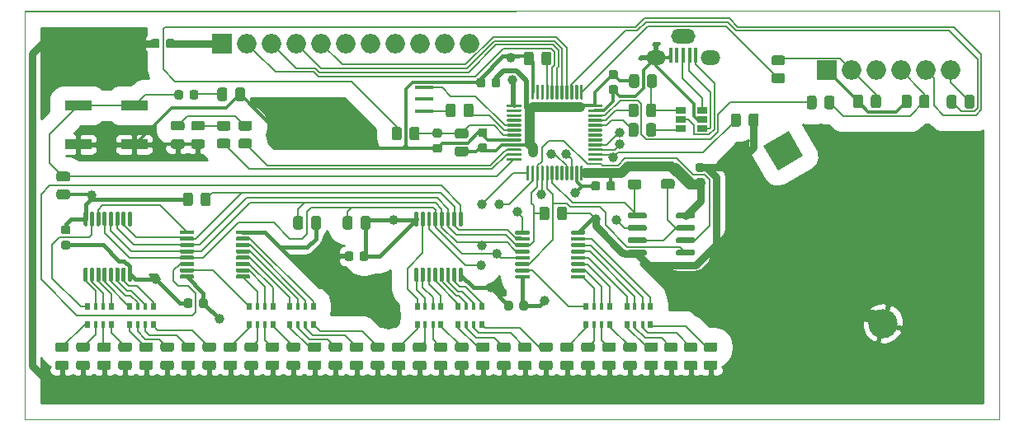
<source format=gbr>
%TF.GenerationSoftware,KiCad,Pcbnew,(5.1.7)-1*%
%TF.CreationDate,2020-10-28T13:08:50+04:00*%
%TF.ProjectId,stm32-home-light,73746d33-322d-4686-9f6d-652d6c696768,rev?*%
%TF.SameCoordinates,Original*%
%TF.FileFunction,Copper,L1,Top*%
%TF.FilePolarity,Positive*%
%FSLAX46Y46*%
G04 Gerber Fmt 4.6, Leading zero omitted, Abs format (unit mm)*
G04 Created by KiCad (PCBNEW (5.1.7)-1) date 2020-10-28 13:08:50*
%MOMM*%
%LPD*%
G01*
G04 APERTURE LIST*
%TA.AperFunction,Profile*%
%ADD10C,0.100000*%
%TD*%
%TA.AperFunction,ComponentPad*%
%ADD11O,2.500000X1.500000*%
%TD*%
%TA.AperFunction,ComponentPad*%
%ADD12O,2.000000X1.500000*%
%TD*%
%TA.AperFunction,SMDPad,CuDef*%
%ADD13R,0.450000X1.500000*%
%TD*%
%TA.AperFunction,ComponentPad*%
%ADD14O,2.000000X2.000000*%
%TD*%
%TA.AperFunction,ComponentPad*%
%ADD15R,2.000000X2.000000*%
%TD*%
%TA.AperFunction,ComponentPad*%
%ADD16C,0.100000*%
%TD*%
%TA.AperFunction,ComponentPad*%
%ADD17C,3.000000*%
%TD*%
%TA.AperFunction,SMDPad,CuDef*%
%ADD18R,2.750000X1.000000*%
%TD*%
%TA.AperFunction,SMDPad,CuDef*%
%ADD19R,1.900000X0.400000*%
%TD*%
%TA.AperFunction,SMDPad,CuDef*%
%ADD20R,1.060000X0.650000*%
%TD*%
%TA.AperFunction,SMDPad,CuDef*%
%ADD21R,0.500000X0.800000*%
%TD*%
%TA.AperFunction,SMDPad,CuDef*%
%ADD22R,0.400000X0.800000*%
%TD*%
%TA.AperFunction,ViaPad*%
%ADD23C,1.000000*%
%TD*%
%TA.AperFunction,Conductor*%
%ADD24C,0.200000*%
%TD*%
%TA.AperFunction,Conductor*%
%ADD25C,0.400000*%
%TD*%
%TA.AperFunction,Conductor*%
%ADD26C,0.300000*%
%TD*%
%TA.AperFunction,Conductor*%
%ADD27C,0.750000*%
%TD*%
%TA.AperFunction,Conductor*%
%ADD28C,0.500000*%
%TD*%
%TA.AperFunction,Conductor*%
%ADD29C,1.000000*%
%TD*%
%TA.AperFunction,Conductor*%
%ADD30C,0.254000*%
%TD*%
%TA.AperFunction,Conductor*%
%ADD31C,0.100000*%
%TD*%
G04 APERTURE END LIST*
D10*
X229760000Y227500000D02*
X229760000Y185500000D01*
X129760000Y227410000D02*
X229760000Y227500000D01*
X129760000Y185500000D02*
X129760000Y227410000D01*
X229760000Y185500000D02*
X129760000Y185500000D01*
X129760000Y185500000D02*
X129760000Y227500000D01*
X129760000Y227500000D02*
X229760000Y227500000D01*
D11*
%TO.P,J3,6*%
%TO.N,GND*%
X197298600Y224827400D03*
D12*
X194498600Y222677400D03*
X200098600Y222677400D03*
D13*
%TO.P,J3,1*%
%TO.N,Net-(J3-Pad1)*%
X198598600Y222927400D03*
%TO.P,J3,5*%
%TO.N,GND*%
X195998600Y222927400D03*
%TO.P,J3,2*%
%TO.N,Net-(J3-Pad2)*%
X197948600Y222927400D03*
%TO.P,J3,4*%
%TO.N,Net-(J3-Pad4)*%
X196648600Y222927400D03*
%TO.P,J3,3*%
%TO.N,Net-(J3-Pad3)*%
X197298600Y222927400D03*
%TD*%
D14*
%TO.P,J1,11*%
%TO.N,GND*%
X175410000Y224100000D03*
%TO.P,J1,10*%
%TO.N,SPI2_MOSI*%
X172870000Y224100000D03*
%TO.P,J1,9*%
%TO.N,SPI2_MISO*%
X170330000Y224100000D03*
%TO.P,J1,8*%
%TO.N,SPI2_CLK*%
X167790000Y224100000D03*
%TO.P,J1,7*%
%TO.N,I2C2_SDA*%
X165250000Y224100000D03*
%TO.P,J1,6*%
%TO.N,I2C2_SCL*%
X162710000Y224100000D03*
%TO.P,J1,5*%
%TO.N,OUT_Enable*%
X160170000Y224100000D03*
%TO.P,J1,4*%
%TO.N,OUT_Push_Data*%
X157630000Y224100000D03*
%TO.P,J1,3*%
%TO.N,IN_CLK_Inhibit*%
X155090000Y224100000D03*
%TO.P,J1,2*%
%TO.N,IN_Shift_Load*%
X152550000Y224100000D03*
D15*
%TO.P,J1,1*%
%TO.N,VCC*%
X150010000Y224100000D03*
%TD*%
D14*
%TO.P,J2,6*%
%TO.N,SWO*%
X224730600Y221390200D03*
%TO.P,J2,5*%
%TO.N,NRST*%
X222190600Y221390200D03*
%TO.P,J2,4*%
%TO.N,SWDIO*%
X219650600Y221390200D03*
%TO.P,J2,3*%
%TO.N,GND*%
X217110600Y221390200D03*
%TO.P,J2,2*%
%TO.N,SWCLK*%
X214570600Y221390200D03*
D15*
%TO.P,J2,1*%
%TO.N,VCC*%
X212030600Y221390200D03*
%TD*%
%TO.P,R28,2*%
%TO.N,SWCLK*%
%TA.AperFunction,SMDPad,CuDef*%
G36*
G01*
X207502202Y221866400D02*
X206602198Y221866400D01*
G75*
G02*
X206352200Y222116398I0J249998D01*
G01*
X206352200Y222641402D01*
G75*
G02*
X206602198Y222891400I249998J0D01*
G01*
X207502202Y222891400D01*
G75*
G02*
X207752200Y222641402I0J-249998D01*
G01*
X207752200Y222116398D01*
G75*
G02*
X207502202Y221866400I-249998J0D01*
G01*
G37*
%TD.AperFunction*%
%TO.P,R28,1*%
%TO.N,Net-(R28-Pad1)*%
%TA.AperFunction,SMDPad,CuDef*%
G36*
G01*
X207502202Y220041400D02*
X206602198Y220041400D01*
G75*
G02*
X206352200Y220291398I0J249998D01*
G01*
X206352200Y220816402D01*
G75*
G02*
X206602198Y221066400I249998J0D01*
G01*
X207502202Y221066400D01*
G75*
G02*
X207752200Y220816402I0J-249998D01*
G01*
X207752200Y220291398D01*
G75*
G02*
X207502202Y220041400I-249998J0D01*
G01*
G37*
%TD.AperFunction*%
%TD*%
%TA.AperFunction,ComponentPad*%
D16*
%TO.P,BT1,1*%
%TO.N,Net-(BT1-Pad1)*%
G36*
X205510962Y213649038D02*
G01*
X208109038Y215149038D01*
X209609038Y212550962D01*
X207010962Y211050962D01*
X205510962Y213649038D01*
G37*
%TD.AperFunction*%
D17*
%TO.P,BT1,2*%
%TO.N,GND*%
X217805000Y195355139D03*
%TD*%
D18*
%TO.P,SW1,2*%
%TO.N,BTN*%
X135211200Y217751400D03*
X140971200Y217751400D03*
%TO.P,SW1,1*%
%TO.N,GND*%
X140971200Y213751400D03*
X135211200Y213751400D03*
%TD*%
%TO.P,R36,2*%
%TO.N,VCC*%
%TA.AperFunction,SMDPad,CuDef*%
G36*
G01*
X192785700Y220722602D02*
X192785700Y219822598D01*
G75*
G02*
X192535702Y219572600I-249998J0D01*
G01*
X192010698Y219572600D01*
G75*
G02*
X191760700Y219822598I0J249998D01*
G01*
X191760700Y220722602D01*
G75*
G02*
X192010698Y220972600I249998J0D01*
G01*
X192535702Y220972600D01*
G75*
G02*
X192785700Y220722602I0J-249998D01*
G01*
G37*
%TD.AperFunction*%
%TO.P,R36,1*%
%TO.N,Net-(R36-Pad1)*%
%TA.AperFunction,SMDPad,CuDef*%
G36*
G01*
X194610700Y220722602D02*
X194610700Y219822598D01*
G75*
G02*
X194360702Y219572600I-249998J0D01*
G01*
X193835698Y219572600D01*
G75*
G02*
X193585700Y219822598I0J249998D01*
G01*
X193585700Y220722602D01*
G75*
G02*
X193835698Y220972600I249998J0D01*
G01*
X194360702Y220972600D01*
G75*
G02*
X194610700Y220722602I0J-249998D01*
G01*
G37*
%TD.AperFunction*%
%TD*%
%TO.P,R35,2*%
%TO.N,Net-(D3-Pad2)*%
%TA.AperFunction,SMDPad,CuDef*%
G36*
G01*
X152816002Y215158900D02*
X151915998Y215158900D01*
G75*
G02*
X151666000Y215408898I0J249998D01*
G01*
X151666000Y215933902D01*
G75*
G02*
X151915998Y216183900I249998J0D01*
G01*
X152816002Y216183900D01*
G75*
G02*
X153066000Y215933902I0J-249998D01*
G01*
X153066000Y215408898D01*
G75*
G02*
X152816002Y215158900I-249998J0D01*
G01*
G37*
%TD.AperFunction*%
%TO.P,R35,1*%
%TO.N,LED_GREEN*%
%TA.AperFunction,SMDPad,CuDef*%
G36*
G01*
X152816002Y213333900D02*
X151915998Y213333900D01*
G75*
G02*
X151666000Y213583898I0J249998D01*
G01*
X151666000Y214108902D01*
G75*
G02*
X151915998Y214358900I249998J0D01*
G01*
X152816002Y214358900D01*
G75*
G02*
X153066000Y214108902I0J-249998D01*
G01*
X153066000Y213583898D01*
G75*
G02*
X152816002Y213333900I-249998J0D01*
G01*
G37*
%TD.AperFunction*%
%TD*%
%TO.P,R32,2*%
%TO.N,GND*%
%TA.AperFunction,SMDPad,CuDef*%
G36*
G01*
X204022500Y215799998D02*
X204022500Y216700002D01*
G75*
G02*
X204272498Y216950000I249998J0D01*
G01*
X204797502Y216950000D01*
G75*
G02*
X205047500Y216700002I0J-249998D01*
G01*
X205047500Y215799998D01*
G75*
G02*
X204797502Y215550000I-249998J0D01*
G01*
X204272498Y215550000D01*
G75*
G02*
X204022500Y215799998I0J249998D01*
G01*
G37*
%TD.AperFunction*%
%TO.P,R32,1*%
%TO.N,SPI2_CLK*%
%TA.AperFunction,SMDPad,CuDef*%
G36*
G01*
X202197500Y215799998D02*
X202197500Y216700002D01*
G75*
G02*
X202447498Y216950000I249998J0D01*
G01*
X202972502Y216950000D01*
G75*
G02*
X203222500Y216700002I0J-249998D01*
G01*
X203222500Y215799998D01*
G75*
G02*
X202972502Y215550000I-249998J0D01*
G01*
X202447498Y215550000D01*
G75*
G02*
X202197500Y215799998I0J249998D01*
G01*
G37*
%TD.AperFunction*%
%TD*%
%TO.P,R31,2*%
%TO.N,GND*%
%TA.AperFunction,SMDPad,CuDef*%
G36*
G01*
X184365500Y206208198D02*
X184365500Y207108202D01*
G75*
G02*
X184615498Y207358200I249998J0D01*
G01*
X185140502Y207358200D01*
G75*
G02*
X185390500Y207108202I0J-249998D01*
G01*
X185390500Y206208198D01*
G75*
G02*
X185140502Y205958200I-249998J0D01*
G01*
X184615498Y205958200D01*
G75*
G02*
X184365500Y206208198I0J249998D01*
G01*
G37*
%TD.AperFunction*%
%TO.P,R31,1*%
%TO.N,LED_CLK*%
%TA.AperFunction,SMDPad,CuDef*%
G36*
G01*
X182540500Y206208198D02*
X182540500Y207108202D01*
G75*
G02*
X182790498Y207358200I249998J0D01*
G01*
X183315502Y207358200D01*
G75*
G02*
X183565500Y207108202I0J-249998D01*
G01*
X183565500Y206208198D01*
G75*
G02*
X183315502Y205958200I-249998J0D01*
G01*
X182790498Y205958200D01*
G75*
G02*
X182540500Y206208198I0J249998D01*
G01*
G37*
%TD.AperFunction*%
%TD*%
%TO.P,R30,2*%
%TO.N,SWDIO*%
%TA.AperFunction,SMDPad,CuDef*%
G36*
G01*
X221551100Y217714398D02*
X221551100Y218614402D01*
G75*
G02*
X221801098Y218864400I249998J0D01*
G01*
X222326102Y218864400D01*
G75*
G02*
X222576100Y218614402I0J-249998D01*
G01*
X222576100Y217714398D01*
G75*
G02*
X222326102Y217464400I-249998J0D01*
G01*
X221801098Y217464400D01*
G75*
G02*
X221551100Y217714398I0J249998D01*
G01*
G37*
%TD.AperFunction*%
%TO.P,R30,1*%
%TO.N,VCC*%
%TA.AperFunction,SMDPad,CuDef*%
G36*
G01*
X219726100Y217714398D02*
X219726100Y218614402D01*
G75*
G02*
X219976098Y218864400I249998J0D01*
G01*
X220501102Y218864400D01*
G75*
G02*
X220751100Y218614402I0J-249998D01*
G01*
X220751100Y217714398D01*
G75*
G02*
X220501102Y217464400I-249998J0D01*
G01*
X219976098Y217464400D01*
G75*
G02*
X219726100Y217714398I0J249998D01*
G01*
G37*
%TD.AperFunction*%
%TD*%
%TO.P,R29,2*%
%TO.N,SWCLK*%
%TA.AperFunction,SMDPad,CuDef*%
G36*
G01*
X216570800Y217714398D02*
X216570800Y218614402D01*
G75*
G02*
X216820798Y218864400I249998J0D01*
G01*
X217345802Y218864400D01*
G75*
G02*
X217595800Y218614402I0J-249998D01*
G01*
X217595800Y217714398D01*
G75*
G02*
X217345802Y217464400I-249998J0D01*
G01*
X216820798Y217464400D01*
G75*
G02*
X216570800Y217714398I0J249998D01*
G01*
G37*
%TD.AperFunction*%
%TO.P,R29,1*%
%TO.N,VCC*%
%TA.AperFunction,SMDPad,CuDef*%
G36*
G01*
X214745800Y217714398D02*
X214745800Y218614402D01*
G75*
G02*
X214995798Y218864400I249998J0D01*
G01*
X215520802Y218864400D01*
G75*
G02*
X215770800Y218614402I0J-249998D01*
G01*
X215770800Y217714398D01*
G75*
G02*
X215520802Y217464400I-249998J0D01*
G01*
X214995798Y217464400D01*
G75*
G02*
X214745800Y217714398I0J249998D01*
G01*
G37*
%TD.AperFunction*%
%TD*%
%TO.P,R13,2*%
%TO.N,Net-(C7-Pad2)*%
%TA.AperFunction,SMDPad,CuDef*%
G36*
G01*
X150522500Y219350002D02*
X150522500Y218449998D01*
G75*
G02*
X150272502Y218200000I-249998J0D01*
G01*
X149747498Y218200000D01*
G75*
G02*
X149497500Y218449998I0J249998D01*
G01*
X149497500Y219350002D01*
G75*
G02*
X149747498Y219600000I249998J0D01*
G01*
X150272502Y219600000D01*
G75*
G02*
X150522500Y219350002I0J-249998D01*
G01*
G37*
%TD.AperFunction*%
%TO.P,R13,1*%
%TO.N,GND*%
%TA.AperFunction,SMDPad,CuDef*%
G36*
G01*
X152347500Y219350002D02*
X152347500Y218449998D01*
G75*
G02*
X152097502Y218200000I-249998J0D01*
G01*
X151572498Y218200000D01*
G75*
G02*
X151322500Y218449998I0J249998D01*
G01*
X151322500Y219350002D01*
G75*
G02*
X151572498Y219600000I249998J0D01*
G01*
X152097502Y219600000D01*
G75*
G02*
X152347500Y219350002I0J-249998D01*
G01*
G37*
%TD.AperFunction*%
%TD*%
%TO.P,R12,2*%
%TO.N,BTN*%
%TA.AperFunction,SMDPad,CuDef*%
G36*
G01*
X134147002Y209926500D02*
X133246998Y209926500D01*
G75*
G02*
X132997000Y210176498I0J249998D01*
G01*
X132997000Y210701502D01*
G75*
G02*
X133246998Y210951500I249998J0D01*
G01*
X134147002Y210951500D01*
G75*
G02*
X134397000Y210701502I0J-249998D01*
G01*
X134397000Y210176498D01*
G75*
G02*
X134147002Y209926500I-249998J0D01*
G01*
G37*
%TD.AperFunction*%
%TO.P,R12,1*%
%TO.N,VCC*%
%TA.AperFunction,SMDPad,CuDef*%
G36*
G01*
X134147002Y208101500D02*
X133246998Y208101500D01*
G75*
G02*
X132997000Y208351498I0J249998D01*
G01*
X132997000Y208876502D01*
G75*
G02*
X133246998Y209126500I249998J0D01*
G01*
X134147002Y209126500D01*
G75*
G02*
X134397000Y208876502I0J-249998D01*
G01*
X134397000Y208351498D01*
G75*
G02*
X134147002Y208101500I-249998J0D01*
G01*
G37*
%TD.AperFunction*%
%TD*%
%TO.P,R8,2*%
%TO.N,SWDIO*%
%TA.AperFunction,SMDPad,CuDef*%
G36*
G01*
X211795600Y217612798D02*
X211795600Y218512802D01*
G75*
G02*
X212045598Y218762800I249998J0D01*
G01*
X212570602Y218762800D01*
G75*
G02*
X212820600Y218512802I0J-249998D01*
G01*
X212820600Y217612798D01*
G75*
G02*
X212570602Y217362800I-249998J0D01*
G01*
X212045598Y217362800D01*
G75*
G02*
X211795600Y217612798I0J249998D01*
G01*
G37*
%TD.AperFunction*%
%TO.P,R8,1*%
%TO.N,Net-(R8-Pad1)*%
%TA.AperFunction,SMDPad,CuDef*%
G36*
G01*
X209970600Y217612798D02*
X209970600Y218512802D01*
G75*
G02*
X210220598Y218762800I249998J0D01*
G01*
X210745602Y218762800D01*
G75*
G02*
X210995600Y218512802I0J-249998D01*
G01*
X210995600Y217612798D01*
G75*
G02*
X210745602Y217362800I-249998J0D01*
G01*
X210220598Y217362800D01*
G75*
G02*
X209970600Y217612798I0J249998D01*
G01*
G37*
%TD.AperFunction*%
%TD*%
%TO.P,R6,2*%
%TO.N,SWO*%
%TA.AperFunction,SMDPad,CuDef*%
G36*
G01*
X226170100Y217688998D02*
X226170100Y218589002D01*
G75*
G02*
X226420098Y218839000I249998J0D01*
G01*
X226945102Y218839000D01*
G75*
G02*
X227195100Y218589002I0J-249998D01*
G01*
X227195100Y217688998D01*
G75*
G02*
X226945102Y217439000I-249998J0D01*
G01*
X226420098Y217439000D01*
G75*
G02*
X226170100Y217688998I0J249998D01*
G01*
G37*
%TD.AperFunction*%
%TO.P,R6,1*%
%TO.N,Net-(R6-Pad1)*%
%TA.AperFunction,SMDPad,CuDef*%
G36*
G01*
X224345100Y217688998D02*
X224345100Y218589002D01*
G75*
G02*
X224595098Y218839000I249998J0D01*
G01*
X225120102Y218839000D01*
G75*
G02*
X225370100Y218589002I0J-249998D01*
G01*
X225370100Y217688998D01*
G75*
G02*
X225120102Y217439000I-249998J0D01*
G01*
X224595098Y217439000D01*
G75*
G02*
X224345100Y217688998I0J249998D01*
G01*
G37*
%TD.AperFunction*%
%TD*%
%TO.P,R5,2*%
%TO.N,Net-(C1-Pad1)*%
%TA.AperFunction,SMDPad,CuDef*%
G36*
G01*
X169227100Y214412398D02*
X169227100Y215312402D01*
G75*
G02*
X169477098Y215562400I249998J0D01*
G01*
X170002102Y215562400D01*
G75*
G02*
X170252100Y215312402I0J-249998D01*
G01*
X170252100Y214412398D01*
G75*
G02*
X170002102Y214162400I-249998J0D01*
G01*
X169477098Y214162400D01*
G75*
G02*
X169227100Y214412398I0J249998D01*
G01*
G37*
%TD.AperFunction*%
%TO.P,R5,1*%
%TO.N,NRST*%
%TA.AperFunction,SMDPad,CuDef*%
G36*
G01*
X167402100Y214412398D02*
X167402100Y215312402D01*
G75*
G02*
X167652098Y215562400I249998J0D01*
G01*
X168177102Y215562400D01*
G75*
G02*
X168427100Y215312402I0J-249998D01*
G01*
X168427100Y214412398D01*
G75*
G02*
X168177102Y214162400I-249998J0D01*
G01*
X167652098Y214162400D01*
G75*
G02*
X167402100Y214412398I0J249998D01*
G01*
G37*
%TD.AperFunction*%
%TD*%
%TO.P,R4,2*%
%TO.N,Net-(R4-Pad2)*%
%TA.AperFunction,SMDPad,CuDef*%
G36*
G01*
X182761500Y222133998D02*
X182761500Y223034002D01*
G75*
G02*
X183011498Y223284000I249998J0D01*
G01*
X183536502Y223284000D01*
G75*
G02*
X183786500Y223034002I0J-249998D01*
G01*
X183786500Y222133998D01*
G75*
G02*
X183536502Y221884000I-249998J0D01*
G01*
X183011498Y221884000D01*
G75*
G02*
X182761500Y222133998I0J249998D01*
G01*
G37*
%TD.AperFunction*%
%TO.P,R4,1*%
%TO.N,GND*%
%TA.AperFunction,SMDPad,CuDef*%
G36*
G01*
X180936500Y222133998D02*
X180936500Y223034002D01*
G75*
G02*
X181186498Y223284000I249998J0D01*
G01*
X181711502Y223284000D01*
G75*
G02*
X181961500Y223034002I0J-249998D01*
G01*
X181961500Y222133998D01*
G75*
G02*
X181711502Y221884000I-249998J0D01*
G01*
X181186498Y221884000D01*
G75*
G02*
X180936500Y222133998I0J249998D01*
G01*
G37*
%TD.AperFunction*%
%TD*%
%TO.P,R3,2*%
%TO.N,VCC*%
%TA.AperFunction,SMDPad,CuDef*%
G36*
G01*
X174115598Y213549900D02*
X175015602Y213549900D01*
G75*
G02*
X175265600Y213299902I0J-249998D01*
G01*
X175265600Y212774898D01*
G75*
G02*
X175015602Y212524900I-249998J0D01*
G01*
X174115598Y212524900D01*
G75*
G02*
X173865600Y212774898I0J249998D01*
G01*
X173865600Y213299902D01*
G75*
G02*
X174115598Y213549900I249998J0D01*
G01*
G37*
%TD.AperFunction*%
%TO.P,R3,1*%
%TO.N,Net-(C1-Pad1)*%
%TA.AperFunction,SMDPad,CuDef*%
G36*
G01*
X174115598Y215374900D02*
X175015602Y215374900D01*
G75*
G02*
X175265600Y215124902I0J-249998D01*
G01*
X175265600Y214599898D01*
G75*
G02*
X175015602Y214349900I-249998J0D01*
G01*
X174115598Y214349900D01*
G75*
G02*
X173865600Y214599898I0J249998D01*
G01*
X173865600Y215124902D01*
G75*
G02*
X174115598Y215374900I249998J0D01*
G01*
G37*
%TD.AperFunction*%
%TD*%
%TO.P,R1,2*%
%TO.N,Net-(D1-Pad2)*%
%TA.AperFunction,SMDPad,CuDef*%
G36*
G01*
X150606202Y215158900D02*
X149706198Y215158900D01*
G75*
G02*
X149456200Y215408898I0J249998D01*
G01*
X149456200Y215933902D01*
G75*
G02*
X149706198Y216183900I249998J0D01*
G01*
X150606202Y216183900D01*
G75*
G02*
X150856200Y215933902I0J-249998D01*
G01*
X150856200Y215408898D01*
G75*
G02*
X150606202Y215158900I-249998J0D01*
G01*
G37*
%TD.AperFunction*%
%TO.P,R1,1*%
%TO.N,LED_RED*%
%TA.AperFunction,SMDPad,CuDef*%
G36*
G01*
X150606202Y213333900D02*
X149706198Y213333900D01*
G75*
G02*
X149456200Y213583898I0J249998D01*
G01*
X149456200Y214108902D01*
G75*
G02*
X149706198Y214358900I249998J0D01*
G01*
X150606202Y214358900D01*
G75*
G02*
X150856200Y214108902I0J-249998D01*
G01*
X150856200Y213583898D01*
G75*
G02*
X150606202Y213333900I-249998J0D01*
G01*
G37*
%TD.AperFunction*%
%TD*%
%TO.P,D3,2*%
%TO.N,Net-(D3-Pad2)*%
%TA.AperFunction,SMDPad,CuDef*%
G36*
G01*
X145888050Y215183100D02*
X144975550Y215183100D01*
G75*
G02*
X144731800Y215426850I0J243750D01*
G01*
X144731800Y215914350D01*
G75*
G02*
X144975550Y216158100I243750J0D01*
G01*
X145888050Y216158100D01*
G75*
G02*
X146131800Y215914350I0J-243750D01*
G01*
X146131800Y215426850D01*
G75*
G02*
X145888050Y215183100I-243750J0D01*
G01*
G37*
%TD.AperFunction*%
%TO.P,D3,1*%
%TO.N,GND*%
%TA.AperFunction,SMDPad,CuDef*%
G36*
G01*
X145888050Y213308100D02*
X144975550Y213308100D01*
G75*
G02*
X144731800Y213551850I0J243750D01*
G01*
X144731800Y214039350D01*
G75*
G02*
X144975550Y214283100I243750J0D01*
G01*
X145888050Y214283100D01*
G75*
G02*
X146131800Y214039350I0J-243750D01*
G01*
X146131800Y213551850D01*
G75*
G02*
X145888050Y213308100I-243750J0D01*
G01*
G37*
%TD.AperFunction*%
%TD*%
%TO.P,D1,2*%
%TO.N,Net-(D1-Pad2)*%
%TA.AperFunction,SMDPad,CuDef*%
G36*
G01*
X147970850Y215183100D02*
X147058350Y215183100D01*
G75*
G02*
X146814600Y215426850I0J243750D01*
G01*
X146814600Y215914350D01*
G75*
G02*
X147058350Y216158100I243750J0D01*
G01*
X147970850Y216158100D01*
G75*
G02*
X148214600Y215914350I0J-243750D01*
G01*
X148214600Y215426850D01*
G75*
G02*
X147970850Y215183100I-243750J0D01*
G01*
G37*
%TD.AperFunction*%
%TO.P,D1,1*%
%TO.N,GND*%
%TA.AperFunction,SMDPad,CuDef*%
G36*
G01*
X147970850Y213308100D02*
X147058350Y213308100D01*
G75*
G02*
X146814600Y213551850I0J243750D01*
G01*
X146814600Y214039350D01*
G75*
G02*
X147058350Y214283100I243750J0D01*
G01*
X147970850Y214283100D01*
G75*
G02*
X148214600Y214039350I0J-243750D01*
G01*
X148214600Y213551850D01*
G75*
G02*
X147970850Y213308100I-243750J0D01*
G01*
G37*
%TD.AperFunction*%
%TD*%
%TO.P,C7,2*%
%TO.N,Net-(C7-Pad2)*%
%TA.AperFunction,SMDPad,CuDef*%
G36*
G01*
X146660000Y218600000D02*
X146660000Y219100000D01*
G75*
G02*
X146885000Y219325000I225000J0D01*
G01*
X147335000Y219325000D01*
G75*
G02*
X147560000Y219100000I0J-225000D01*
G01*
X147560000Y218600000D01*
G75*
G02*
X147335000Y218375000I-225000J0D01*
G01*
X146885000Y218375000D01*
G75*
G02*
X146660000Y218600000I0J225000D01*
G01*
G37*
%TD.AperFunction*%
%TO.P,C7,1*%
%TO.N,BTN*%
%TA.AperFunction,SMDPad,CuDef*%
G36*
G01*
X145110000Y218600000D02*
X145110000Y219100000D01*
G75*
G02*
X145335000Y219325000I225000J0D01*
G01*
X145785000Y219325000D01*
G75*
G02*
X146010000Y219100000I0J-225000D01*
G01*
X146010000Y218600000D01*
G75*
G02*
X145785000Y218375000I-225000J0D01*
G01*
X145335000Y218375000D01*
G75*
G02*
X145110000Y218600000I0J225000D01*
G01*
G37*
%TD.AperFunction*%
%TD*%
%TO.P,C6,2*%
%TO.N,GND*%
%TA.AperFunction,SMDPad,CuDef*%
G36*
G01*
X143585000Y224375000D02*
X143585000Y223875000D01*
G75*
G02*
X143360000Y223650000I-225000J0D01*
G01*
X142910000Y223650000D01*
G75*
G02*
X142685000Y223875000I0J225000D01*
G01*
X142685000Y224375000D01*
G75*
G02*
X142910000Y224600000I225000J0D01*
G01*
X143360000Y224600000D01*
G75*
G02*
X143585000Y224375000I0J-225000D01*
G01*
G37*
%TD.AperFunction*%
%TO.P,C6,1*%
%TO.N,VCC*%
%TA.AperFunction,SMDPad,CuDef*%
G36*
G01*
X145135000Y224375000D02*
X145135000Y223875000D01*
G75*
G02*
X144910000Y223650000I-225000J0D01*
G01*
X144460000Y223650000D01*
G75*
G02*
X144235000Y223875000I0J225000D01*
G01*
X144235000Y224375000D01*
G75*
G02*
X144460000Y224600000I225000J0D01*
G01*
X144910000Y224600000D01*
G75*
G02*
X145135000Y224375000I0J-225000D01*
G01*
G37*
%TD.AperFunction*%
%TD*%
%TO.P,C1,2*%
%TO.N,GND*%
%TA.AperFunction,SMDPad,CuDef*%
G36*
G01*
X171826400Y213813200D02*
X172326400Y213813200D01*
G75*
G02*
X172551400Y213588200I0J-225000D01*
G01*
X172551400Y213138200D01*
G75*
G02*
X172326400Y212913200I-225000J0D01*
G01*
X171826400Y212913200D01*
G75*
G02*
X171601400Y213138200I0J225000D01*
G01*
X171601400Y213588200D01*
G75*
G02*
X171826400Y213813200I225000J0D01*
G01*
G37*
%TD.AperFunction*%
%TO.P,C1,1*%
%TO.N,Net-(C1-Pad1)*%
%TA.AperFunction,SMDPad,CuDef*%
G36*
G01*
X171826400Y215363200D02*
X172326400Y215363200D01*
G75*
G02*
X172551400Y215138200I0J-225000D01*
G01*
X172551400Y214688200D01*
G75*
G02*
X172326400Y214463200I-225000J0D01*
G01*
X171826400Y214463200D01*
G75*
G02*
X171601400Y214688200I0J225000D01*
G01*
X171601400Y215138200D01*
G75*
G02*
X171826400Y215363200I225000J0D01*
G01*
G37*
%TD.AperFunction*%
%TD*%
D19*
%TO.P,Y1,3*%
%TO.N,Net-(R7-Pad1)*%
X170755600Y217193000D03*
%TO.P,Y1,2*%
%TO.N,GND*%
X170755600Y218393000D03*
%TO.P,Y1,1*%
%TO.N,Net-(U1-Pad5)*%
X170755600Y219593000D03*
%TD*%
%TO.P,R7,2*%
%TO.N,Net-(R7-Pad2)*%
%TA.AperFunction,SMDPad,CuDef*%
G36*
G01*
X174764300Y216799998D02*
X174764300Y217700002D01*
G75*
G02*
X175014298Y217950000I249998J0D01*
G01*
X175539302Y217950000D01*
G75*
G02*
X175789300Y217700002I0J-249998D01*
G01*
X175789300Y216799998D01*
G75*
G02*
X175539302Y216550000I-249998J0D01*
G01*
X175014298Y216550000D01*
G75*
G02*
X174764300Y216799998I0J249998D01*
G01*
G37*
%TD.AperFunction*%
%TO.P,R7,1*%
%TO.N,Net-(R7-Pad1)*%
%TA.AperFunction,SMDPad,CuDef*%
G36*
G01*
X172939300Y216799998D02*
X172939300Y217700002D01*
G75*
G02*
X173189298Y217950000I249998J0D01*
G01*
X173714302Y217950000D01*
G75*
G02*
X173964300Y217700002I0J-249998D01*
G01*
X173964300Y216799998D01*
G75*
G02*
X173714302Y216550000I-249998J0D01*
G01*
X173189298Y216550000D01*
G75*
G02*
X172939300Y216799998I0J249998D01*
G01*
G37*
%TD.AperFunction*%
%TD*%
%TO.P,C5,2*%
%TO.N,GND*%
%TA.AperFunction,SMDPad,CuDef*%
G36*
G01*
X189885800Y219846000D02*
X190385800Y219846000D01*
G75*
G02*
X190610800Y219621000I0J-225000D01*
G01*
X190610800Y219171000D01*
G75*
G02*
X190385800Y218946000I-225000J0D01*
G01*
X189885800Y218946000D01*
G75*
G02*
X189660800Y219171000I0J225000D01*
G01*
X189660800Y219621000D01*
G75*
G02*
X189885800Y219846000I225000J0D01*
G01*
G37*
%TD.AperFunction*%
%TO.P,C5,1*%
%TO.N,VCC*%
%TA.AperFunction,SMDPad,CuDef*%
G36*
G01*
X189885800Y221396000D02*
X190385800Y221396000D01*
G75*
G02*
X190610800Y221171000I0J-225000D01*
G01*
X190610800Y220721000D01*
G75*
G02*
X190385800Y220496000I-225000J0D01*
G01*
X189885800Y220496000D01*
G75*
G02*
X189660800Y220721000I0J225000D01*
G01*
X189660800Y221171000D01*
G75*
G02*
X189885800Y221396000I225000J0D01*
G01*
G37*
%TD.AperFunction*%
%TD*%
%TO.P,C4,2*%
%TO.N,GND*%
%TA.AperFunction,SMDPad,CuDef*%
G36*
G01*
X188769400Y209727600D02*
X188769400Y209227600D01*
G75*
G02*
X188544400Y209002600I-225000J0D01*
G01*
X188094400Y209002600D01*
G75*
G02*
X187869400Y209227600I0J225000D01*
G01*
X187869400Y209727600D01*
G75*
G02*
X188094400Y209952600I225000J0D01*
G01*
X188544400Y209952600D01*
G75*
G02*
X188769400Y209727600I0J-225000D01*
G01*
G37*
%TD.AperFunction*%
%TO.P,C4,1*%
%TO.N,VCC*%
%TA.AperFunction,SMDPad,CuDef*%
G36*
G01*
X190319400Y209727600D02*
X190319400Y209227600D01*
G75*
G02*
X190094400Y209002600I-225000J0D01*
G01*
X189644400Y209002600D01*
G75*
G02*
X189419400Y209227600I0J225000D01*
G01*
X189419400Y209727600D01*
G75*
G02*
X189644400Y209952600I225000J0D01*
G01*
X190094400Y209952600D01*
G75*
G02*
X190319400Y209727600I0J-225000D01*
G01*
G37*
%TD.AperFunction*%
%TD*%
%TO.P,C3,2*%
%TO.N,GND*%
%TA.AperFunction,SMDPad,CuDef*%
G36*
G01*
X176996200Y220344800D02*
X176996200Y219844800D01*
G75*
G02*
X176771200Y219619800I-225000J0D01*
G01*
X176321200Y219619800D01*
G75*
G02*
X176096200Y219844800I0J225000D01*
G01*
X176096200Y220344800D01*
G75*
G02*
X176321200Y220569800I225000J0D01*
G01*
X176771200Y220569800D01*
G75*
G02*
X176996200Y220344800I0J-225000D01*
G01*
G37*
%TD.AperFunction*%
%TO.P,C3,1*%
%TO.N,VCC*%
%TA.AperFunction,SMDPad,CuDef*%
G36*
G01*
X178546200Y220344800D02*
X178546200Y219844800D01*
G75*
G02*
X178321200Y219619800I-225000J0D01*
G01*
X177871200Y219619800D01*
G75*
G02*
X177646200Y219844800I0J225000D01*
G01*
X177646200Y220344800D01*
G75*
G02*
X177871200Y220569800I225000J0D01*
G01*
X178321200Y220569800D01*
G75*
G02*
X178546200Y220344800I0J-225000D01*
G01*
G37*
%TD.AperFunction*%
%TD*%
%TO.P,C2,2*%
%TO.N,GND*%
%TA.AperFunction,SMDPad,CuDef*%
G36*
G01*
X176974600Y214514000D02*
X176474600Y214514000D01*
G75*
G02*
X176249600Y214739000I0J225000D01*
G01*
X176249600Y215189000D01*
G75*
G02*
X176474600Y215414000I225000J0D01*
G01*
X176974600Y215414000D01*
G75*
G02*
X177199600Y215189000I0J-225000D01*
G01*
X177199600Y214739000D01*
G75*
G02*
X176974600Y214514000I-225000J0D01*
G01*
G37*
%TD.AperFunction*%
%TO.P,C2,1*%
%TO.N,VCC*%
%TA.AperFunction,SMDPad,CuDef*%
G36*
G01*
X176974600Y212964000D02*
X176474600Y212964000D01*
G75*
G02*
X176249600Y213189000I0J225000D01*
G01*
X176249600Y213639000D01*
G75*
G02*
X176474600Y213864000I225000J0D01*
G01*
X176974600Y213864000D01*
G75*
G02*
X177199600Y213639000I0J-225000D01*
G01*
X177199600Y213189000D01*
G75*
G02*
X176974600Y212964000I-225000J0D01*
G01*
G37*
%TD.AperFunction*%
%TD*%
%TO.P,U4,8*%
%TO.N,VCC*%
%TA.AperFunction,SMDPad,CuDef*%
G36*
G01*
X196574600Y206279600D02*
X196574600Y206579600D01*
G75*
G02*
X196724600Y206729600I150000J0D01*
G01*
X198374600Y206729600D01*
G75*
G02*
X198524600Y206579600I0J-150000D01*
G01*
X198524600Y206279600D01*
G75*
G02*
X198374600Y206129600I-150000J0D01*
G01*
X196724600Y206129600D01*
G75*
G02*
X196574600Y206279600I0J150000D01*
G01*
G37*
%TD.AperFunction*%
%TO.P,U4,7*%
%TO.N,Net-(R34-Pad2)*%
%TA.AperFunction,SMDPad,CuDef*%
G36*
G01*
X196574600Y205009600D02*
X196574600Y205309600D01*
G75*
G02*
X196724600Y205459600I150000J0D01*
G01*
X198374600Y205459600D01*
G75*
G02*
X198524600Y205309600I0J-150000D01*
G01*
X198524600Y205009600D01*
G75*
G02*
X198374600Y204859600I-150000J0D01*
G01*
X196724600Y204859600D01*
G75*
G02*
X196574600Y205009600I0J150000D01*
G01*
G37*
%TD.AperFunction*%
%TO.P,U4,6*%
%TO.N,LED_CLK*%
%TA.AperFunction,SMDPad,CuDef*%
G36*
G01*
X196574600Y203739600D02*
X196574600Y204039600D01*
G75*
G02*
X196724600Y204189600I150000J0D01*
G01*
X198374600Y204189600D01*
G75*
G02*
X198524600Y204039600I0J-150000D01*
G01*
X198524600Y203739600D01*
G75*
G02*
X198374600Y203589600I-150000J0D01*
G01*
X196724600Y203589600D01*
G75*
G02*
X196574600Y203739600I0J150000D01*
G01*
G37*
%TD.AperFunction*%
%TO.P,U4,5*%
%TO.N,LED_Ser*%
%TA.AperFunction,SMDPad,CuDef*%
G36*
G01*
X196574600Y202469600D02*
X196574600Y202769600D01*
G75*
G02*
X196724600Y202919600I150000J0D01*
G01*
X198374600Y202919600D01*
G75*
G02*
X198524600Y202769600I0J-150000D01*
G01*
X198524600Y202469600D01*
G75*
G02*
X198374600Y202319600I-150000J0D01*
G01*
X196724600Y202319600D01*
G75*
G02*
X196574600Y202469600I0J150000D01*
G01*
G37*
%TD.AperFunction*%
%TO.P,U4,4*%
%TO.N,GND*%
%TA.AperFunction,SMDPad,CuDef*%
G36*
G01*
X191624600Y202469600D02*
X191624600Y202769600D01*
G75*
G02*
X191774600Y202919600I150000J0D01*
G01*
X193424600Y202919600D01*
G75*
G02*
X193574600Y202769600I0J-150000D01*
G01*
X193574600Y202469600D01*
G75*
G02*
X193424600Y202319600I-150000J0D01*
G01*
X191774600Y202319600D01*
G75*
G02*
X191624600Y202469600I0J150000D01*
G01*
G37*
%TD.AperFunction*%
%TO.P,U4,3*%
%TO.N,Net-(R34-Pad2)*%
%TA.AperFunction,SMDPad,CuDef*%
G36*
G01*
X191624600Y203739600D02*
X191624600Y204039600D01*
G75*
G02*
X191774600Y204189600I150000J0D01*
G01*
X193424600Y204189600D01*
G75*
G02*
X193574600Y204039600I0J-150000D01*
G01*
X193574600Y203739600D01*
G75*
G02*
X193424600Y203589600I-150000J0D01*
G01*
X191774600Y203589600D01*
G75*
G02*
X191624600Y203739600I0J150000D01*
G01*
G37*
%TD.AperFunction*%
%TO.P,U4,2*%
%TO.N,SPI1_MISO*%
%TA.AperFunction,SMDPad,CuDef*%
G36*
G01*
X191624600Y205009600D02*
X191624600Y205309600D01*
G75*
G02*
X191774600Y205459600I150000J0D01*
G01*
X193424600Y205459600D01*
G75*
G02*
X193574600Y205309600I0J-150000D01*
G01*
X193574600Y205009600D01*
G75*
G02*
X193424600Y204859600I-150000J0D01*
G01*
X191774600Y204859600D01*
G75*
G02*
X191624600Y205009600I0J150000D01*
G01*
G37*
%TD.AperFunction*%
%TO.P,U4,1*%
%TO.N,EEPROM_SELECT*%
%TA.AperFunction,SMDPad,CuDef*%
G36*
G01*
X191624600Y206279600D02*
X191624600Y206579600D01*
G75*
G02*
X191774600Y206729600I150000J0D01*
G01*
X193424600Y206729600D01*
G75*
G02*
X193574600Y206579600I0J-150000D01*
G01*
X193574600Y206279600D01*
G75*
G02*
X193424600Y206129600I-150000J0D01*
G01*
X191774600Y206129600D01*
G75*
G02*
X191624600Y206279600I0J150000D01*
G01*
G37*
%TD.AperFunction*%
%TD*%
%TO.P,R34,2*%
%TO.N,Net-(R34-Pad2)*%
%TA.AperFunction,SMDPad,CuDef*%
G36*
G01*
X195273798Y210197100D02*
X196173802Y210197100D01*
G75*
G02*
X196423800Y209947102I0J-249998D01*
G01*
X196423800Y209422098D01*
G75*
G02*
X196173802Y209172100I-249998J0D01*
G01*
X195273798Y209172100D01*
G75*
G02*
X195023800Y209422098I0J249998D01*
G01*
X195023800Y209947102D01*
G75*
G02*
X195273798Y210197100I249998J0D01*
G01*
G37*
%TD.AperFunction*%
%TO.P,R34,1*%
%TO.N,VCC*%
%TA.AperFunction,SMDPad,CuDef*%
G36*
G01*
X195273798Y212022100D02*
X196173802Y212022100D01*
G75*
G02*
X196423800Y211772102I0J-249998D01*
G01*
X196423800Y211247098D01*
G75*
G02*
X196173802Y210997100I-249998J0D01*
G01*
X195273798Y210997100D01*
G75*
G02*
X195023800Y211247098I0J249998D01*
G01*
X195023800Y211772102D01*
G75*
G02*
X195273798Y212022100I249998J0D01*
G01*
G37*
%TD.AperFunction*%
%TD*%
%TO.P,R33,2*%
%TO.N,EEPROM_SELECT*%
%TA.AperFunction,SMDPad,CuDef*%
G36*
G01*
X191870198Y210171700D02*
X192770202Y210171700D01*
G75*
G02*
X193020200Y209921702I0J-249998D01*
G01*
X193020200Y209396698D01*
G75*
G02*
X192770202Y209146700I-249998J0D01*
G01*
X191870198Y209146700D01*
G75*
G02*
X191620200Y209396698I0J249998D01*
G01*
X191620200Y209921702D01*
G75*
G02*
X191870198Y210171700I249998J0D01*
G01*
G37*
%TD.AperFunction*%
%TO.P,R33,1*%
%TO.N,VCC*%
%TA.AperFunction,SMDPad,CuDef*%
G36*
G01*
X191870198Y211996700D02*
X192770202Y211996700D01*
G75*
G02*
X193020200Y211746702I0J-249998D01*
G01*
X193020200Y211221698D01*
G75*
G02*
X192770202Y210971700I-249998J0D01*
G01*
X191870198Y210971700D01*
G75*
G02*
X191620200Y211221698I0J249998D01*
G01*
X191620200Y211746702D01*
G75*
G02*
X191870198Y211996700I249998J0D01*
G01*
G37*
%TD.AperFunction*%
%TD*%
%TO.P,C12,2*%
%TO.N,VCC*%
%TA.AperFunction,SMDPad,CuDef*%
G36*
G01*
X198801200Y210270200D02*
X199301200Y210270200D01*
G75*
G02*
X199526200Y210045200I0J-225000D01*
G01*
X199526200Y209595200D01*
G75*
G02*
X199301200Y209370200I-225000J0D01*
G01*
X198801200Y209370200D01*
G75*
G02*
X198576200Y209595200I0J225000D01*
G01*
X198576200Y210045200D01*
G75*
G02*
X198801200Y210270200I225000J0D01*
G01*
G37*
%TD.AperFunction*%
%TO.P,C12,1*%
%TO.N,GND*%
%TA.AperFunction,SMDPad,CuDef*%
G36*
G01*
X198801200Y211820200D02*
X199301200Y211820200D01*
G75*
G02*
X199526200Y211595200I0J-225000D01*
G01*
X199526200Y211145200D01*
G75*
G02*
X199301200Y210920200I-225000J0D01*
G01*
X198801200Y210920200D01*
G75*
G02*
X198576200Y211145200I0J225000D01*
G01*
X198576200Y211595200D01*
G75*
G02*
X198801200Y211820200I225000J0D01*
G01*
G37*
%TD.AperFunction*%
%TD*%
D20*
%TO.P,U5,5*%
%TO.N,Net-(J3-Pad1)*%
X197070000Y216325400D03*
%TO.P,U5,6*%
%TO.N,Net-(R38-Pad2)*%
X197070000Y215375400D03*
%TO.P,U5,4*%
%TO.N,Net-(R36-Pad1)*%
X197070000Y217275400D03*
%TO.P,U5,3*%
%TO.N,Net-(J3-Pad3)*%
X199270000Y217275400D03*
%TO.P,U5,2*%
%TO.N,GND*%
X199270000Y216325400D03*
%TO.P,U5,1*%
%TO.N,Net-(J3-Pad2)*%
X199270000Y215375400D03*
%TD*%
%TO.P,R38,2*%
%TO.N,Net-(R38-Pad2)*%
%TA.AperFunction,SMDPad,CuDef*%
G36*
G01*
X193505700Y214793398D02*
X193505700Y215693402D01*
G75*
G02*
X193755698Y215943400I249998J0D01*
G01*
X194280702Y215943400D01*
G75*
G02*
X194530700Y215693402I0J-249998D01*
G01*
X194530700Y214793398D01*
G75*
G02*
X194280702Y214543400I-249998J0D01*
G01*
X193755698Y214543400D01*
G75*
G02*
X193505700Y214793398I0J249998D01*
G01*
G37*
%TD.AperFunction*%
%TO.P,R38,1*%
%TO.N,USB-*%
%TA.AperFunction,SMDPad,CuDef*%
G36*
G01*
X191680700Y214793398D02*
X191680700Y215693402D01*
G75*
G02*
X191930698Y215943400I249998J0D01*
G01*
X192455702Y215943400D01*
G75*
G02*
X192705700Y215693402I0J-249998D01*
G01*
X192705700Y214793398D01*
G75*
G02*
X192455702Y214543400I-249998J0D01*
G01*
X191930698Y214543400D01*
G75*
G02*
X191680700Y214793398I0J249998D01*
G01*
G37*
%TD.AperFunction*%
%TD*%
%TO.P,R37,2*%
%TO.N,Net-(R36-Pad1)*%
%TA.AperFunction,SMDPad,CuDef*%
G36*
G01*
X193509500Y216799998D02*
X193509500Y217700002D01*
G75*
G02*
X193759498Y217950000I249998J0D01*
G01*
X194284502Y217950000D01*
G75*
G02*
X194534500Y217700002I0J-249998D01*
G01*
X194534500Y216799998D01*
G75*
G02*
X194284502Y216550000I-249998J0D01*
G01*
X193759498Y216550000D01*
G75*
G02*
X193509500Y216799998I0J249998D01*
G01*
G37*
%TD.AperFunction*%
%TO.P,R37,1*%
%TO.N,USB+*%
%TA.AperFunction,SMDPad,CuDef*%
G36*
G01*
X191684500Y216799998D02*
X191684500Y217700002D01*
G75*
G02*
X191934498Y217950000I249998J0D01*
G01*
X192459502Y217950000D01*
G75*
G02*
X192709500Y217700002I0J-249998D01*
G01*
X192709500Y216799998D01*
G75*
G02*
X192459502Y216550000I-249998J0D01*
G01*
X191934498Y216550000D01*
G75*
G02*
X191684500Y216799998I0J249998D01*
G01*
G37*
%TD.AperFunction*%
%TD*%
D21*
%TO.P,RN1,4*%
%TO.N,Net-(RN1-Pad4)*%
X138599000Y197057000D03*
D22*
%TO.P,RN1,2*%
%TO.N,Net-(RN1-Pad2)*%
X136999000Y197057000D03*
%TO.P,RN1,3*%
%TO.N,Net-(RN1-Pad3)*%
X137799000Y197057000D03*
D21*
%TO.P,RN1,1*%
%TO.N,Net-(RN1-Pad1)*%
X136199000Y197057000D03*
D22*
%TO.P,RN1,6*%
%TO.N,Net-(LD3-Pad2)*%
X137799000Y195257000D03*
D21*
%TO.P,RN1,5*%
%TO.N,Net-(LD4-Pad2)*%
X138599000Y195257000D03*
D22*
%TO.P,RN1,7*%
%TO.N,Net-(LD2-Pad2)*%
X136999000Y195257000D03*
D21*
%TO.P,RN1,8*%
%TO.N,Net-(LD1-Pad2)*%
X136199000Y195257000D03*
%TD*%
%TO.P,RN2,4*%
%TO.N,Net-(RN2-Pad4)*%
X142917000Y197057000D03*
D22*
%TO.P,RN2,2*%
%TO.N,Net-(RN2-Pad2)*%
X141317000Y197057000D03*
%TO.P,RN2,3*%
%TO.N,Net-(RN2-Pad3)*%
X142117000Y197057000D03*
D21*
%TO.P,RN2,1*%
%TO.N,Net-(RN2-Pad1)*%
X140517000Y197057000D03*
D22*
%TO.P,RN2,6*%
%TO.N,Net-(LD7-Pad2)*%
X142117000Y195257000D03*
D21*
%TO.P,RN2,5*%
%TO.N,Net-(LD8-Pad2)*%
X142917000Y195257000D03*
D22*
%TO.P,RN2,7*%
%TO.N,Net-(LD6-Pad2)*%
X141317000Y195257000D03*
D21*
%TO.P,RN2,8*%
%TO.N,Net-(LD5-Pad2)*%
X140517000Y195257000D03*
%TD*%
%TO.P,RN3,4*%
%TO.N,Net-(RN3-Pad4)*%
X155217000Y197057000D03*
D22*
%TO.P,RN3,2*%
%TO.N,Net-(RN3-Pad2)*%
X153617000Y197057000D03*
%TO.P,RN3,3*%
%TO.N,Net-(RN3-Pad3)*%
X154417000Y197057000D03*
D21*
%TO.P,RN3,1*%
%TO.N,Net-(RN3-Pad1)*%
X152817000Y197057000D03*
D22*
%TO.P,RN3,6*%
%TO.N,Net-(LD11-Pad2)*%
X154417000Y195257000D03*
D21*
%TO.P,RN3,5*%
%TO.N,Net-(LD12-Pad2)*%
X155217000Y195257000D03*
D22*
%TO.P,RN3,7*%
%TO.N,Net-(LD10-Pad2)*%
X153617000Y195257000D03*
D21*
%TO.P,RN3,8*%
%TO.N,Net-(LD9-Pad2)*%
X152817000Y195257000D03*
%TD*%
%TO.P,RN4,4*%
%TO.N,Net-(RN4-Pad4)*%
X159338000Y197057000D03*
D22*
%TO.P,RN4,2*%
%TO.N,Net-(RN4-Pad2)*%
X157738000Y197057000D03*
%TO.P,RN4,3*%
%TO.N,Net-(RN4-Pad3)*%
X158538000Y197057000D03*
D21*
%TO.P,RN4,1*%
%TO.N,Net-(RN4-Pad1)*%
X156938000Y197057000D03*
D22*
%TO.P,RN4,6*%
%TO.N,Net-(LD15-Pad2)*%
X158538000Y195257000D03*
D21*
%TO.P,RN4,5*%
%TO.N,Net-(LD16-Pad2)*%
X159338000Y195257000D03*
D22*
%TO.P,RN4,7*%
%TO.N,Net-(LD14-Pad2)*%
X157738000Y195257000D03*
D21*
%TO.P,RN4,8*%
%TO.N,Net-(LD13-Pad2)*%
X156938000Y195257000D03*
%TD*%
%TO.P,RN5,4*%
%TO.N,Net-(RN5-Pad4)*%
X172419000Y197057000D03*
D22*
%TO.P,RN5,2*%
%TO.N,Net-(RN5-Pad2)*%
X170819000Y197057000D03*
%TO.P,RN5,3*%
%TO.N,Net-(RN5-Pad3)*%
X171619000Y197057000D03*
D21*
%TO.P,RN5,1*%
%TO.N,Net-(RN5-Pad1)*%
X170019000Y197057000D03*
D22*
%TO.P,RN5,6*%
%TO.N,Net-(LD19-Pad2)*%
X171619000Y195257000D03*
D21*
%TO.P,RN5,5*%
%TO.N,Net-(LD20-Pad2)*%
X172419000Y195257000D03*
D22*
%TO.P,RN5,7*%
%TO.N,Net-(LD18-Pad2)*%
X170819000Y195257000D03*
D21*
%TO.P,RN5,8*%
%TO.N,Net-(LD17-Pad2)*%
X170019000Y195257000D03*
%TD*%
%TO.P,RN6,4*%
%TO.N,Net-(RN6-Pad4)*%
X176610000Y197057000D03*
D22*
%TO.P,RN6,2*%
%TO.N,Net-(RN6-Pad2)*%
X175010000Y197057000D03*
%TO.P,RN6,3*%
%TO.N,Net-(RN6-Pad3)*%
X175810000Y197057000D03*
D21*
%TO.P,RN6,1*%
%TO.N,Net-(RN6-Pad1)*%
X174210000Y197057000D03*
D22*
%TO.P,RN6,6*%
%TO.N,Net-(LD23-Pad2)*%
X175810000Y195257000D03*
D21*
%TO.P,RN6,5*%
%TO.N,Net-(LD24-Pad2)*%
X176610000Y195257000D03*
D22*
%TO.P,RN6,7*%
%TO.N,Net-(LD22-Pad2)*%
X175010000Y195257000D03*
D21*
%TO.P,RN6,8*%
%TO.N,Net-(LD21-Pad2)*%
X174210000Y195257000D03*
%TD*%
%TO.P,RN7,4*%
%TO.N,Net-(RN7-Pad4)*%
X189761000Y197068000D03*
D22*
%TO.P,RN7,2*%
%TO.N,Net-(RN7-Pad2)*%
X188161000Y197068000D03*
%TO.P,RN7,3*%
%TO.N,Net-(RN7-Pad3)*%
X188961000Y197068000D03*
D21*
%TO.P,RN7,1*%
%TO.N,Net-(RN7-Pad1)*%
X187361000Y197068000D03*
D22*
%TO.P,RN7,6*%
%TO.N,Net-(LD27-Pad2)*%
X188961000Y195268000D03*
D21*
%TO.P,RN7,5*%
%TO.N,Net-(LD28-Pad2)*%
X189761000Y195268000D03*
D22*
%TO.P,RN7,7*%
%TO.N,Net-(LD26-Pad2)*%
X188161000Y195268000D03*
D21*
%TO.P,RN7,8*%
%TO.N,Net-(LD25-Pad2)*%
X187361000Y195268000D03*
%TD*%
%TO.P,RN8,4*%
%TO.N,Net-(RN8-Pad4)*%
X193952000Y197068000D03*
D22*
%TO.P,RN8,2*%
%TO.N,Net-(RN8-Pad2)*%
X192352000Y197068000D03*
%TO.P,RN8,3*%
%TO.N,Net-(RN8-Pad3)*%
X193152000Y197068000D03*
D21*
%TO.P,RN8,1*%
%TO.N,Net-(RN8-Pad1)*%
X191552000Y197068000D03*
D22*
%TO.P,RN8,6*%
%TO.N,Net-(LD31-Pad2)*%
X193152000Y195268000D03*
D21*
%TO.P,RN8,5*%
%TO.N,Net-(LD32-Pad2)*%
X193952000Y195268000D03*
D22*
%TO.P,RN8,7*%
%TO.N,Net-(LD30-Pad2)*%
X192352000Y195268000D03*
D21*
%TO.P,RN8,8*%
%TO.N,Net-(LD29-Pad2)*%
X191552000Y195268000D03*
%TD*%
%TO.P,R11,2*%
%TO.N,GND*%
%TA.AperFunction,SMDPad,CuDef*%
G36*
G01*
X159116000Y205242998D02*
X159116000Y206143002D01*
G75*
G02*
X159365998Y206393000I249998J0D01*
G01*
X159891002Y206393000D01*
G75*
G02*
X160141000Y206143002I0J-249998D01*
G01*
X160141000Y205242998D01*
G75*
G02*
X159891002Y204993000I-249998J0D01*
G01*
X159365998Y204993000D01*
G75*
G02*
X159116000Y205242998I0J249998D01*
G01*
G37*
%TD.AperFunction*%
%TO.P,R11,1*%
%TO.N,LED_Push_Data*%
%TA.AperFunction,SMDPad,CuDef*%
G36*
G01*
X157291000Y205242998D02*
X157291000Y206143002D01*
G75*
G02*
X157540998Y206393000I249998J0D01*
G01*
X158066002Y206393000D01*
G75*
G02*
X158316000Y206143002I0J-249998D01*
G01*
X158316000Y205242998D01*
G75*
G02*
X158066002Y204993000I-249998J0D01*
G01*
X157540998Y204993000D01*
G75*
G02*
X157291000Y205242998I0J249998D01*
G01*
G37*
%TD.AperFunction*%
%TD*%
%TO.P,R10,2*%
%TO.N,VCC*%
%TA.AperFunction,SMDPad,CuDef*%
G36*
G01*
X164196000Y205242998D02*
X164196000Y206143002D01*
G75*
G02*
X164445998Y206393000I249998J0D01*
G01*
X164971002Y206393000D01*
G75*
G02*
X165221000Y206143002I0J-249998D01*
G01*
X165221000Y205242998D01*
G75*
G02*
X164971002Y204993000I-249998J0D01*
G01*
X164445998Y204993000D01*
G75*
G02*
X164196000Y205242998I0J249998D01*
G01*
G37*
%TD.AperFunction*%
%TO.P,R10,1*%
%TO.N,LED_Enable*%
%TA.AperFunction,SMDPad,CuDef*%
G36*
G01*
X162371000Y205242998D02*
X162371000Y206143002D01*
G75*
G02*
X162620998Y206393000I249998J0D01*
G01*
X163146002Y206393000D01*
G75*
G02*
X163396000Y206143002I0J-249998D01*
G01*
X163396000Y205242998D01*
G75*
G02*
X163146002Y204993000I-249998J0D01*
G01*
X162620998Y204993000D01*
G75*
G02*
X162371000Y205242998I0J249998D01*
G01*
G37*
%TD.AperFunction*%
%TD*%
%TO.P,R9,2*%
%TO.N,VCC*%
%TA.AperFunction,SMDPad,CuDef*%
G36*
G01*
X146989500Y208556002D02*
X146989500Y207655998D01*
G75*
G02*
X146739502Y207406000I-249998J0D01*
G01*
X146214498Y207406000D01*
G75*
G02*
X145964500Y207655998I0J249998D01*
G01*
X145964500Y208556002D01*
G75*
G02*
X146214498Y208806000I249998J0D01*
G01*
X146739502Y208806000D01*
G75*
G02*
X146989500Y208556002I0J-249998D01*
G01*
G37*
%TD.AperFunction*%
%TO.P,R9,1*%
%TO.N,Net-(R9-Pad1)*%
%TA.AperFunction,SMDPad,CuDef*%
G36*
G01*
X148814500Y208556002D02*
X148814500Y207655998D01*
G75*
G02*
X148564502Y207406000I-249998J0D01*
G01*
X148039498Y207406000D01*
G75*
G02*
X147789500Y207655998I0J249998D01*
G01*
X147789500Y208556002D01*
G75*
G02*
X148039498Y208806000I249998J0D01*
G01*
X148564502Y208806000D01*
G75*
G02*
X148814500Y208556002I0J-249998D01*
G01*
G37*
%TD.AperFunction*%
%TD*%
%TO.P,C11,2*%
%TO.N,VCC*%
%TA.AperFunction,SMDPad,CuDef*%
G36*
G01*
X180491000Y196934000D02*
X180491000Y197434000D01*
G75*
G02*
X180716000Y197659000I225000J0D01*
G01*
X181166000Y197659000D01*
G75*
G02*
X181391000Y197434000I0J-225000D01*
G01*
X181391000Y196934000D01*
G75*
G02*
X181166000Y196709000I-225000J0D01*
G01*
X180716000Y196709000D01*
G75*
G02*
X180491000Y196934000I0J225000D01*
G01*
G37*
%TD.AperFunction*%
%TO.P,C11,1*%
%TO.N,GND*%
%TA.AperFunction,SMDPad,CuDef*%
G36*
G01*
X178941000Y196934000D02*
X178941000Y197434000D01*
G75*
G02*
X179166000Y197659000I225000J0D01*
G01*
X179616000Y197659000D01*
G75*
G02*
X179841000Y197434000I0J-225000D01*
G01*
X179841000Y196934000D01*
G75*
G02*
X179616000Y196709000I-225000J0D01*
G01*
X179166000Y196709000D01*
G75*
G02*
X178941000Y196934000I0J225000D01*
G01*
G37*
%TD.AperFunction*%
%TD*%
%TO.P,C10,2*%
%TO.N,VCC*%
%TA.AperFunction,SMDPad,CuDef*%
G36*
G01*
X164108000Y202014000D02*
X164108000Y202514000D01*
G75*
G02*
X164333000Y202739000I225000J0D01*
G01*
X164783000Y202739000D01*
G75*
G02*
X165008000Y202514000I0J-225000D01*
G01*
X165008000Y202014000D01*
G75*
G02*
X164783000Y201789000I-225000J0D01*
G01*
X164333000Y201789000D01*
G75*
G02*
X164108000Y202014000I0J225000D01*
G01*
G37*
%TD.AperFunction*%
%TO.P,C10,1*%
%TO.N,GND*%
%TA.AperFunction,SMDPad,CuDef*%
G36*
G01*
X162558000Y202014000D02*
X162558000Y202514000D01*
G75*
G02*
X162783000Y202739000I225000J0D01*
G01*
X163233000Y202739000D01*
G75*
G02*
X163458000Y202514000I0J-225000D01*
G01*
X163458000Y202014000D01*
G75*
G02*
X163233000Y201789000I-225000J0D01*
G01*
X162783000Y201789000D01*
G75*
G02*
X162558000Y202014000I0J225000D01*
G01*
G37*
%TD.AperFunction*%
%TD*%
%TO.P,C9,2*%
%TO.N,VCC*%
%TA.AperFunction,SMDPad,CuDef*%
G36*
G01*
X147611000Y197188000D02*
X147611000Y197688000D01*
G75*
G02*
X147836000Y197913000I225000J0D01*
G01*
X148286000Y197913000D01*
G75*
G02*
X148511000Y197688000I0J-225000D01*
G01*
X148511000Y197188000D01*
G75*
G02*
X148286000Y196963000I-225000J0D01*
G01*
X147836000Y196963000D01*
G75*
G02*
X147611000Y197188000I0J225000D01*
G01*
G37*
%TD.AperFunction*%
%TO.P,C9,1*%
%TO.N,GND*%
%TA.AperFunction,SMDPad,CuDef*%
G36*
G01*
X146061000Y197188000D02*
X146061000Y197688000D01*
G75*
G02*
X146286000Y197913000I225000J0D01*
G01*
X146736000Y197913000D01*
G75*
G02*
X146961000Y197688000I0J-225000D01*
G01*
X146961000Y197188000D01*
G75*
G02*
X146736000Y196963000I-225000J0D01*
G01*
X146286000Y196963000D01*
G75*
G02*
X146061000Y197188000I0J225000D01*
G01*
G37*
%TD.AperFunction*%
%TD*%
%TO.P,C8,2*%
%TO.N,VCC*%
%TA.AperFunction,SMDPad,CuDef*%
G36*
G01*
X134201000Y204507000D02*
X133701000Y204507000D01*
G75*
G02*
X133476000Y204732000I0J225000D01*
G01*
X133476000Y205182000D01*
G75*
G02*
X133701000Y205407000I225000J0D01*
G01*
X134201000Y205407000D01*
G75*
G02*
X134426000Y205182000I0J-225000D01*
G01*
X134426000Y204732000D01*
G75*
G02*
X134201000Y204507000I-225000J0D01*
G01*
G37*
%TD.AperFunction*%
%TO.P,C8,1*%
%TO.N,GND*%
%TA.AperFunction,SMDPad,CuDef*%
G36*
G01*
X134201000Y202957000D02*
X133701000Y202957000D01*
G75*
G02*
X133476000Y203182000I0J225000D01*
G01*
X133476000Y203632000D01*
G75*
G02*
X133701000Y203857000I225000J0D01*
G01*
X134201000Y203857000D01*
G75*
G02*
X134426000Y203632000I0J-225000D01*
G01*
X134426000Y203182000D01*
G75*
G02*
X134201000Y202957000I-225000J0D01*
G01*
G37*
%TD.AperFunction*%
%TD*%
%TO.P,U7,16*%
%TO.N,VCC*%
%TA.AperFunction,SMDPad,CuDef*%
G36*
G01*
X181551500Y200242000D02*
X181551500Y200042000D01*
G75*
G02*
X181451500Y199942000I-100000J0D01*
G01*
X180176500Y199942000D01*
G75*
G02*
X180076500Y200042000I0J100000D01*
G01*
X180076500Y200242000D01*
G75*
G02*
X180176500Y200342000I100000J0D01*
G01*
X181451500Y200342000D01*
G75*
G02*
X181551500Y200242000I0J-100000D01*
G01*
G37*
%TD.AperFunction*%
%TO.P,U7,15*%
%TO.N,Net-(RN7-Pad1)*%
%TA.AperFunction,SMDPad,CuDef*%
G36*
G01*
X181551500Y200892000D02*
X181551500Y200692000D01*
G75*
G02*
X181451500Y200592000I-100000J0D01*
G01*
X180176500Y200592000D01*
G75*
G02*
X180076500Y200692000I0J100000D01*
G01*
X180076500Y200892000D01*
G75*
G02*
X180176500Y200992000I100000J0D01*
G01*
X181451500Y200992000D01*
G75*
G02*
X181551500Y200892000I0J-100000D01*
G01*
G37*
%TD.AperFunction*%
%TO.P,U7,14*%
%TO.N,LED_Ser*%
%TA.AperFunction,SMDPad,CuDef*%
G36*
G01*
X181551500Y201542000D02*
X181551500Y201342000D01*
G75*
G02*
X181451500Y201242000I-100000J0D01*
G01*
X180176500Y201242000D01*
G75*
G02*
X180076500Y201342000I0J100000D01*
G01*
X180076500Y201542000D01*
G75*
G02*
X180176500Y201642000I100000J0D01*
G01*
X181451500Y201642000D01*
G75*
G02*
X181551500Y201542000I0J-100000D01*
G01*
G37*
%TD.AperFunction*%
%TO.P,U7,13*%
%TO.N,LED_Enable*%
%TA.AperFunction,SMDPad,CuDef*%
G36*
G01*
X181551500Y202192000D02*
X181551500Y201992000D01*
G75*
G02*
X181451500Y201892000I-100000J0D01*
G01*
X180176500Y201892000D01*
G75*
G02*
X180076500Y201992000I0J100000D01*
G01*
X180076500Y202192000D01*
G75*
G02*
X180176500Y202292000I100000J0D01*
G01*
X181451500Y202292000D01*
G75*
G02*
X181551500Y202192000I0J-100000D01*
G01*
G37*
%TD.AperFunction*%
%TO.P,U7,12*%
%TO.N,LED_Push_Data*%
%TA.AperFunction,SMDPad,CuDef*%
G36*
G01*
X181551500Y202842000D02*
X181551500Y202642000D01*
G75*
G02*
X181451500Y202542000I-100000J0D01*
G01*
X180176500Y202542000D01*
G75*
G02*
X180076500Y202642000I0J100000D01*
G01*
X180076500Y202842000D01*
G75*
G02*
X180176500Y202942000I100000J0D01*
G01*
X181451500Y202942000D01*
G75*
G02*
X181551500Y202842000I0J-100000D01*
G01*
G37*
%TD.AperFunction*%
%TO.P,U7,11*%
%TO.N,LED_CLK*%
%TA.AperFunction,SMDPad,CuDef*%
G36*
G01*
X181551500Y203492000D02*
X181551500Y203292000D01*
G75*
G02*
X181451500Y203192000I-100000J0D01*
G01*
X180176500Y203192000D01*
G75*
G02*
X180076500Y203292000I0J100000D01*
G01*
X180076500Y203492000D01*
G75*
G02*
X180176500Y203592000I100000J0D01*
G01*
X181451500Y203592000D01*
G75*
G02*
X181551500Y203492000I0J-100000D01*
G01*
G37*
%TD.AperFunction*%
%TO.P,U7,10*%
%TO.N,Net-(R9-Pad1)*%
%TA.AperFunction,SMDPad,CuDef*%
G36*
G01*
X181551500Y204142000D02*
X181551500Y203942000D01*
G75*
G02*
X181451500Y203842000I-100000J0D01*
G01*
X180176500Y203842000D01*
G75*
G02*
X180076500Y203942000I0J100000D01*
G01*
X180076500Y204142000D01*
G75*
G02*
X180176500Y204242000I100000J0D01*
G01*
X181451500Y204242000D01*
G75*
G02*
X181551500Y204142000I0J-100000D01*
G01*
G37*
%TD.AperFunction*%
%TO.P,U7,9*%
%TO.N,Net-(U6-Pad14)*%
%TA.AperFunction,SMDPad,CuDef*%
G36*
G01*
X181551500Y204792000D02*
X181551500Y204592000D01*
G75*
G02*
X181451500Y204492000I-100000J0D01*
G01*
X180176500Y204492000D01*
G75*
G02*
X180076500Y204592000I0J100000D01*
G01*
X180076500Y204792000D01*
G75*
G02*
X180176500Y204892000I100000J0D01*
G01*
X181451500Y204892000D01*
G75*
G02*
X181551500Y204792000I0J-100000D01*
G01*
G37*
%TD.AperFunction*%
%TO.P,U7,8*%
%TO.N,GND*%
%TA.AperFunction,SMDPad,CuDef*%
G36*
G01*
X187276500Y204792000D02*
X187276500Y204592000D01*
G75*
G02*
X187176500Y204492000I-100000J0D01*
G01*
X185901500Y204492000D01*
G75*
G02*
X185801500Y204592000I0J100000D01*
G01*
X185801500Y204792000D01*
G75*
G02*
X185901500Y204892000I100000J0D01*
G01*
X187176500Y204892000D01*
G75*
G02*
X187276500Y204792000I0J-100000D01*
G01*
G37*
%TD.AperFunction*%
%TO.P,U7,7*%
%TO.N,Net-(RN8-Pad4)*%
%TA.AperFunction,SMDPad,CuDef*%
G36*
G01*
X187276500Y204142000D02*
X187276500Y203942000D01*
G75*
G02*
X187176500Y203842000I-100000J0D01*
G01*
X185901500Y203842000D01*
G75*
G02*
X185801500Y203942000I0J100000D01*
G01*
X185801500Y204142000D01*
G75*
G02*
X185901500Y204242000I100000J0D01*
G01*
X187176500Y204242000D01*
G75*
G02*
X187276500Y204142000I0J-100000D01*
G01*
G37*
%TD.AperFunction*%
%TO.P,U7,6*%
%TO.N,Net-(RN8-Pad3)*%
%TA.AperFunction,SMDPad,CuDef*%
G36*
G01*
X187276500Y203492000D02*
X187276500Y203292000D01*
G75*
G02*
X187176500Y203192000I-100000J0D01*
G01*
X185901500Y203192000D01*
G75*
G02*
X185801500Y203292000I0J100000D01*
G01*
X185801500Y203492000D01*
G75*
G02*
X185901500Y203592000I100000J0D01*
G01*
X187176500Y203592000D01*
G75*
G02*
X187276500Y203492000I0J-100000D01*
G01*
G37*
%TD.AperFunction*%
%TO.P,U7,5*%
%TO.N,Net-(RN8-Pad2)*%
%TA.AperFunction,SMDPad,CuDef*%
G36*
G01*
X187276500Y202842000D02*
X187276500Y202642000D01*
G75*
G02*
X187176500Y202542000I-100000J0D01*
G01*
X185901500Y202542000D01*
G75*
G02*
X185801500Y202642000I0J100000D01*
G01*
X185801500Y202842000D01*
G75*
G02*
X185901500Y202942000I100000J0D01*
G01*
X187176500Y202942000D01*
G75*
G02*
X187276500Y202842000I0J-100000D01*
G01*
G37*
%TD.AperFunction*%
%TO.P,U7,4*%
%TO.N,Net-(RN8-Pad1)*%
%TA.AperFunction,SMDPad,CuDef*%
G36*
G01*
X187276500Y202192000D02*
X187276500Y201992000D01*
G75*
G02*
X187176500Y201892000I-100000J0D01*
G01*
X185901500Y201892000D01*
G75*
G02*
X185801500Y201992000I0J100000D01*
G01*
X185801500Y202192000D01*
G75*
G02*
X185901500Y202292000I100000J0D01*
G01*
X187176500Y202292000D01*
G75*
G02*
X187276500Y202192000I0J-100000D01*
G01*
G37*
%TD.AperFunction*%
%TO.P,U7,3*%
%TO.N,Net-(RN7-Pad4)*%
%TA.AperFunction,SMDPad,CuDef*%
G36*
G01*
X187276500Y201542000D02*
X187276500Y201342000D01*
G75*
G02*
X187176500Y201242000I-100000J0D01*
G01*
X185901500Y201242000D01*
G75*
G02*
X185801500Y201342000I0J100000D01*
G01*
X185801500Y201542000D01*
G75*
G02*
X185901500Y201642000I100000J0D01*
G01*
X187176500Y201642000D01*
G75*
G02*
X187276500Y201542000I0J-100000D01*
G01*
G37*
%TD.AperFunction*%
%TO.P,U7,2*%
%TO.N,Net-(RN7-Pad3)*%
%TA.AperFunction,SMDPad,CuDef*%
G36*
G01*
X187276500Y200892000D02*
X187276500Y200692000D01*
G75*
G02*
X187176500Y200592000I-100000J0D01*
G01*
X185901500Y200592000D01*
G75*
G02*
X185801500Y200692000I0J100000D01*
G01*
X185801500Y200892000D01*
G75*
G02*
X185901500Y200992000I100000J0D01*
G01*
X187176500Y200992000D01*
G75*
G02*
X187276500Y200892000I0J-100000D01*
G01*
G37*
%TD.AperFunction*%
%TO.P,U7,1*%
%TO.N,Net-(RN7-Pad2)*%
%TA.AperFunction,SMDPad,CuDef*%
G36*
G01*
X187276500Y200242000D02*
X187276500Y200042000D01*
G75*
G02*
X187176500Y199942000I-100000J0D01*
G01*
X185901500Y199942000D01*
G75*
G02*
X185801500Y200042000I0J100000D01*
G01*
X185801500Y200242000D01*
G75*
G02*
X185901500Y200342000I100000J0D01*
G01*
X187176500Y200342000D01*
G75*
G02*
X187276500Y200242000I0J-100000D01*
G01*
G37*
%TD.AperFunction*%
%TD*%
%TO.P,U6,16*%
%TO.N,VCC*%
%TA.AperFunction,SMDPad,CuDef*%
G36*
G01*
X170029000Y205336500D02*
X169829000Y205336500D01*
G75*
G02*
X169729000Y205436500I0J100000D01*
G01*
X169729000Y206711500D01*
G75*
G02*
X169829000Y206811500I100000J0D01*
G01*
X170029000Y206811500D01*
G75*
G02*
X170129000Y206711500I0J-100000D01*
G01*
X170129000Y205436500D01*
G75*
G02*
X170029000Y205336500I-100000J0D01*
G01*
G37*
%TD.AperFunction*%
%TO.P,U6,15*%
%TO.N,Net-(RN5-Pad1)*%
%TA.AperFunction,SMDPad,CuDef*%
G36*
G01*
X170679000Y205336500D02*
X170479000Y205336500D01*
G75*
G02*
X170379000Y205436500I0J100000D01*
G01*
X170379000Y206711500D01*
G75*
G02*
X170479000Y206811500I100000J0D01*
G01*
X170679000Y206811500D01*
G75*
G02*
X170779000Y206711500I0J-100000D01*
G01*
X170779000Y205436500D01*
G75*
G02*
X170679000Y205336500I-100000J0D01*
G01*
G37*
%TD.AperFunction*%
%TO.P,U6,14*%
%TO.N,Net-(U6-Pad14)*%
%TA.AperFunction,SMDPad,CuDef*%
G36*
G01*
X171329000Y205336500D02*
X171129000Y205336500D01*
G75*
G02*
X171029000Y205436500I0J100000D01*
G01*
X171029000Y206711500D01*
G75*
G02*
X171129000Y206811500I100000J0D01*
G01*
X171329000Y206811500D01*
G75*
G02*
X171429000Y206711500I0J-100000D01*
G01*
X171429000Y205436500D01*
G75*
G02*
X171329000Y205336500I-100000J0D01*
G01*
G37*
%TD.AperFunction*%
%TO.P,U6,13*%
%TO.N,LED_Enable*%
%TA.AperFunction,SMDPad,CuDef*%
G36*
G01*
X171979000Y205336500D02*
X171779000Y205336500D01*
G75*
G02*
X171679000Y205436500I0J100000D01*
G01*
X171679000Y206711500D01*
G75*
G02*
X171779000Y206811500I100000J0D01*
G01*
X171979000Y206811500D01*
G75*
G02*
X172079000Y206711500I0J-100000D01*
G01*
X172079000Y205436500D01*
G75*
G02*
X171979000Y205336500I-100000J0D01*
G01*
G37*
%TD.AperFunction*%
%TO.P,U6,12*%
%TO.N,LED_Push_Data*%
%TA.AperFunction,SMDPad,CuDef*%
G36*
G01*
X172629000Y205336500D02*
X172429000Y205336500D01*
G75*
G02*
X172329000Y205436500I0J100000D01*
G01*
X172329000Y206711500D01*
G75*
G02*
X172429000Y206811500I100000J0D01*
G01*
X172629000Y206811500D01*
G75*
G02*
X172729000Y206711500I0J-100000D01*
G01*
X172729000Y205436500D01*
G75*
G02*
X172629000Y205336500I-100000J0D01*
G01*
G37*
%TD.AperFunction*%
%TO.P,U6,11*%
%TO.N,LED_CLK*%
%TA.AperFunction,SMDPad,CuDef*%
G36*
G01*
X173279000Y205336500D02*
X173079000Y205336500D01*
G75*
G02*
X172979000Y205436500I0J100000D01*
G01*
X172979000Y206711500D01*
G75*
G02*
X173079000Y206811500I100000J0D01*
G01*
X173279000Y206811500D01*
G75*
G02*
X173379000Y206711500I0J-100000D01*
G01*
X173379000Y205436500D01*
G75*
G02*
X173279000Y205336500I-100000J0D01*
G01*
G37*
%TD.AperFunction*%
%TO.P,U6,10*%
%TO.N,Net-(R9-Pad1)*%
%TA.AperFunction,SMDPad,CuDef*%
G36*
G01*
X173929000Y205336500D02*
X173729000Y205336500D01*
G75*
G02*
X173629000Y205436500I0J100000D01*
G01*
X173629000Y206711500D01*
G75*
G02*
X173729000Y206811500I100000J0D01*
G01*
X173929000Y206811500D01*
G75*
G02*
X174029000Y206711500I0J-100000D01*
G01*
X174029000Y205436500D01*
G75*
G02*
X173929000Y205336500I-100000J0D01*
G01*
G37*
%TD.AperFunction*%
%TO.P,U6,9*%
%TO.N,Net-(U3-Pad14)*%
%TA.AperFunction,SMDPad,CuDef*%
G36*
G01*
X174579000Y205336500D02*
X174379000Y205336500D01*
G75*
G02*
X174279000Y205436500I0J100000D01*
G01*
X174279000Y206711500D01*
G75*
G02*
X174379000Y206811500I100000J0D01*
G01*
X174579000Y206811500D01*
G75*
G02*
X174679000Y206711500I0J-100000D01*
G01*
X174679000Y205436500D01*
G75*
G02*
X174579000Y205336500I-100000J0D01*
G01*
G37*
%TD.AperFunction*%
%TO.P,U6,8*%
%TO.N,GND*%
%TA.AperFunction,SMDPad,CuDef*%
G36*
G01*
X174579000Y199611500D02*
X174379000Y199611500D01*
G75*
G02*
X174279000Y199711500I0J100000D01*
G01*
X174279000Y200986500D01*
G75*
G02*
X174379000Y201086500I100000J0D01*
G01*
X174579000Y201086500D01*
G75*
G02*
X174679000Y200986500I0J-100000D01*
G01*
X174679000Y199711500D01*
G75*
G02*
X174579000Y199611500I-100000J0D01*
G01*
G37*
%TD.AperFunction*%
%TO.P,U6,7*%
%TO.N,Net-(RN6-Pad4)*%
%TA.AperFunction,SMDPad,CuDef*%
G36*
G01*
X173929000Y199611500D02*
X173729000Y199611500D01*
G75*
G02*
X173629000Y199711500I0J100000D01*
G01*
X173629000Y200986500D01*
G75*
G02*
X173729000Y201086500I100000J0D01*
G01*
X173929000Y201086500D01*
G75*
G02*
X174029000Y200986500I0J-100000D01*
G01*
X174029000Y199711500D01*
G75*
G02*
X173929000Y199611500I-100000J0D01*
G01*
G37*
%TD.AperFunction*%
%TO.P,U6,6*%
%TO.N,Net-(RN6-Pad3)*%
%TA.AperFunction,SMDPad,CuDef*%
G36*
G01*
X173279000Y199611500D02*
X173079000Y199611500D01*
G75*
G02*
X172979000Y199711500I0J100000D01*
G01*
X172979000Y200986500D01*
G75*
G02*
X173079000Y201086500I100000J0D01*
G01*
X173279000Y201086500D01*
G75*
G02*
X173379000Y200986500I0J-100000D01*
G01*
X173379000Y199711500D01*
G75*
G02*
X173279000Y199611500I-100000J0D01*
G01*
G37*
%TD.AperFunction*%
%TO.P,U6,5*%
%TO.N,Net-(RN6-Pad2)*%
%TA.AperFunction,SMDPad,CuDef*%
G36*
G01*
X172629000Y199611500D02*
X172429000Y199611500D01*
G75*
G02*
X172329000Y199711500I0J100000D01*
G01*
X172329000Y200986500D01*
G75*
G02*
X172429000Y201086500I100000J0D01*
G01*
X172629000Y201086500D01*
G75*
G02*
X172729000Y200986500I0J-100000D01*
G01*
X172729000Y199711500D01*
G75*
G02*
X172629000Y199611500I-100000J0D01*
G01*
G37*
%TD.AperFunction*%
%TO.P,U6,4*%
%TO.N,Net-(RN6-Pad1)*%
%TA.AperFunction,SMDPad,CuDef*%
G36*
G01*
X171979000Y199611500D02*
X171779000Y199611500D01*
G75*
G02*
X171679000Y199711500I0J100000D01*
G01*
X171679000Y200986500D01*
G75*
G02*
X171779000Y201086500I100000J0D01*
G01*
X171979000Y201086500D01*
G75*
G02*
X172079000Y200986500I0J-100000D01*
G01*
X172079000Y199711500D01*
G75*
G02*
X171979000Y199611500I-100000J0D01*
G01*
G37*
%TD.AperFunction*%
%TO.P,U6,3*%
%TO.N,Net-(RN5-Pad4)*%
%TA.AperFunction,SMDPad,CuDef*%
G36*
G01*
X171329000Y199611500D02*
X171129000Y199611500D01*
G75*
G02*
X171029000Y199711500I0J100000D01*
G01*
X171029000Y200986500D01*
G75*
G02*
X171129000Y201086500I100000J0D01*
G01*
X171329000Y201086500D01*
G75*
G02*
X171429000Y200986500I0J-100000D01*
G01*
X171429000Y199711500D01*
G75*
G02*
X171329000Y199611500I-100000J0D01*
G01*
G37*
%TD.AperFunction*%
%TO.P,U6,2*%
%TO.N,Net-(RN5-Pad3)*%
%TA.AperFunction,SMDPad,CuDef*%
G36*
G01*
X170679000Y199611500D02*
X170479000Y199611500D01*
G75*
G02*
X170379000Y199711500I0J100000D01*
G01*
X170379000Y200986500D01*
G75*
G02*
X170479000Y201086500I100000J0D01*
G01*
X170679000Y201086500D01*
G75*
G02*
X170779000Y200986500I0J-100000D01*
G01*
X170779000Y199711500D01*
G75*
G02*
X170679000Y199611500I-100000J0D01*
G01*
G37*
%TD.AperFunction*%
%TO.P,U6,1*%
%TO.N,Net-(RN5-Pad2)*%
%TA.AperFunction,SMDPad,CuDef*%
G36*
G01*
X170029000Y199611500D02*
X169829000Y199611500D01*
G75*
G02*
X169729000Y199711500I0J100000D01*
G01*
X169729000Y200986500D01*
G75*
G02*
X169829000Y201086500I100000J0D01*
G01*
X170029000Y201086500D01*
G75*
G02*
X170129000Y200986500I0J-100000D01*
G01*
X170129000Y199711500D01*
G75*
G02*
X170029000Y199611500I-100000J0D01*
G01*
G37*
%TD.AperFunction*%
%TD*%
%TO.P,U3,16*%
%TO.N,VCC*%
%TA.AperFunction,SMDPad,CuDef*%
G36*
G01*
X147134500Y200257000D02*
X147134500Y200057000D01*
G75*
G02*
X147034500Y199957000I-100000J0D01*
G01*
X145759500Y199957000D01*
G75*
G02*
X145659500Y200057000I0J100000D01*
G01*
X145659500Y200257000D01*
G75*
G02*
X145759500Y200357000I100000J0D01*
G01*
X147034500Y200357000D01*
G75*
G02*
X147134500Y200257000I0J-100000D01*
G01*
G37*
%TD.AperFunction*%
%TO.P,U3,15*%
%TO.N,Net-(RN3-Pad1)*%
%TA.AperFunction,SMDPad,CuDef*%
G36*
G01*
X147134500Y200907000D02*
X147134500Y200707000D01*
G75*
G02*
X147034500Y200607000I-100000J0D01*
G01*
X145759500Y200607000D01*
G75*
G02*
X145659500Y200707000I0J100000D01*
G01*
X145659500Y200907000D01*
G75*
G02*
X145759500Y201007000I100000J0D01*
G01*
X147034500Y201007000D01*
G75*
G02*
X147134500Y200907000I0J-100000D01*
G01*
G37*
%TD.AperFunction*%
%TO.P,U3,14*%
%TO.N,Net-(U3-Pad14)*%
%TA.AperFunction,SMDPad,CuDef*%
G36*
G01*
X147134500Y201557000D02*
X147134500Y201357000D01*
G75*
G02*
X147034500Y201257000I-100000J0D01*
G01*
X145759500Y201257000D01*
G75*
G02*
X145659500Y201357000I0J100000D01*
G01*
X145659500Y201557000D01*
G75*
G02*
X145759500Y201657000I100000J0D01*
G01*
X147034500Y201657000D01*
G75*
G02*
X147134500Y201557000I0J-100000D01*
G01*
G37*
%TD.AperFunction*%
%TO.P,U3,13*%
%TO.N,LED_Enable*%
%TA.AperFunction,SMDPad,CuDef*%
G36*
G01*
X147134500Y202207000D02*
X147134500Y202007000D01*
G75*
G02*
X147034500Y201907000I-100000J0D01*
G01*
X145759500Y201907000D01*
G75*
G02*
X145659500Y202007000I0J100000D01*
G01*
X145659500Y202207000D01*
G75*
G02*
X145759500Y202307000I100000J0D01*
G01*
X147034500Y202307000D01*
G75*
G02*
X147134500Y202207000I0J-100000D01*
G01*
G37*
%TD.AperFunction*%
%TO.P,U3,12*%
%TO.N,LED_Push_Data*%
%TA.AperFunction,SMDPad,CuDef*%
G36*
G01*
X147134500Y202857000D02*
X147134500Y202657000D01*
G75*
G02*
X147034500Y202557000I-100000J0D01*
G01*
X145759500Y202557000D01*
G75*
G02*
X145659500Y202657000I0J100000D01*
G01*
X145659500Y202857000D01*
G75*
G02*
X145759500Y202957000I100000J0D01*
G01*
X147034500Y202957000D01*
G75*
G02*
X147134500Y202857000I0J-100000D01*
G01*
G37*
%TD.AperFunction*%
%TO.P,U3,11*%
%TO.N,LED_CLK*%
%TA.AperFunction,SMDPad,CuDef*%
G36*
G01*
X147134500Y203507000D02*
X147134500Y203307000D01*
G75*
G02*
X147034500Y203207000I-100000J0D01*
G01*
X145759500Y203207000D01*
G75*
G02*
X145659500Y203307000I0J100000D01*
G01*
X145659500Y203507000D01*
G75*
G02*
X145759500Y203607000I100000J0D01*
G01*
X147034500Y203607000D01*
G75*
G02*
X147134500Y203507000I0J-100000D01*
G01*
G37*
%TD.AperFunction*%
%TO.P,U3,10*%
%TO.N,Net-(R9-Pad1)*%
%TA.AperFunction,SMDPad,CuDef*%
G36*
G01*
X147134500Y204157000D02*
X147134500Y203957000D01*
G75*
G02*
X147034500Y203857000I-100000J0D01*
G01*
X145759500Y203857000D01*
G75*
G02*
X145659500Y203957000I0J100000D01*
G01*
X145659500Y204157000D01*
G75*
G02*
X145759500Y204257000I100000J0D01*
G01*
X147034500Y204257000D01*
G75*
G02*
X147134500Y204157000I0J-100000D01*
G01*
G37*
%TD.AperFunction*%
%TO.P,U3,9*%
%TO.N,Net-(U2-Pad14)*%
%TA.AperFunction,SMDPad,CuDef*%
G36*
G01*
X147134500Y204807000D02*
X147134500Y204607000D01*
G75*
G02*
X147034500Y204507000I-100000J0D01*
G01*
X145759500Y204507000D01*
G75*
G02*
X145659500Y204607000I0J100000D01*
G01*
X145659500Y204807000D01*
G75*
G02*
X145759500Y204907000I100000J0D01*
G01*
X147034500Y204907000D01*
G75*
G02*
X147134500Y204807000I0J-100000D01*
G01*
G37*
%TD.AperFunction*%
%TO.P,U3,8*%
%TO.N,GND*%
%TA.AperFunction,SMDPad,CuDef*%
G36*
G01*
X152859500Y204807000D02*
X152859500Y204607000D01*
G75*
G02*
X152759500Y204507000I-100000J0D01*
G01*
X151484500Y204507000D01*
G75*
G02*
X151384500Y204607000I0J100000D01*
G01*
X151384500Y204807000D01*
G75*
G02*
X151484500Y204907000I100000J0D01*
G01*
X152759500Y204907000D01*
G75*
G02*
X152859500Y204807000I0J-100000D01*
G01*
G37*
%TD.AperFunction*%
%TO.P,U3,7*%
%TO.N,Net-(RN4-Pad4)*%
%TA.AperFunction,SMDPad,CuDef*%
G36*
G01*
X152859500Y204157000D02*
X152859500Y203957000D01*
G75*
G02*
X152759500Y203857000I-100000J0D01*
G01*
X151484500Y203857000D01*
G75*
G02*
X151384500Y203957000I0J100000D01*
G01*
X151384500Y204157000D01*
G75*
G02*
X151484500Y204257000I100000J0D01*
G01*
X152759500Y204257000D01*
G75*
G02*
X152859500Y204157000I0J-100000D01*
G01*
G37*
%TD.AperFunction*%
%TO.P,U3,6*%
%TO.N,Net-(RN4-Pad3)*%
%TA.AperFunction,SMDPad,CuDef*%
G36*
G01*
X152859500Y203507000D02*
X152859500Y203307000D01*
G75*
G02*
X152759500Y203207000I-100000J0D01*
G01*
X151484500Y203207000D01*
G75*
G02*
X151384500Y203307000I0J100000D01*
G01*
X151384500Y203507000D01*
G75*
G02*
X151484500Y203607000I100000J0D01*
G01*
X152759500Y203607000D01*
G75*
G02*
X152859500Y203507000I0J-100000D01*
G01*
G37*
%TD.AperFunction*%
%TO.P,U3,5*%
%TO.N,Net-(RN4-Pad2)*%
%TA.AperFunction,SMDPad,CuDef*%
G36*
G01*
X152859500Y202857000D02*
X152859500Y202657000D01*
G75*
G02*
X152759500Y202557000I-100000J0D01*
G01*
X151484500Y202557000D01*
G75*
G02*
X151384500Y202657000I0J100000D01*
G01*
X151384500Y202857000D01*
G75*
G02*
X151484500Y202957000I100000J0D01*
G01*
X152759500Y202957000D01*
G75*
G02*
X152859500Y202857000I0J-100000D01*
G01*
G37*
%TD.AperFunction*%
%TO.P,U3,4*%
%TO.N,Net-(RN4-Pad1)*%
%TA.AperFunction,SMDPad,CuDef*%
G36*
G01*
X152859500Y202207000D02*
X152859500Y202007000D01*
G75*
G02*
X152759500Y201907000I-100000J0D01*
G01*
X151484500Y201907000D01*
G75*
G02*
X151384500Y202007000I0J100000D01*
G01*
X151384500Y202207000D01*
G75*
G02*
X151484500Y202307000I100000J0D01*
G01*
X152759500Y202307000D01*
G75*
G02*
X152859500Y202207000I0J-100000D01*
G01*
G37*
%TD.AperFunction*%
%TO.P,U3,3*%
%TO.N,Net-(RN3-Pad4)*%
%TA.AperFunction,SMDPad,CuDef*%
G36*
G01*
X152859500Y201557000D02*
X152859500Y201357000D01*
G75*
G02*
X152759500Y201257000I-100000J0D01*
G01*
X151484500Y201257000D01*
G75*
G02*
X151384500Y201357000I0J100000D01*
G01*
X151384500Y201557000D01*
G75*
G02*
X151484500Y201657000I100000J0D01*
G01*
X152759500Y201657000D01*
G75*
G02*
X152859500Y201557000I0J-100000D01*
G01*
G37*
%TD.AperFunction*%
%TO.P,U3,2*%
%TO.N,Net-(RN3-Pad3)*%
%TA.AperFunction,SMDPad,CuDef*%
G36*
G01*
X152859500Y200907000D02*
X152859500Y200707000D01*
G75*
G02*
X152759500Y200607000I-100000J0D01*
G01*
X151484500Y200607000D01*
G75*
G02*
X151384500Y200707000I0J100000D01*
G01*
X151384500Y200907000D01*
G75*
G02*
X151484500Y201007000I100000J0D01*
G01*
X152759500Y201007000D01*
G75*
G02*
X152859500Y200907000I0J-100000D01*
G01*
G37*
%TD.AperFunction*%
%TO.P,U3,1*%
%TO.N,Net-(RN3-Pad2)*%
%TA.AperFunction,SMDPad,CuDef*%
G36*
G01*
X152859500Y200257000D02*
X152859500Y200057000D01*
G75*
G02*
X152759500Y199957000I-100000J0D01*
G01*
X151484500Y199957000D01*
G75*
G02*
X151384500Y200057000I0J100000D01*
G01*
X151384500Y200257000D01*
G75*
G02*
X151484500Y200357000I100000J0D01*
G01*
X152759500Y200357000D01*
G75*
G02*
X152859500Y200257000I0J-100000D01*
G01*
G37*
%TD.AperFunction*%
%TD*%
%TO.P,U2,16*%
%TO.N,VCC*%
%TA.AperFunction,SMDPad,CuDef*%
G36*
G01*
X136094000Y205346500D02*
X135894000Y205346500D01*
G75*
G02*
X135794000Y205446500I0J100000D01*
G01*
X135794000Y206721500D01*
G75*
G02*
X135894000Y206821500I100000J0D01*
G01*
X136094000Y206821500D01*
G75*
G02*
X136194000Y206721500I0J-100000D01*
G01*
X136194000Y205446500D01*
G75*
G02*
X136094000Y205346500I-100000J0D01*
G01*
G37*
%TD.AperFunction*%
%TO.P,U2,15*%
%TO.N,Net-(RN1-Pad1)*%
%TA.AperFunction,SMDPad,CuDef*%
G36*
G01*
X136744000Y205346500D02*
X136544000Y205346500D01*
G75*
G02*
X136444000Y205446500I0J100000D01*
G01*
X136444000Y206721500D01*
G75*
G02*
X136544000Y206821500I100000J0D01*
G01*
X136744000Y206821500D01*
G75*
G02*
X136844000Y206721500I0J-100000D01*
G01*
X136844000Y205446500D01*
G75*
G02*
X136744000Y205346500I-100000J0D01*
G01*
G37*
%TD.AperFunction*%
%TO.P,U2,14*%
%TO.N,Net-(U2-Pad14)*%
%TA.AperFunction,SMDPad,CuDef*%
G36*
G01*
X137394000Y205346500D02*
X137194000Y205346500D01*
G75*
G02*
X137094000Y205446500I0J100000D01*
G01*
X137094000Y206721500D01*
G75*
G02*
X137194000Y206821500I100000J0D01*
G01*
X137394000Y206821500D01*
G75*
G02*
X137494000Y206721500I0J-100000D01*
G01*
X137494000Y205446500D01*
G75*
G02*
X137394000Y205346500I-100000J0D01*
G01*
G37*
%TD.AperFunction*%
%TO.P,U2,13*%
%TO.N,LED_Enable*%
%TA.AperFunction,SMDPad,CuDef*%
G36*
G01*
X138044000Y205346500D02*
X137844000Y205346500D01*
G75*
G02*
X137744000Y205446500I0J100000D01*
G01*
X137744000Y206721500D01*
G75*
G02*
X137844000Y206821500I100000J0D01*
G01*
X138044000Y206821500D01*
G75*
G02*
X138144000Y206721500I0J-100000D01*
G01*
X138144000Y205446500D01*
G75*
G02*
X138044000Y205346500I-100000J0D01*
G01*
G37*
%TD.AperFunction*%
%TO.P,U2,12*%
%TO.N,LED_Push_Data*%
%TA.AperFunction,SMDPad,CuDef*%
G36*
G01*
X138694000Y205346500D02*
X138494000Y205346500D01*
G75*
G02*
X138394000Y205446500I0J100000D01*
G01*
X138394000Y206721500D01*
G75*
G02*
X138494000Y206821500I100000J0D01*
G01*
X138694000Y206821500D01*
G75*
G02*
X138794000Y206721500I0J-100000D01*
G01*
X138794000Y205446500D01*
G75*
G02*
X138694000Y205346500I-100000J0D01*
G01*
G37*
%TD.AperFunction*%
%TO.P,U2,11*%
%TO.N,LED_CLK*%
%TA.AperFunction,SMDPad,CuDef*%
G36*
G01*
X139344000Y205346500D02*
X139144000Y205346500D01*
G75*
G02*
X139044000Y205446500I0J100000D01*
G01*
X139044000Y206721500D01*
G75*
G02*
X139144000Y206821500I100000J0D01*
G01*
X139344000Y206821500D01*
G75*
G02*
X139444000Y206721500I0J-100000D01*
G01*
X139444000Y205446500D01*
G75*
G02*
X139344000Y205346500I-100000J0D01*
G01*
G37*
%TD.AperFunction*%
%TO.P,U2,10*%
%TO.N,Net-(R9-Pad1)*%
%TA.AperFunction,SMDPad,CuDef*%
G36*
G01*
X139994000Y205346500D02*
X139794000Y205346500D01*
G75*
G02*
X139694000Y205446500I0J100000D01*
G01*
X139694000Y206721500D01*
G75*
G02*
X139794000Y206821500I100000J0D01*
G01*
X139994000Y206821500D01*
G75*
G02*
X140094000Y206721500I0J-100000D01*
G01*
X140094000Y205446500D01*
G75*
G02*
X139994000Y205346500I-100000J0D01*
G01*
G37*
%TD.AperFunction*%
%TO.P,U2,9*%
%TO.N,Net-(U2-Pad9)*%
%TA.AperFunction,SMDPad,CuDef*%
G36*
G01*
X140644000Y205346500D02*
X140444000Y205346500D01*
G75*
G02*
X140344000Y205446500I0J100000D01*
G01*
X140344000Y206721500D01*
G75*
G02*
X140444000Y206821500I100000J0D01*
G01*
X140644000Y206821500D01*
G75*
G02*
X140744000Y206721500I0J-100000D01*
G01*
X140744000Y205446500D01*
G75*
G02*
X140644000Y205346500I-100000J0D01*
G01*
G37*
%TD.AperFunction*%
%TO.P,U2,8*%
%TO.N,GND*%
%TA.AperFunction,SMDPad,CuDef*%
G36*
G01*
X140644000Y199621500D02*
X140444000Y199621500D01*
G75*
G02*
X140344000Y199721500I0J100000D01*
G01*
X140344000Y200996500D01*
G75*
G02*
X140444000Y201096500I100000J0D01*
G01*
X140644000Y201096500D01*
G75*
G02*
X140744000Y200996500I0J-100000D01*
G01*
X140744000Y199721500D01*
G75*
G02*
X140644000Y199621500I-100000J0D01*
G01*
G37*
%TD.AperFunction*%
%TO.P,U2,7*%
%TO.N,Net-(RN2-Pad4)*%
%TA.AperFunction,SMDPad,CuDef*%
G36*
G01*
X139994000Y199621500D02*
X139794000Y199621500D01*
G75*
G02*
X139694000Y199721500I0J100000D01*
G01*
X139694000Y200996500D01*
G75*
G02*
X139794000Y201096500I100000J0D01*
G01*
X139994000Y201096500D01*
G75*
G02*
X140094000Y200996500I0J-100000D01*
G01*
X140094000Y199721500D01*
G75*
G02*
X139994000Y199621500I-100000J0D01*
G01*
G37*
%TD.AperFunction*%
%TO.P,U2,6*%
%TO.N,Net-(RN2-Pad3)*%
%TA.AperFunction,SMDPad,CuDef*%
G36*
G01*
X139344000Y199621500D02*
X139144000Y199621500D01*
G75*
G02*
X139044000Y199721500I0J100000D01*
G01*
X139044000Y200996500D01*
G75*
G02*
X139144000Y201096500I100000J0D01*
G01*
X139344000Y201096500D01*
G75*
G02*
X139444000Y200996500I0J-100000D01*
G01*
X139444000Y199721500D01*
G75*
G02*
X139344000Y199621500I-100000J0D01*
G01*
G37*
%TD.AperFunction*%
%TO.P,U2,5*%
%TO.N,Net-(RN2-Pad2)*%
%TA.AperFunction,SMDPad,CuDef*%
G36*
G01*
X138694000Y199621500D02*
X138494000Y199621500D01*
G75*
G02*
X138394000Y199721500I0J100000D01*
G01*
X138394000Y200996500D01*
G75*
G02*
X138494000Y201096500I100000J0D01*
G01*
X138694000Y201096500D01*
G75*
G02*
X138794000Y200996500I0J-100000D01*
G01*
X138794000Y199721500D01*
G75*
G02*
X138694000Y199621500I-100000J0D01*
G01*
G37*
%TD.AperFunction*%
%TO.P,U2,4*%
%TO.N,Net-(RN2-Pad1)*%
%TA.AperFunction,SMDPad,CuDef*%
G36*
G01*
X138044000Y199621500D02*
X137844000Y199621500D01*
G75*
G02*
X137744000Y199721500I0J100000D01*
G01*
X137744000Y200996500D01*
G75*
G02*
X137844000Y201096500I100000J0D01*
G01*
X138044000Y201096500D01*
G75*
G02*
X138144000Y200996500I0J-100000D01*
G01*
X138144000Y199721500D01*
G75*
G02*
X138044000Y199621500I-100000J0D01*
G01*
G37*
%TD.AperFunction*%
%TO.P,U2,3*%
%TO.N,Net-(RN1-Pad4)*%
%TA.AperFunction,SMDPad,CuDef*%
G36*
G01*
X137394000Y199621500D02*
X137194000Y199621500D01*
G75*
G02*
X137094000Y199721500I0J100000D01*
G01*
X137094000Y200996500D01*
G75*
G02*
X137194000Y201096500I100000J0D01*
G01*
X137394000Y201096500D01*
G75*
G02*
X137494000Y200996500I0J-100000D01*
G01*
X137494000Y199721500D01*
G75*
G02*
X137394000Y199621500I-100000J0D01*
G01*
G37*
%TD.AperFunction*%
%TO.P,U2,2*%
%TO.N,Net-(RN1-Pad3)*%
%TA.AperFunction,SMDPad,CuDef*%
G36*
G01*
X136744000Y199621500D02*
X136544000Y199621500D01*
G75*
G02*
X136444000Y199721500I0J100000D01*
G01*
X136444000Y200996500D01*
G75*
G02*
X136544000Y201096500I100000J0D01*
G01*
X136744000Y201096500D01*
G75*
G02*
X136844000Y200996500I0J-100000D01*
G01*
X136844000Y199721500D01*
G75*
G02*
X136744000Y199621500I-100000J0D01*
G01*
G37*
%TD.AperFunction*%
%TO.P,U2,1*%
%TO.N,Net-(RN1-Pad2)*%
%TA.AperFunction,SMDPad,CuDef*%
G36*
G01*
X136094000Y199621500D02*
X135894000Y199621500D01*
G75*
G02*
X135794000Y199721500I0J100000D01*
G01*
X135794000Y200996500D01*
G75*
G02*
X135894000Y201096500I100000J0D01*
G01*
X136094000Y201096500D01*
G75*
G02*
X136194000Y200996500I0J-100000D01*
G01*
X136194000Y199721500D01*
G75*
G02*
X136094000Y199621500I-100000J0D01*
G01*
G37*
%TD.AperFunction*%
%TD*%
%TO.P,U1,48*%
%TO.N,VCC*%
%TA.AperFunction,SMDPad,CuDef*%
G36*
G01*
X181216000Y218464000D02*
X181216000Y219789000D01*
G75*
G02*
X181291000Y219864000I75000J0D01*
G01*
X181441000Y219864000D01*
G75*
G02*
X181516000Y219789000I0J-75000D01*
G01*
X181516000Y218464000D01*
G75*
G02*
X181441000Y218389000I-75000J0D01*
G01*
X181291000Y218389000D01*
G75*
G02*
X181216000Y218464000I0J75000D01*
G01*
G37*
%TD.AperFunction*%
%TO.P,U1,47*%
%TO.N,GND*%
%TA.AperFunction,SMDPad,CuDef*%
G36*
G01*
X181716000Y218464000D02*
X181716000Y219789000D01*
G75*
G02*
X181791000Y219864000I75000J0D01*
G01*
X181941000Y219864000D01*
G75*
G02*
X182016000Y219789000I0J-75000D01*
G01*
X182016000Y218464000D01*
G75*
G02*
X181941000Y218389000I-75000J0D01*
G01*
X181791000Y218389000D01*
G75*
G02*
X181716000Y218464000I0J75000D01*
G01*
G37*
%TD.AperFunction*%
%TO.P,U1,46*%
%TO.N,Net-(U1-Pad46)*%
%TA.AperFunction,SMDPad,CuDef*%
G36*
G01*
X182216000Y218464000D02*
X182216000Y219789000D01*
G75*
G02*
X182291000Y219864000I75000J0D01*
G01*
X182441000Y219864000D01*
G75*
G02*
X182516000Y219789000I0J-75000D01*
G01*
X182516000Y218464000D01*
G75*
G02*
X182441000Y218389000I-75000J0D01*
G01*
X182291000Y218389000D01*
G75*
G02*
X182216000Y218464000I0J75000D01*
G01*
G37*
%TD.AperFunction*%
%TO.P,U1,45*%
%TO.N,Net-(U1-Pad45)*%
%TA.AperFunction,SMDPad,CuDef*%
G36*
G01*
X182716000Y218464000D02*
X182716000Y219789000D01*
G75*
G02*
X182791000Y219864000I75000J0D01*
G01*
X182941000Y219864000D01*
G75*
G02*
X183016000Y219789000I0J-75000D01*
G01*
X183016000Y218464000D01*
G75*
G02*
X182941000Y218389000I-75000J0D01*
G01*
X182791000Y218389000D01*
G75*
G02*
X182716000Y218464000I0J75000D01*
G01*
G37*
%TD.AperFunction*%
%TO.P,U1,44*%
%TO.N,Net-(R4-Pad2)*%
%TA.AperFunction,SMDPad,CuDef*%
G36*
G01*
X183216000Y218464000D02*
X183216000Y219789000D01*
G75*
G02*
X183291000Y219864000I75000J0D01*
G01*
X183441000Y219864000D01*
G75*
G02*
X183516000Y219789000I0J-75000D01*
G01*
X183516000Y218464000D01*
G75*
G02*
X183441000Y218389000I-75000J0D01*
G01*
X183291000Y218389000D01*
G75*
G02*
X183216000Y218464000I0J75000D01*
G01*
G37*
%TD.AperFunction*%
%TO.P,U1,43*%
%TO.N,IN_Shift_Load*%
%TA.AperFunction,SMDPad,CuDef*%
G36*
G01*
X183716000Y218464000D02*
X183716000Y219789000D01*
G75*
G02*
X183791000Y219864000I75000J0D01*
G01*
X183941000Y219864000D01*
G75*
G02*
X184016000Y219789000I0J-75000D01*
G01*
X184016000Y218464000D01*
G75*
G02*
X183941000Y218389000I-75000J0D01*
G01*
X183791000Y218389000D01*
G75*
G02*
X183716000Y218464000I0J75000D01*
G01*
G37*
%TD.AperFunction*%
%TO.P,U1,42*%
%TO.N,IN_CLK_Inhibit*%
%TA.AperFunction,SMDPad,CuDef*%
G36*
G01*
X184216000Y218464000D02*
X184216000Y219789000D01*
G75*
G02*
X184291000Y219864000I75000J0D01*
G01*
X184441000Y219864000D01*
G75*
G02*
X184516000Y219789000I0J-75000D01*
G01*
X184516000Y218464000D01*
G75*
G02*
X184441000Y218389000I-75000J0D01*
G01*
X184291000Y218389000D01*
G75*
G02*
X184216000Y218464000I0J75000D01*
G01*
G37*
%TD.AperFunction*%
%TO.P,U1,41*%
%TO.N,OUT_Push_Data*%
%TA.AperFunction,SMDPad,CuDef*%
G36*
G01*
X184716000Y218464000D02*
X184716000Y219789000D01*
G75*
G02*
X184791000Y219864000I75000J0D01*
G01*
X184941000Y219864000D01*
G75*
G02*
X185016000Y219789000I0J-75000D01*
G01*
X185016000Y218464000D01*
G75*
G02*
X184941000Y218389000I-75000J0D01*
G01*
X184791000Y218389000D01*
G75*
G02*
X184716000Y218464000I0J75000D01*
G01*
G37*
%TD.AperFunction*%
%TO.P,U1,40*%
%TO.N,OUT_Enable*%
%TA.AperFunction,SMDPad,CuDef*%
G36*
G01*
X185216000Y218464000D02*
X185216000Y219789000D01*
G75*
G02*
X185291000Y219864000I75000J0D01*
G01*
X185441000Y219864000D01*
G75*
G02*
X185516000Y219789000I0J-75000D01*
G01*
X185516000Y218464000D01*
G75*
G02*
X185441000Y218389000I-75000J0D01*
G01*
X185291000Y218389000D01*
G75*
G02*
X185216000Y218464000I0J75000D01*
G01*
G37*
%TD.AperFunction*%
%TO.P,U1,39*%
%TO.N,Net-(R6-Pad1)*%
%TA.AperFunction,SMDPad,CuDef*%
G36*
G01*
X185716000Y218464000D02*
X185716000Y219789000D01*
G75*
G02*
X185791000Y219864000I75000J0D01*
G01*
X185941000Y219864000D01*
G75*
G02*
X186016000Y219789000I0J-75000D01*
G01*
X186016000Y218464000D01*
G75*
G02*
X185941000Y218389000I-75000J0D01*
G01*
X185791000Y218389000D01*
G75*
G02*
X185716000Y218464000I0J75000D01*
G01*
G37*
%TD.AperFunction*%
%TO.P,U1,38*%
%TO.N,Net-(U1-Pad38)*%
%TA.AperFunction,SMDPad,CuDef*%
G36*
G01*
X186216000Y218464000D02*
X186216000Y219789000D01*
G75*
G02*
X186291000Y219864000I75000J0D01*
G01*
X186441000Y219864000D01*
G75*
G02*
X186516000Y219789000I0J-75000D01*
G01*
X186516000Y218464000D01*
G75*
G02*
X186441000Y218389000I-75000J0D01*
G01*
X186291000Y218389000D01*
G75*
G02*
X186216000Y218464000I0J75000D01*
G01*
G37*
%TD.AperFunction*%
%TO.P,U1,37*%
%TO.N,Net-(R28-Pad1)*%
%TA.AperFunction,SMDPad,CuDef*%
G36*
G01*
X186716000Y218464000D02*
X186716000Y219789000D01*
G75*
G02*
X186791000Y219864000I75000J0D01*
G01*
X186941000Y219864000D01*
G75*
G02*
X187016000Y219789000I0J-75000D01*
G01*
X187016000Y218464000D01*
G75*
G02*
X186941000Y218389000I-75000J0D01*
G01*
X186791000Y218389000D01*
G75*
G02*
X186716000Y218464000I0J75000D01*
G01*
G37*
%TD.AperFunction*%
%TO.P,U1,36*%
%TO.N,VCC*%
%TA.AperFunction,SMDPad,CuDef*%
G36*
G01*
X187541000Y217639000D02*
X187541000Y217789000D01*
G75*
G02*
X187616000Y217864000I75000J0D01*
G01*
X188941000Y217864000D01*
G75*
G02*
X189016000Y217789000I0J-75000D01*
G01*
X189016000Y217639000D01*
G75*
G02*
X188941000Y217564000I-75000J0D01*
G01*
X187616000Y217564000D01*
G75*
G02*
X187541000Y217639000I0J75000D01*
G01*
G37*
%TD.AperFunction*%
%TO.P,U1,35*%
%TO.N,GND*%
%TA.AperFunction,SMDPad,CuDef*%
G36*
G01*
X187541000Y217139000D02*
X187541000Y217289000D01*
G75*
G02*
X187616000Y217364000I75000J0D01*
G01*
X188941000Y217364000D01*
G75*
G02*
X189016000Y217289000I0J-75000D01*
G01*
X189016000Y217139000D01*
G75*
G02*
X188941000Y217064000I-75000J0D01*
G01*
X187616000Y217064000D01*
G75*
G02*
X187541000Y217139000I0J75000D01*
G01*
G37*
%TD.AperFunction*%
%TO.P,U1,34*%
%TO.N,Net-(R8-Pad1)*%
%TA.AperFunction,SMDPad,CuDef*%
G36*
G01*
X187541000Y216639000D02*
X187541000Y216789000D01*
G75*
G02*
X187616000Y216864000I75000J0D01*
G01*
X188941000Y216864000D01*
G75*
G02*
X189016000Y216789000I0J-75000D01*
G01*
X189016000Y216639000D01*
G75*
G02*
X188941000Y216564000I-75000J0D01*
G01*
X187616000Y216564000D01*
G75*
G02*
X187541000Y216639000I0J75000D01*
G01*
G37*
%TD.AperFunction*%
%TO.P,U1,33*%
%TO.N,USB+*%
%TA.AperFunction,SMDPad,CuDef*%
G36*
G01*
X187541000Y216139000D02*
X187541000Y216289000D01*
G75*
G02*
X187616000Y216364000I75000J0D01*
G01*
X188941000Y216364000D01*
G75*
G02*
X189016000Y216289000I0J-75000D01*
G01*
X189016000Y216139000D01*
G75*
G02*
X188941000Y216064000I-75000J0D01*
G01*
X187616000Y216064000D01*
G75*
G02*
X187541000Y216139000I0J75000D01*
G01*
G37*
%TD.AperFunction*%
%TO.P,U1,32*%
%TO.N,USB-*%
%TA.AperFunction,SMDPad,CuDef*%
G36*
G01*
X187541000Y215639000D02*
X187541000Y215789000D01*
G75*
G02*
X187616000Y215864000I75000J0D01*
G01*
X188941000Y215864000D01*
G75*
G02*
X189016000Y215789000I0J-75000D01*
G01*
X189016000Y215639000D01*
G75*
G02*
X188941000Y215564000I-75000J0D01*
G01*
X187616000Y215564000D01*
G75*
G02*
X187541000Y215639000I0J75000D01*
G01*
G37*
%TD.AperFunction*%
%TO.P,U1,31*%
%TO.N,Net-(U1-Pad31)*%
%TA.AperFunction,SMDPad,CuDef*%
G36*
G01*
X187541000Y215139000D02*
X187541000Y215289000D01*
G75*
G02*
X187616000Y215364000I75000J0D01*
G01*
X188941000Y215364000D01*
G75*
G02*
X189016000Y215289000I0J-75000D01*
G01*
X189016000Y215139000D01*
G75*
G02*
X188941000Y215064000I-75000J0D01*
G01*
X187616000Y215064000D01*
G75*
G02*
X187541000Y215139000I0J75000D01*
G01*
G37*
%TD.AperFunction*%
%TO.P,U1,30*%
%TO.N,Net-(U1-Pad30)*%
%TA.AperFunction,SMDPad,CuDef*%
G36*
G01*
X187541000Y214639000D02*
X187541000Y214789000D01*
G75*
G02*
X187616000Y214864000I75000J0D01*
G01*
X188941000Y214864000D01*
G75*
G02*
X189016000Y214789000I0J-75000D01*
G01*
X189016000Y214639000D01*
G75*
G02*
X188941000Y214564000I-75000J0D01*
G01*
X187616000Y214564000D01*
G75*
G02*
X187541000Y214639000I0J75000D01*
G01*
G37*
%TD.AperFunction*%
%TO.P,U1,29*%
%TO.N,Net-(U1-Pad29)*%
%TA.AperFunction,SMDPad,CuDef*%
G36*
G01*
X187541000Y214139000D02*
X187541000Y214289000D01*
G75*
G02*
X187616000Y214364000I75000J0D01*
G01*
X188941000Y214364000D01*
G75*
G02*
X189016000Y214289000I0J-75000D01*
G01*
X189016000Y214139000D01*
G75*
G02*
X188941000Y214064000I-75000J0D01*
G01*
X187616000Y214064000D01*
G75*
G02*
X187541000Y214139000I0J75000D01*
G01*
G37*
%TD.AperFunction*%
%TO.P,U1,28*%
%TO.N,SPI2_MOSI*%
%TA.AperFunction,SMDPad,CuDef*%
G36*
G01*
X187541000Y213639000D02*
X187541000Y213789000D01*
G75*
G02*
X187616000Y213864000I75000J0D01*
G01*
X188941000Y213864000D01*
G75*
G02*
X189016000Y213789000I0J-75000D01*
G01*
X189016000Y213639000D01*
G75*
G02*
X188941000Y213564000I-75000J0D01*
G01*
X187616000Y213564000D01*
G75*
G02*
X187541000Y213639000I0J75000D01*
G01*
G37*
%TD.AperFunction*%
%TO.P,U1,27*%
%TO.N,SPI2_MISO*%
%TA.AperFunction,SMDPad,CuDef*%
G36*
G01*
X187541000Y213139000D02*
X187541000Y213289000D01*
G75*
G02*
X187616000Y213364000I75000J0D01*
G01*
X188941000Y213364000D01*
G75*
G02*
X189016000Y213289000I0J-75000D01*
G01*
X189016000Y213139000D01*
G75*
G02*
X188941000Y213064000I-75000J0D01*
G01*
X187616000Y213064000D01*
G75*
G02*
X187541000Y213139000I0J75000D01*
G01*
G37*
%TD.AperFunction*%
%TO.P,U1,26*%
%TO.N,SPI2_CLK*%
%TA.AperFunction,SMDPad,CuDef*%
G36*
G01*
X187541000Y212639000D02*
X187541000Y212789000D01*
G75*
G02*
X187616000Y212864000I75000J0D01*
G01*
X188941000Y212864000D01*
G75*
G02*
X189016000Y212789000I0J-75000D01*
G01*
X189016000Y212639000D01*
G75*
G02*
X188941000Y212564000I-75000J0D01*
G01*
X187616000Y212564000D01*
G75*
G02*
X187541000Y212639000I0J75000D01*
G01*
G37*
%TD.AperFunction*%
%TO.P,U1,25*%
%TO.N,Net-(U1-Pad25)*%
%TA.AperFunction,SMDPad,CuDef*%
G36*
G01*
X187541000Y212139000D02*
X187541000Y212289000D01*
G75*
G02*
X187616000Y212364000I75000J0D01*
G01*
X188941000Y212364000D01*
G75*
G02*
X189016000Y212289000I0J-75000D01*
G01*
X189016000Y212139000D01*
G75*
G02*
X188941000Y212064000I-75000J0D01*
G01*
X187616000Y212064000D01*
G75*
G02*
X187541000Y212139000I0J75000D01*
G01*
G37*
%TD.AperFunction*%
%TO.P,U1,24*%
%TO.N,VCC*%
%TA.AperFunction,SMDPad,CuDef*%
G36*
G01*
X186716000Y210139000D02*
X186716000Y211464000D01*
G75*
G02*
X186791000Y211539000I75000J0D01*
G01*
X186941000Y211539000D01*
G75*
G02*
X187016000Y211464000I0J-75000D01*
G01*
X187016000Y210139000D01*
G75*
G02*
X186941000Y210064000I-75000J0D01*
G01*
X186791000Y210064000D01*
G75*
G02*
X186716000Y210139000I0J75000D01*
G01*
G37*
%TD.AperFunction*%
%TO.P,U1,23*%
%TO.N,GND*%
%TA.AperFunction,SMDPad,CuDef*%
G36*
G01*
X186216000Y210139000D02*
X186216000Y211464000D01*
G75*
G02*
X186291000Y211539000I75000J0D01*
G01*
X186441000Y211539000D01*
G75*
G02*
X186516000Y211464000I0J-75000D01*
G01*
X186516000Y210139000D01*
G75*
G02*
X186441000Y210064000I-75000J0D01*
G01*
X186291000Y210064000D01*
G75*
G02*
X186216000Y210139000I0J75000D01*
G01*
G37*
%TD.AperFunction*%
%TO.P,U1,22*%
%TO.N,I2C2_SDA*%
%TA.AperFunction,SMDPad,CuDef*%
G36*
G01*
X185716000Y210139000D02*
X185716000Y211464000D01*
G75*
G02*
X185791000Y211539000I75000J0D01*
G01*
X185941000Y211539000D01*
G75*
G02*
X186016000Y211464000I0J-75000D01*
G01*
X186016000Y210139000D01*
G75*
G02*
X185941000Y210064000I-75000J0D01*
G01*
X185791000Y210064000D01*
G75*
G02*
X185716000Y210139000I0J75000D01*
G01*
G37*
%TD.AperFunction*%
%TO.P,U1,21*%
%TO.N,I2C2_SCL*%
%TA.AperFunction,SMDPad,CuDef*%
G36*
G01*
X185216000Y210139000D02*
X185216000Y211464000D01*
G75*
G02*
X185291000Y211539000I75000J0D01*
G01*
X185441000Y211539000D01*
G75*
G02*
X185516000Y211464000I0J-75000D01*
G01*
X185516000Y210139000D01*
G75*
G02*
X185441000Y210064000I-75000J0D01*
G01*
X185291000Y210064000D01*
G75*
G02*
X185216000Y210139000I0J75000D01*
G01*
G37*
%TD.AperFunction*%
%TO.P,U1,20*%
%TO.N,Net-(U1-Pad20)*%
%TA.AperFunction,SMDPad,CuDef*%
G36*
G01*
X184716000Y210139000D02*
X184716000Y211464000D01*
G75*
G02*
X184791000Y211539000I75000J0D01*
G01*
X184941000Y211539000D01*
G75*
G02*
X185016000Y211464000I0J-75000D01*
G01*
X185016000Y210139000D01*
G75*
G02*
X184941000Y210064000I-75000J0D01*
G01*
X184791000Y210064000D01*
G75*
G02*
X184716000Y210139000I0J75000D01*
G01*
G37*
%TD.AperFunction*%
%TO.P,U1,19*%
%TO.N,Net-(U1-Pad19)*%
%TA.AperFunction,SMDPad,CuDef*%
G36*
G01*
X184216000Y210139000D02*
X184216000Y211464000D01*
G75*
G02*
X184291000Y211539000I75000J0D01*
G01*
X184441000Y211539000D01*
G75*
G02*
X184516000Y211464000I0J-75000D01*
G01*
X184516000Y210139000D01*
G75*
G02*
X184441000Y210064000I-75000J0D01*
G01*
X184291000Y210064000D01*
G75*
G02*
X184216000Y210139000I0J75000D01*
G01*
G37*
%TD.AperFunction*%
%TO.P,U1,18*%
%TO.N,EEPROM_SELECT*%
%TA.AperFunction,SMDPad,CuDef*%
G36*
G01*
X183716000Y210139000D02*
X183716000Y211464000D01*
G75*
G02*
X183791000Y211539000I75000J0D01*
G01*
X183941000Y211539000D01*
G75*
G02*
X184016000Y211464000I0J-75000D01*
G01*
X184016000Y210139000D01*
G75*
G02*
X183941000Y210064000I-75000J0D01*
G01*
X183791000Y210064000D01*
G75*
G02*
X183716000Y210139000I0J75000D01*
G01*
G37*
%TD.AperFunction*%
%TO.P,U1,17*%
%TO.N,LED_Ser*%
%TA.AperFunction,SMDPad,CuDef*%
G36*
G01*
X183216000Y210139000D02*
X183216000Y211464000D01*
G75*
G02*
X183291000Y211539000I75000J0D01*
G01*
X183441000Y211539000D01*
G75*
G02*
X183516000Y211464000I0J-75000D01*
G01*
X183516000Y210139000D01*
G75*
G02*
X183441000Y210064000I-75000J0D01*
G01*
X183291000Y210064000D01*
G75*
G02*
X183216000Y210139000I0J75000D01*
G01*
G37*
%TD.AperFunction*%
%TO.P,U1,16*%
%TO.N,SPI1_MISO*%
%TA.AperFunction,SMDPad,CuDef*%
G36*
G01*
X182716000Y210139000D02*
X182716000Y211464000D01*
G75*
G02*
X182791000Y211539000I75000J0D01*
G01*
X182941000Y211539000D01*
G75*
G02*
X183016000Y211464000I0J-75000D01*
G01*
X183016000Y210139000D01*
G75*
G02*
X182941000Y210064000I-75000J0D01*
G01*
X182791000Y210064000D01*
G75*
G02*
X182716000Y210139000I0J75000D01*
G01*
G37*
%TD.AperFunction*%
%TO.P,U1,15*%
%TO.N,LED_CLK*%
%TA.AperFunction,SMDPad,CuDef*%
G36*
G01*
X182216000Y210139000D02*
X182216000Y211464000D01*
G75*
G02*
X182291000Y211539000I75000J0D01*
G01*
X182441000Y211539000D01*
G75*
G02*
X182516000Y211464000I0J-75000D01*
G01*
X182516000Y210139000D01*
G75*
G02*
X182441000Y210064000I-75000J0D01*
G01*
X182291000Y210064000D01*
G75*
G02*
X182216000Y210139000I0J75000D01*
G01*
G37*
%TD.AperFunction*%
%TO.P,U1,14*%
%TO.N,LED_Enable*%
%TA.AperFunction,SMDPad,CuDef*%
G36*
G01*
X181716000Y210139000D02*
X181716000Y211464000D01*
G75*
G02*
X181791000Y211539000I75000J0D01*
G01*
X181941000Y211539000D01*
G75*
G02*
X182016000Y211464000I0J-75000D01*
G01*
X182016000Y210139000D01*
G75*
G02*
X181941000Y210064000I-75000J0D01*
G01*
X181791000Y210064000D01*
G75*
G02*
X181716000Y210139000I0J75000D01*
G01*
G37*
%TD.AperFunction*%
%TO.P,U1,13*%
%TO.N,LED_Push_Data*%
%TA.AperFunction,SMDPad,CuDef*%
G36*
G01*
X181216000Y210139000D02*
X181216000Y211464000D01*
G75*
G02*
X181291000Y211539000I75000J0D01*
G01*
X181441000Y211539000D01*
G75*
G02*
X181516000Y211464000I0J-75000D01*
G01*
X181516000Y210139000D01*
G75*
G02*
X181441000Y210064000I-75000J0D01*
G01*
X181291000Y210064000D01*
G75*
G02*
X181216000Y210139000I0J75000D01*
G01*
G37*
%TD.AperFunction*%
%TO.P,U1,12*%
%TO.N,BTN*%
%TA.AperFunction,SMDPad,CuDef*%
G36*
G01*
X179216000Y212139000D02*
X179216000Y212289000D01*
G75*
G02*
X179291000Y212364000I75000J0D01*
G01*
X180616000Y212364000D01*
G75*
G02*
X180691000Y212289000I0J-75000D01*
G01*
X180691000Y212139000D01*
G75*
G02*
X180616000Y212064000I-75000J0D01*
G01*
X179291000Y212064000D01*
G75*
G02*
X179216000Y212139000I0J75000D01*
G01*
G37*
%TD.AperFunction*%
%TO.P,U1,11*%
%TO.N,LED_RED*%
%TA.AperFunction,SMDPad,CuDef*%
G36*
G01*
X179216000Y212639000D02*
X179216000Y212789000D01*
G75*
G02*
X179291000Y212864000I75000J0D01*
G01*
X180616000Y212864000D01*
G75*
G02*
X180691000Y212789000I0J-75000D01*
G01*
X180691000Y212639000D01*
G75*
G02*
X180616000Y212564000I-75000J0D01*
G01*
X179291000Y212564000D01*
G75*
G02*
X179216000Y212639000I0J75000D01*
G01*
G37*
%TD.AperFunction*%
%TO.P,U1,10*%
%TO.N,LED_GREEN*%
%TA.AperFunction,SMDPad,CuDef*%
G36*
G01*
X179216000Y213139000D02*
X179216000Y213289000D01*
G75*
G02*
X179291000Y213364000I75000J0D01*
G01*
X180616000Y213364000D01*
G75*
G02*
X180691000Y213289000I0J-75000D01*
G01*
X180691000Y213139000D01*
G75*
G02*
X180616000Y213064000I-75000J0D01*
G01*
X179291000Y213064000D01*
G75*
G02*
X179216000Y213139000I0J75000D01*
G01*
G37*
%TD.AperFunction*%
%TO.P,U1,9*%
%TO.N,VCC*%
%TA.AperFunction,SMDPad,CuDef*%
G36*
G01*
X179216000Y213639000D02*
X179216000Y213789000D01*
G75*
G02*
X179291000Y213864000I75000J0D01*
G01*
X180616000Y213864000D01*
G75*
G02*
X180691000Y213789000I0J-75000D01*
G01*
X180691000Y213639000D01*
G75*
G02*
X180616000Y213564000I-75000J0D01*
G01*
X179291000Y213564000D01*
G75*
G02*
X179216000Y213639000I0J75000D01*
G01*
G37*
%TD.AperFunction*%
%TO.P,U1,8*%
%TO.N,GND*%
%TA.AperFunction,SMDPad,CuDef*%
G36*
G01*
X179216000Y214139000D02*
X179216000Y214289000D01*
G75*
G02*
X179291000Y214364000I75000J0D01*
G01*
X180616000Y214364000D01*
G75*
G02*
X180691000Y214289000I0J-75000D01*
G01*
X180691000Y214139000D01*
G75*
G02*
X180616000Y214064000I-75000J0D01*
G01*
X179291000Y214064000D01*
G75*
G02*
X179216000Y214139000I0J75000D01*
G01*
G37*
%TD.AperFunction*%
%TO.P,U1,7*%
%TO.N,Net-(C1-Pad1)*%
%TA.AperFunction,SMDPad,CuDef*%
G36*
G01*
X179216000Y214639000D02*
X179216000Y214789000D01*
G75*
G02*
X179291000Y214864000I75000J0D01*
G01*
X180616000Y214864000D01*
G75*
G02*
X180691000Y214789000I0J-75000D01*
G01*
X180691000Y214639000D01*
G75*
G02*
X180616000Y214564000I-75000J0D01*
G01*
X179291000Y214564000D01*
G75*
G02*
X179216000Y214639000I0J75000D01*
G01*
G37*
%TD.AperFunction*%
%TO.P,U1,6*%
%TO.N,Net-(R7-Pad2)*%
%TA.AperFunction,SMDPad,CuDef*%
G36*
G01*
X179216000Y215139000D02*
X179216000Y215289000D01*
G75*
G02*
X179291000Y215364000I75000J0D01*
G01*
X180616000Y215364000D01*
G75*
G02*
X180691000Y215289000I0J-75000D01*
G01*
X180691000Y215139000D01*
G75*
G02*
X180616000Y215064000I-75000J0D01*
G01*
X179291000Y215064000D01*
G75*
G02*
X179216000Y215139000I0J75000D01*
G01*
G37*
%TD.AperFunction*%
%TO.P,U1,5*%
%TO.N,Net-(U1-Pad5)*%
%TA.AperFunction,SMDPad,CuDef*%
G36*
G01*
X179216000Y215639000D02*
X179216000Y215789000D01*
G75*
G02*
X179291000Y215864000I75000J0D01*
G01*
X180616000Y215864000D01*
G75*
G02*
X180691000Y215789000I0J-75000D01*
G01*
X180691000Y215639000D01*
G75*
G02*
X180616000Y215564000I-75000J0D01*
G01*
X179291000Y215564000D01*
G75*
G02*
X179216000Y215639000I0J75000D01*
G01*
G37*
%TD.AperFunction*%
%TO.P,U1,4*%
%TO.N,Net-(U1-Pad4)*%
%TA.AperFunction,SMDPad,CuDef*%
G36*
G01*
X179216000Y216139000D02*
X179216000Y216289000D01*
G75*
G02*
X179291000Y216364000I75000J0D01*
G01*
X180616000Y216364000D01*
G75*
G02*
X180691000Y216289000I0J-75000D01*
G01*
X180691000Y216139000D01*
G75*
G02*
X180616000Y216064000I-75000J0D01*
G01*
X179291000Y216064000D01*
G75*
G02*
X179216000Y216139000I0J75000D01*
G01*
G37*
%TD.AperFunction*%
%TO.P,U1,3*%
%TO.N,Net-(U1-Pad3)*%
%TA.AperFunction,SMDPad,CuDef*%
G36*
G01*
X179216000Y216639000D02*
X179216000Y216789000D01*
G75*
G02*
X179291000Y216864000I75000J0D01*
G01*
X180616000Y216864000D01*
G75*
G02*
X180691000Y216789000I0J-75000D01*
G01*
X180691000Y216639000D01*
G75*
G02*
X180616000Y216564000I-75000J0D01*
G01*
X179291000Y216564000D01*
G75*
G02*
X179216000Y216639000I0J75000D01*
G01*
G37*
%TD.AperFunction*%
%TO.P,U1,2*%
%TO.N,Net-(U1-Pad2)*%
%TA.AperFunction,SMDPad,CuDef*%
G36*
G01*
X179216000Y217139000D02*
X179216000Y217289000D01*
G75*
G02*
X179291000Y217364000I75000J0D01*
G01*
X180616000Y217364000D01*
G75*
G02*
X180691000Y217289000I0J-75000D01*
G01*
X180691000Y217139000D01*
G75*
G02*
X180616000Y217064000I-75000J0D01*
G01*
X179291000Y217064000D01*
G75*
G02*
X179216000Y217139000I0J75000D01*
G01*
G37*
%TD.AperFunction*%
%TO.P,U1,1*%
%TO.N,Net-(BT1-Pad1)*%
%TA.AperFunction,SMDPad,CuDef*%
G36*
G01*
X179216000Y217639000D02*
X179216000Y217789000D01*
G75*
G02*
X179291000Y217864000I75000J0D01*
G01*
X180616000Y217864000D01*
G75*
G02*
X180691000Y217789000I0J-75000D01*
G01*
X180691000Y217639000D01*
G75*
G02*
X180616000Y217564000I-75000J0D01*
G01*
X179291000Y217564000D01*
G75*
G02*
X179216000Y217639000I0J75000D01*
G01*
G37*
%TD.AperFunction*%
%TD*%
%TO.P,LD1,1*%
%TO.N,GND*%
%TA.AperFunction,SMDPad,CuDef*%
G36*
G01*
X134026250Y190552000D02*
X133113750Y190552000D01*
G75*
G02*
X132870000Y190795750I0J243750D01*
G01*
X132870000Y191283250D01*
G75*
G02*
X133113750Y191527000I243750J0D01*
G01*
X134026250Y191527000D01*
G75*
G02*
X134270000Y191283250I0J-243750D01*
G01*
X134270000Y190795750D01*
G75*
G02*
X134026250Y190552000I-243750J0D01*
G01*
G37*
%TD.AperFunction*%
%TO.P,LD1,2*%
%TO.N,Net-(LD1-Pad2)*%
%TA.AperFunction,SMDPad,CuDef*%
G36*
G01*
X134026250Y192427000D02*
X133113750Y192427000D01*
G75*
G02*
X132870000Y192670750I0J243750D01*
G01*
X132870000Y193158250D01*
G75*
G02*
X133113750Y193402000I243750J0D01*
G01*
X134026250Y193402000D01*
G75*
G02*
X134270000Y193158250I0J-243750D01*
G01*
X134270000Y192670750D01*
G75*
G02*
X134026250Y192427000I-243750J0D01*
G01*
G37*
%TD.AperFunction*%
%TD*%
%TO.P,LD2,2*%
%TO.N,Net-(LD2-Pad2)*%
%TA.AperFunction,SMDPad,CuDef*%
G36*
G01*
X136185250Y192436000D02*
X135272750Y192436000D01*
G75*
G02*
X135029000Y192679750I0J243750D01*
G01*
X135029000Y193167250D01*
G75*
G02*
X135272750Y193411000I243750J0D01*
G01*
X136185250Y193411000D01*
G75*
G02*
X136429000Y193167250I0J-243750D01*
G01*
X136429000Y192679750D01*
G75*
G02*
X136185250Y192436000I-243750J0D01*
G01*
G37*
%TD.AperFunction*%
%TO.P,LD2,1*%
%TO.N,GND*%
%TA.AperFunction,SMDPad,CuDef*%
G36*
G01*
X136185250Y190561000D02*
X135272750Y190561000D01*
G75*
G02*
X135029000Y190804750I0J243750D01*
G01*
X135029000Y191292250D01*
G75*
G02*
X135272750Y191536000I243750J0D01*
G01*
X136185250Y191536000D01*
G75*
G02*
X136429000Y191292250I0J-243750D01*
G01*
X136429000Y190804750D01*
G75*
G02*
X136185250Y190561000I-243750J0D01*
G01*
G37*
%TD.AperFunction*%
%TD*%
%TO.P,LD3,1*%
%TO.N,GND*%
%TA.AperFunction,SMDPad,CuDef*%
G36*
G01*
X138344250Y190561000D02*
X137431750Y190561000D01*
G75*
G02*
X137188000Y190804750I0J243750D01*
G01*
X137188000Y191292250D01*
G75*
G02*
X137431750Y191536000I243750J0D01*
G01*
X138344250Y191536000D01*
G75*
G02*
X138588000Y191292250I0J-243750D01*
G01*
X138588000Y190804750D01*
G75*
G02*
X138344250Y190561000I-243750J0D01*
G01*
G37*
%TD.AperFunction*%
%TO.P,LD3,2*%
%TO.N,Net-(LD3-Pad2)*%
%TA.AperFunction,SMDPad,CuDef*%
G36*
G01*
X138344250Y192436000D02*
X137431750Y192436000D01*
G75*
G02*
X137188000Y192679750I0J243750D01*
G01*
X137188000Y193167250D01*
G75*
G02*
X137431750Y193411000I243750J0D01*
G01*
X138344250Y193411000D01*
G75*
G02*
X138588000Y193167250I0J-243750D01*
G01*
X138588000Y192679750D01*
G75*
G02*
X138344250Y192436000I-243750J0D01*
G01*
G37*
%TD.AperFunction*%
%TD*%
%TO.P,LD4,2*%
%TO.N,Net-(LD4-Pad2)*%
%TA.AperFunction,SMDPad,CuDef*%
G36*
G01*
X140503250Y192436000D02*
X139590750Y192436000D01*
G75*
G02*
X139347000Y192679750I0J243750D01*
G01*
X139347000Y193167250D01*
G75*
G02*
X139590750Y193411000I243750J0D01*
G01*
X140503250Y193411000D01*
G75*
G02*
X140747000Y193167250I0J-243750D01*
G01*
X140747000Y192679750D01*
G75*
G02*
X140503250Y192436000I-243750J0D01*
G01*
G37*
%TD.AperFunction*%
%TO.P,LD4,1*%
%TO.N,GND*%
%TA.AperFunction,SMDPad,CuDef*%
G36*
G01*
X140503250Y190561000D02*
X139590750Y190561000D01*
G75*
G02*
X139347000Y190804750I0J243750D01*
G01*
X139347000Y191292250D01*
G75*
G02*
X139590750Y191536000I243750J0D01*
G01*
X140503250Y191536000D01*
G75*
G02*
X140747000Y191292250I0J-243750D01*
G01*
X140747000Y190804750D01*
G75*
G02*
X140503250Y190561000I-243750J0D01*
G01*
G37*
%TD.AperFunction*%
%TD*%
%TO.P,LD5,2*%
%TO.N,Net-(LD5-Pad2)*%
%TA.AperFunction,SMDPad,CuDef*%
G36*
G01*
X142662250Y192436000D02*
X141749750Y192436000D01*
G75*
G02*
X141506000Y192679750I0J243750D01*
G01*
X141506000Y193167250D01*
G75*
G02*
X141749750Y193411000I243750J0D01*
G01*
X142662250Y193411000D01*
G75*
G02*
X142906000Y193167250I0J-243750D01*
G01*
X142906000Y192679750D01*
G75*
G02*
X142662250Y192436000I-243750J0D01*
G01*
G37*
%TD.AperFunction*%
%TO.P,LD5,1*%
%TO.N,GND*%
%TA.AperFunction,SMDPad,CuDef*%
G36*
G01*
X142662250Y190561000D02*
X141749750Y190561000D01*
G75*
G02*
X141506000Y190804750I0J243750D01*
G01*
X141506000Y191292250D01*
G75*
G02*
X141749750Y191536000I243750J0D01*
G01*
X142662250Y191536000D01*
G75*
G02*
X142906000Y191292250I0J-243750D01*
G01*
X142906000Y190804750D01*
G75*
G02*
X142662250Y190561000I-243750J0D01*
G01*
G37*
%TD.AperFunction*%
%TD*%
%TO.P,LD6,1*%
%TO.N,GND*%
%TA.AperFunction,SMDPad,CuDef*%
G36*
G01*
X144821250Y190561000D02*
X143908750Y190561000D01*
G75*
G02*
X143665000Y190804750I0J243750D01*
G01*
X143665000Y191292250D01*
G75*
G02*
X143908750Y191536000I243750J0D01*
G01*
X144821250Y191536000D01*
G75*
G02*
X145065000Y191292250I0J-243750D01*
G01*
X145065000Y190804750D01*
G75*
G02*
X144821250Y190561000I-243750J0D01*
G01*
G37*
%TD.AperFunction*%
%TO.P,LD6,2*%
%TO.N,Net-(LD6-Pad2)*%
%TA.AperFunction,SMDPad,CuDef*%
G36*
G01*
X144821250Y192436000D02*
X143908750Y192436000D01*
G75*
G02*
X143665000Y192679750I0J243750D01*
G01*
X143665000Y193167250D01*
G75*
G02*
X143908750Y193411000I243750J0D01*
G01*
X144821250Y193411000D01*
G75*
G02*
X145065000Y193167250I0J-243750D01*
G01*
X145065000Y192679750D01*
G75*
G02*
X144821250Y192436000I-243750J0D01*
G01*
G37*
%TD.AperFunction*%
%TD*%
%TO.P,LD7,2*%
%TO.N,Net-(LD7-Pad2)*%
%TA.AperFunction,SMDPad,CuDef*%
G36*
G01*
X146980250Y192436000D02*
X146067750Y192436000D01*
G75*
G02*
X145824000Y192679750I0J243750D01*
G01*
X145824000Y193167250D01*
G75*
G02*
X146067750Y193411000I243750J0D01*
G01*
X146980250Y193411000D01*
G75*
G02*
X147224000Y193167250I0J-243750D01*
G01*
X147224000Y192679750D01*
G75*
G02*
X146980250Y192436000I-243750J0D01*
G01*
G37*
%TD.AperFunction*%
%TO.P,LD7,1*%
%TO.N,GND*%
%TA.AperFunction,SMDPad,CuDef*%
G36*
G01*
X146980250Y190561000D02*
X146067750Y190561000D01*
G75*
G02*
X145824000Y190804750I0J243750D01*
G01*
X145824000Y191292250D01*
G75*
G02*
X146067750Y191536000I243750J0D01*
G01*
X146980250Y191536000D01*
G75*
G02*
X147224000Y191292250I0J-243750D01*
G01*
X147224000Y190804750D01*
G75*
G02*
X146980250Y190561000I-243750J0D01*
G01*
G37*
%TD.AperFunction*%
%TD*%
%TO.P,LD8,1*%
%TO.N,GND*%
%TA.AperFunction,SMDPad,CuDef*%
G36*
G01*
X149139250Y190561000D02*
X148226750Y190561000D01*
G75*
G02*
X147983000Y190804750I0J243750D01*
G01*
X147983000Y191292250D01*
G75*
G02*
X148226750Y191536000I243750J0D01*
G01*
X149139250Y191536000D01*
G75*
G02*
X149383000Y191292250I0J-243750D01*
G01*
X149383000Y190804750D01*
G75*
G02*
X149139250Y190561000I-243750J0D01*
G01*
G37*
%TD.AperFunction*%
%TO.P,LD8,2*%
%TO.N,Net-(LD8-Pad2)*%
%TA.AperFunction,SMDPad,CuDef*%
G36*
G01*
X149139250Y192436000D02*
X148226750Y192436000D01*
G75*
G02*
X147983000Y192679750I0J243750D01*
G01*
X147983000Y193167250D01*
G75*
G02*
X148226750Y193411000I243750J0D01*
G01*
X149139250Y193411000D01*
G75*
G02*
X149383000Y193167250I0J-243750D01*
G01*
X149383000Y192679750D01*
G75*
G02*
X149139250Y192436000I-243750J0D01*
G01*
G37*
%TD.AperFunction*%
%TD*%
%TO.P,LD9,2*%
%TO.N,Net-(LD9-Pad2)*%
%TA.AperFunction,SMDPad,CuDef*%
G36*
G01*
X151298250Y192436000D02*
X150385750Y192436000D01*
G75*
G02*
X150142000Y192679750I0J243750D01*
G01*
X150142000Y193167250D01*
G75*
G02*
X150385750Y193411000I243750J0D01*
G01*
X151298250Y193411000D01*
G75*
G02*
X151542000Y193167250I0J-243750D01*
G01*
X151542000Y192679750D01*
G75*
G02*
X151298250Y192436000I-243750J0D01*
G01*
G37*
%TD.AperFunction*%
%TO.P,LD9,1*%
%TO.N,GND*%
%TA.AperFunction,SMDPad,CuDef*%
G36*
G01*
X151298250Y190561000D02*
X150385750Y190561000D01*
G75*
G02*
X150142000Y190804750I0J243750D01*
G01*
X150142000Y191292250D01*
G75*
G02*
X150385750Y191536000I243750J0D01*
G01*
X151298250Y191536000D01*
G75*
G02*
X151542000Y191292250I0J-243750D01*
G01*
X151542000Y190804750D01*
G75*
G02*
X151298250Y190561000I-243750J0D01*
G01*
G37*
%TD.AperFunction*%
%TD*%
%TO.P,LD10,1*%
%TO.N,GND*%
%TA.AperFunction,SMDPad,CuDef*%
G36*
G01*
X153457250Y190552000D02*
X152544750Y190552000D01*
G75*
G02*
X152301000Y190795750I0J243750D01*
G01*
X152301000Y191283250D01*
G75*
G02*
X152544750Y191527000I243750J0D01*
G01*
X153457250Y191527000D01*
G75*
G02*
X153701000Y191283250I0J-243750D01*
G01*
X153701000Y190795750D01*
G75*
G02*
X153457250Y190552000I-243750J0D01*
G01*
G37*
%TD.AperFunction*%
%TO.P,LD10,2*%
%TO.N,Net-(LD10-Pad2)*%
%TA.AperFunction,SMDPad,CuDef*%
G36*
G01*
X153457250Y192427000D02*
X152544750Y192427000D01*
G75*
G02*
X152301000Y192670750I0J243750D01*
G01*
X152301000Y193158250D01*
G75*
G02*
X152544750Y193402000I243750J0D01*
G01*
X153457250Y193402000D01*
G75*
G02*
X153701000Y193158250I0J-243750D01*
G01*
X153701000Y192670750D01*
G75*
G02*
X153457250Y192427000I-243750J0D01*
G01*
G37*
%TD.AperFunction*%
%TD*%
%TO.P,LD11,2*%
%TO.N,Net-(LD11-Pad2)*%
%TA.AperFunction,SMDPad,CuDef*%
G36*
G01*
X155616250Y192436000D02*
X154703750Y192436000D01*
G75*
G02*
X154460000Y192679750I0J243750D01*
G01*
X154460000Y193167250D01*
G75*
G02*
X154703750Y193411000I243750J0D01*
G01*
X155616250Y193411000D01*
G75*
G02*
X155860000Y193167250I0J-243750D01*
G01*
X155860000Y192679750D01*
G75*
G02*
X155616250Y192436000I-243750J0D01*
G01*
G37*
%TD.AperFunction*%
%TO.P,LD11,1*%
%TO.N,GND*%
%TA.AperFunction,SMDPad,CuDef*%
G36*
G01*
X155616250Y190561000D02*
X154703750Y190561000D01*
G75*
G02*
X154460000Y190804750I0J243750D01*
G01*
X154460000Y191292250D01*
G75*
G02*
X154703750Y191536000I243750J0D01*
G01*
X155616250Y191536000D01*
G75*
G02*
X155860000Y191292250I0J-243750D01*
G01*
X155860000Y190804750D01*
G75*
G02*
X155616250Y190561000I-243750J0D01*
G01*
G37*
%TD.AperFunction*%
%TD*%
%TO.P,LD12,1*%
%TO.N,GND*%
%TA.AperFunction,SMDPad,CuDef*%
G36*
G01*
X157775250Y190561000D02*
X156862750Y190561000D01*
G75*
G02*
X156619000Y190804750I0J243750D01*
G01*
X156619000Y191292250D01*
G75*
G02*
X156862750Y191536000I243750J0D01*
G01*
X157775250Y191536000D01*
G75*
G02*
X158019000Y191292250I0J-243750D01*
G01*
X158019000Y190804750D01*
G75*
G02*
X157775250Y190561000I-243750J0D01*
G01*
G37*
%TD.AperFunction*%
%TO.P,LD12,2*%
%TO.N,Net-(LD12-Pad2)*%
%TA.AperFunction,SMDPad,CuDef*%
G36*
G01*
X157775250Y192436000D02*
X156862750Y192436000D01*
G75*
G02*
X156619000Y192679750I0J243750D01*
G01*
X156619000Y193167250D01*
G75*
G02*
X156862750Y193411000I243750J0D01*
G01*
X157775250Y193411000D01*
G75*
G02*
X158019000Y193167250I0J-243750D01*
G01*
X158019000Y192679750D01*
G75*
G02*
X157775250Y192436000I-243750J0D01*
G01*
G37*
%TD.AperFunction*%
%TD*%
%TO.P,LD13,2*%
%TO.N,Net-(LD13-Pad2)*%
%TA.AperFunction,SMDPad,CuDef*%
G36*
G01*
X159934250Y192436000D02*
X159021750Y192436000D01*
G75*
G02*
X158778000Y192679750I0J243750D01*
G01*
X158778000Y193167250D01*
G75*
G02*
X159021750Y193411000I243750J0D01*
G01*
X159934250Y193411000D01*
G75*
G02*
X160178000Y193167250I0J-243750D01*
G01*
X160178000Y192679750D01*
G75*
G02*
X159934250Y192436000I-243750J0D01*
G01*
G37*
%TD.AperFunction*%
%TO.P,LD13,1*%
%TO.N,GND*%
%TA.AperFunction,SMDPad,CuDef*%
G36*
G01*
X159934250Y190561000D02*
X159021750Y190561000D01*
G75*
G02*
X158778000Y190804750I0J243750D01*
G01*
X158778000Y191292250D01*
G75*
G02*
X159021750Y191536000I243750J0D01*
G01*
X159934250Y191536000D01*
G75*
G02*
X160178000Y191292250I0J-243750D01*
G01*
X160178000Y190804750D01*
G75*
G02*
X159934250Y190561000I-243750J0D01*
G01*
G37*
%TD.AperFunction*%
%TD*%
%TO.P,LD14,1*%
%TO.N,GND*%
%TA.AperFunction,SMDPad,CuDef*%
G36*
G01*
X162093250Y190561000D02*
X161180750Y190561000D01*
G75*
G02*
X160937000Y190804750I0J243750D01*
G01*
X160937000Y191292250D01*
G75*
G02*
X161180750Y191536000I243750J0D01*
G01*
X162093250Y191536000D01*
G75*
G02*
X162337000Y191292250I0J-243750D01*
G01*
X162337000Y190804750D01*
G75*
G02*
X162093250Y190561000I-243750J0D01*
G01*
G37*
%TD.AperFunction*%
%TO.P,LD14,2*%
%TO.N,Net-(LD14-Pad2)*%
%TA.AperFunction,SMDPad,CuDef*%
G36*
G01*
X162093250Y192436000D02*
X161180750Y192436000D01*
G75*
G02*
X160937000Y192679750I0J243750D01*
G01*
X160937000Y193167250D01*
G75*
G02*
X161180750Y193411000I243750J0D01*
G01*
X162093250Y193411000D01*
G75*
G02*
X162337000Y193167250I0J-243750D01*
G01*
X162337000Y192679750D01*
G75*
G02*
X162093250Y192436000I-243750J0D01*
G01*
G37*
%TD.AperFunction*%
%TD*%
%TO.P,LD15,2*%
%TO.N,Net-(LD15-Pad2)*%
%TA.AperFunction,SMDPad,CuDef*%
G36*
G01*
X164252250Y192427000D02*
X163339750Y192427000D01*
G75*
G02*
X163096000Y192670750I0J243750D01*
G01*
X163096000Y193158250D01*
G75*
G02*
X163339750Y193402000I243750J0D01*
G01*
X164252250Y193402000D01*
G75*
G02*
X164496000Y193158250I0J-243750D01*
G01*
X164496000Y192670750D01*
G75*
G02*
X164252250Y192427000I-243750J0D01*
G01*
G37*
%TD.AperFunction*%
%TO.P,LD15,1*%
%TO.N,GND*%
%TA.AperFunction,SMDPad,CuDef*%
G36*
G01*
X164252250Y190552000D02*
X163339750Y190552000D01*
G75*
G02*
X163096000Y190795750I0J243750D01*
G01*
X163096000Y191283250D01*
G75*
G02*
X163339750Y191527000I243750J0D01*
G01*
X164252250Y191527000D01*
G75*
G02*
X164496000Y191283250I0J-243750D01*
G01*
X164496000Y190795750D01*
G75*
G02*
X164252250Y190552000I-243750J0D01*
G01*
G37*
%TD.AperFunction*%
%TD*%
%TO.P,LD16,1*%
%TO.N,GND*%
%TA.AperFunction,SMDPad,CuDef*%
G36*
G01*
X166411250Y190561000D02*
X165498750Y190561000D01*
G75*
G02*
X165255000Y190804750I0J243750D01*
G01*
X165255000Y191292250D01*
G75*
G02*
X165498750Y191536000I243750J0D01*
G01*
X166411250Y191536000D01*
G75*
G02*
X166655000Y191292250I0J-243750D01*
G01*
X166655000Y190804750D01*
G75*
G02*
X166411250Y190561000I-243750J0D01*
G01*
G37*
%TD.AperFunction*%
%TO.P,LD16,2*%
%TO.N,Net-(LD16-Pad2)*%
%TA.AperFunction,SMDPad,CuDef*%
G36*
G01*
X166411250Y192436000D02*
X165498750Y192436000D01*
G75*
G02*
X165255000Y192679750I0J243750D01*
G01*
X165255000Y193167250D01*
G75*
G02*
X165498750Y193411000I243750J0D01*
G01*
X166411250Y193411000D01*
G75*
G02*
X166655000Y193167250I0J-243750D01*
G01*
X166655000Y192679750D01*
G75*
G02*
X166411250Y192436000I-243750J0D01*
G01*
G37*
%TD.AperFunction*%
%TD*%
%TO.P,LD17,2*%
%TO.N,Net-(LD17-Pad2)*%
%TA.AperFunction,SMDPad,CuDef*%
G36*
G01*
X168570250Y192418000D02*
X167657750Y192418000D01*
G75*
G02*
X167414000Y192661750I0J243750D01*
G01*
X167414000Y193149250D01*
G75*
G02*
X167657750Y193393000I243750J0D01*
G01*
X168570250Y193393000D01*
G75*
G02*
X168814000Y193149250I0J-243750D01*
G01*
X168814000Y192661750D01*
G75*
G02*
X168570250Y192418000I-243750J0D01*
G01*
G37*
%TD.AperFunction*%
%TO.P,LD17,1*%
%TO.N,GND*%
%TA.AperFunction,SMDPad,CuDef*%
G36*
G01*
X168570250Y190543000D02*
X167657750Y190543000D01*
G75*
G02*
X167414000Y190786750I0J243750D01*
G01*
X167414000Y191274250D01*
G75*
G02*
X167657750Y191518000I243750J0D01*
G01*
X168570250Y191518000D01*
G75*
G02*
X168814000Y191274250I0J-243750D01*
G01*
X168814000Y190786750D01*
G75*
G02*
X168570250Y190543000I-243750J0D01*
G01*
G37*
%TD.AperFunction*%
%TD*%
%TO.P,LD18,1*%
%TO.N,GND*%
%TA.AperFunction,SMDPad,CuDef*%
G36*
G01*
X170729250Y190543000D02*
X169816750Y190543000D01*
G75*
G02*
X169573000Y190786750I0J243750D01*
G01*
X169573000Y191274250D01*
G75*
G02*
X169816750Y191518000I243750J0D01*
G01*
X170729250Y191518000D01*
G75*
G02*
X170973000Y191274250I0J-243750D01*
G01*
X170973000Y190786750D01*
G75*
G02*
X170729250Y190543000I-243750J0D01*
G01*
G37*
%TD.AperFunction*%
%TO.P,LD18,2*%
%TO.N,Net-(LD18-Pad2)*%
%TA.AperFunction,SMDPad,CuDef*%
G36*
G01*
X170729250Y192418000D02*
X169816750Y192418000D01*
G75*
G02*
X169573000Y192661750I0J243750D01*
G01*
X169573000Y193149250D01*
G75*
G02*
X169816750Y193393000I243750J0D01*
G01*
X170729250Y193393000D01*
G75*
G02*
X170973000Y193149250I0J-243750D01*
G01*
X170973000Y192661750D01*
G75*
G02*
X170729250Y192418000I-243750J0D01*
G01*
G37*
%TD.AperFunction*%
%TD*%
%TO.P,LD19,2*%
%TO.N,Net-(LD19-Pad2)*%
%TA.AperFunction,SMDPad,CuDef*%
G36*
G01*
X172888250Y192418000D02*
X171975750Y192418000D01*
G75*
G02*
X171732000Y192661750I0J243750D01*
G01*
X171732000Y193149250D01*
G75*
G02*
X171975750Y193393000I243750J0D01*
G01*
X172888250Y193393000D01*
G75*
G02*
X173132000Y193149250I0J-243750D01*
G01*
X173132000Y192661750D01*
G75*
G02*
X172888250Y192418000I-243750J0D01*
G01*
G37*
%TD.AperFunction*%
%TO.P,LD19,1*%
%TO.N,GND*%
%TA.AperFunction,SMDPad,CuDef*%
G36*
G01*
X172888250Y190543000D02*
X171975750Y190543000D01*
G75*
G02*
X171732000Y190786750I0J243750D01*
G01*
X171732000Y191274250D01*
G75*
G02*
X171975750Y191518000I243750J0D01*
G01*
X172888250Y191518000D01*
G75*
G02*
X173132000Y191274250I0J-243750D01*
G01*
X173132000Y190786750D01*
G75*
G02*
X172888250Y190543000I-243750J0D01*
G01*
G37*
%TD.AperFunction*%
%TD*%
%TO.P,LD20,1*%
%TO.N,GND*%
%TA.AperFunction,SMDPad,CuDef*%
G36*
G01*
X175047250Y190552000D02*
X174134750Y190552000D01*
G75*
G02*
X173891000Y190795750I0J243750D01*
G01*
X173891000Y191283250D01*
G75*
G02*
X174134750Y191527000I243750J0D01*
G01*
X175047250Y191527000D01*
G75*
G02*
X175291000Y191283250I0J-243750D01*
G01*
X175291000Y190795750D01*
G75*
G02*
X175047250Y190552000I-243750J0D01*
G01*
G37*
%TD.AperFunction*%
%TO.P,LD20,2*%
%TO.N,Net-(LD20-Pad2)*%
%TA.AperFunction,SMDPad,CuDef*%
G36*
G01*
X175047250Y192427000D02*
X174134750Y192427000D01*
G75*
G02*
X173891000Y192670750I0J243750D01*
G01*
X173891000Y193158250D01*
G75*
G02*
X174134750Y193402000I243750J0D01*
G01*
X175047250Y193402000D01*
G75*
G02*
X175291000Y193158250I0J-243750D01*
G01*
X175291000Y192670750D01*
G75*
G02*
X175047250Y192427000I-243750J0D01*
G01*
G37*
%TD.AperFunction*%
%TD*%
%TO.P,LD21,2*%
%TO.N,Net-(LD21-Pad2)*%
%TA.AperFunction,SMDPad,CuDef*%
G36*
G01*
X177206250Y192436000D02*
X176293750Y192436000D01*
G75*
G02*
X176050000Y192679750I0J243750D01*
G01*
X176050000Y193167250D01*
G75*
G02*
X176293750Y193411000I243750J0D01*
G01*
X177206250Y193411000D01*
G75*
G02*
X177450000Y193167250I0J-243750D01*
G01*
X177450000Y192679750D01*
G75*
G02*
X177206250Y192436000I-243750J0D01*
G01*
G37*
%TD.AperFunction*%
%TO.P,LD21,1*%
%TO.N,GND*%
%TA.AperFunction,SMDPad,CuDef*%
G36*
G01*
X177206250Y190561000D02*
X176293750Y190561000D01*
G75*
G02*
X176050000Y190804750I0J243750D01*
G01*
X176050000Y191292250D01*
G75*
G02*
X176293750Y191536000I243750J0D01*
G01*
X177206250Y191536000D01*
G75*
G02*
X177450000Y191292250I0J-243750D01*
G01*
X177450000Y190804750D01*
G75*
G02*
X177206250Y190561000I-243750J0D01*
G01*
G37*
%TD.AperFunction*%
%TD*%
%TO.P,LD22,1*%
%TO.N,GND*%
%TA.AperFunction,SMDPad,CuDef*%
G36*
G01*
X179365250Y190543000D02*
X178452750Y190543000D01*
G75*
G02*
X178209000Y190786750I0J243750D01*
G01*
X178209000Y191274250D01*
G75*
G02*
X178452750Y191518000I243750J0D01*
G01*
X179365250Y191518000D01*
G75*
G02*
X179609000Y191274250I0J-243750D01*
G01*
X179609000Y190786750D01*
G75*
G02*
X179365250Y190543000I-243750J0D01*
G01*
G37*
%TD.AperFunction*%
%TO.P,LD22,2*%
%TO.N,Net-(LD22-Pad2)*%
%TA.AperFunction,SMDPad,CuDef*%
G36*
G01*
X179365250Y192418000D02*
X178452750Y192418000D01*
G75*
G02*
X178209000Y192661750I0J243750D01*
G01*
X178209000Y193149250D01*
G75*
G02*
X178452750Y193393000I243750J0D01*
G01*
X179365250Y193393000D01*
G75*
G02*
X179609000Y193149250I0J-243750D01*
G01*
X179609000Y192661750D01*
G75*
G02*
X179365250Y192418000I-243750J0D01*
G01*
G37*
%TD.AperFunction*%
%TD*%
%TO.P,LD23,2*%
%TO.N,Net-(LD23-Pad2)*%
%TA.AperFunction,SMDPad,CuDef*%
G36*
G01*
X181524250Y192418000D02*
X180611750Y192418000D01*
G75*
G02*
X180368000Y192661750I0J243750D01*
G01*
X180368000Y193149250D01*
G75*
G02*
X180611750Y193393000I243750J0D01*
G01*
X181524250Y193393000D01*
G75*
G02*
X181768000Y193149250I0J-243750D01*
G01*
X181768000Y192661750D01*
G75*
G02*
X181524250Y192418000I-243750J0D01*
G01*
G37*
%TD.AperFunction*%
%TO.P,LD23,1*%
%TO.N,GND*%
%TA.AperFunction,SMDPad,CuDef*%
G36*
G01*
X181524250Y190543000D02*
X180611750Y190543000D01*
G75*
G02*
X180368000Y190786750I0J243750D01*
G01*
X180368000Y191274250D01*
G75*
G02*
X180611750Y191518000I243750J0D01*
G01*
X181524250Y191518000D01*
G75*
G02*
X181768000Y191274250I0J-243750D01*
G01*
X181768000Y190786750D01*
G75*
G02*
X181524250Y190543000I-243750J0D01*
G01*
G37*
%TD.AperFunction*%
%TD*%
%TO.P,LD24,1*%
%TO.N,GND*%
%TA.AperFunction,SMDPad,CuDef*%
G36*
G01*
X183683250Y190561000D02*
X182770750Y190561000D01*
G75*
G02*
X182527000Y190804750I0J243750D01*
G01*
X182527000Y191292250D01*
G75*
G02*
X182770750Y191536000I243750J0D01*
G01*
X183683250Y191536000D01*
G75*
G02*
X183927000Y191292250I0J-243750D01*
G01*
X183927000Y190804750D01*
G75*
G02*
X183683250Y190561000I-243750J0D01*
G01*
G37*
%TD.AperFunction*%
%TO.P,LD24,2*%
%TO.N,Net-(LD24-Pad2)*%
%TA.AperFunction,SMDPad,CuDef*%
G36*
G01*
X183683250Y192436000D02*
X182770750Y192436000D01*
G75*
G02*
X182527000Y192679750I0J243750D01*
G01*
X182527000Y193167250D01*
G75*
G02*
X182770750Y193411000I243750J0D01*
G01*
X183683250Y193411000D01*
G75*
G02*
X183927000Y193167250I0J-243750D01*
G01*
X183927000Y192679750D01*
G75*
G02*
X183683250Y192436000I-243750J0D01*
G01*
G37*
%TD.AperFunction*%
%TD*%
%TO.P,LD25,2*%
%TO.N,Net-(LD25-Pad2)*%
%TA.AperFunction,SMDPad,CuDef*%
G36*
G01*
X185842250Y192418000D02*
X184929750Y192418000D01*
G75*
G02*
X184686000Y192661750I0J243750D01*
G01*
X184686000Y193149250D01*
G75*
G02*
X184929750Y193393000I243750J0D01*
G01*
X185842250Y193393000D01*
G75*
G02*
X186086000Y193149250I0J-243750D01*
G01*
X186086000Y192661750D01*
G75*
G02*
X185842250Y192418000I-243750J0D01*
G01*
G37*
%TD.AperFunction*%
%TO.P,LD25,1*%
%TO.N,GND*%
%TA.AperFunction,SMDPad,CuDef*%
G36*
G01*
X185842250Y190543000D02*
X184929750Y190543000D01*
G75*
G02*
X184686000Y190786750I0J243750D01*
G01*
X184686000Y191274250D01*
G75*
G02*
X184929750Y191518000I243750J0D01*
G01*
X185842250Y191518000D01*
G75*
G02*
X186086000Y191274250I0J-243750D01*
G01*
X186086000Y190786750D01*
G75*
G02*
X185842250Y190543000I-243750J0D01*
G01*
G37*
%TD.AperFunction*%
%TD*%
%TO.P,LD26,1*%
%TO.N,GND*%
%TA.AperFunction,SMDPad,CuDef*%
G36*
G01*
X188001250Y190543000D02*
X187088750Y190543000D01*
G75*
G02*
X186845000Y190786750I0J243750D01*
G01*
X186845000Y191274250D01*
G75*
G02*
X187088750Y191518000I243750J0D01*
G01*
X188001250Y191518000D01*
G75*
G02*
X188245000Y191274250I0J-243750D01*
G01*
X188245000Y190786750D01*
G75*
G02*
X188001250Y190543000I-243750J0D01*
G01*
G37*
%TD.AperFunction*%
%TO.P,LD26,2*%
%TO.N,Net-(LD26-Pad2)*%
%TA.AperFunction,SMDPad,CuDef*%
G36*
G01*
X188001250Y192418000D02*
X187088750Y192418000D01*
G75*
G02*
X186845000Y192661750I0J243750D01*
G01*
X186845000Y193149250D01*
G75*
G02*
X187088750Y193393000I243750J0D01*
G01*
X188001250Y193393000D01*
G75*
G02*
X188245000Y193149250I0J-243750D01*
G01*
X188245000Y192661750D01*
G75*
G02*
X188001250Y192418000I-243750J0D01*
G01*
G37*
%TD.AperFunction*%
%TD*%
%TO.P,LD27,2*%
%TO.N,Net-(LD27-Pad2)*%
%TA.AperFunction,SMDPad,CuDef*%
G36*
G01*
X190160250Y192427000D02*
X189247750Y192427000D01*
G75*
G02*
X189004000Y192670750I0J243750D01*
G01*
X189004000Y193158250D01*
G75*
G02*
X189247750Y193402000I243750J0D01*
G01*
X190160250Y193402000D01*
G75*
G02*
X190404000Y193158250I0J-243750D01*
G01*
X190404000Y192670750D01*
G75*
G02*
X190160250Y192427000I-243750J0D01*
G01*
G37*
%TD.AperFunction*%
%TO.P,LD27,1*%
%TO.N,GND*%
%TA.AperFunction,SMDPad,CuDef*%
G36*
G01*
X190160250Y190552000D02*
X189247750Y190552000D01*
G75*
G02*
X189004000Y190795750I0J243750D01*
G01*
X189004000Y191283250D01*
G75*
G02*
X189247750Y191527000I243750J0D01*
G01*
X190160250Y191527000D01*
G75*
G02*
X190404000Y191283250I0J-243750D01*
G01*
X190404000Y190795750D01*
G75*
G02*
X190160250Y190552000I-243750J0D01*
G01*
G37*
%TD.AperFunction*%
%TD*%
%TO.P,LD28,1*%
%TO.N,GND*%
%TA.AperFunction,SMDPad,CuDef*%
G36*
G01*
X192319250Y190552000D02*
X191406750Y190552000D01*
G75*
G02*
X191163000Y190795750I0J243750D01*
G01*
X191163000Y191283250D01*
G75*
G02*
X191406750Y191527000I243750J0D01*
G01*
X192319250Y191527000D01*
G75*
G02*
X192563000Y191283250I0J-243750D01*
G01*
X192563000Y190795750D01*
G75*
G02*
X192319250Y190552000I-243750J0D01*
G01*
G37*
%TD.AperFunction*%
%TO.P,LD28,2*%
%TO.N,Net-(LD28-Pad2)*%
%TA.AperFunction,SMDPad,CuDef*%
G36*
G01*
X192319250Y192427000D02*
X191406750Y192427000D01*
G75*
G02*
X191163000Y192670750I0J243750D01*
G01*
X191163000Y193158250D01*
G75*
G02*
X191406750Y193402000I243750J0D01*
G01*
X192319250Y193402000D01*
G75*
G02*
X192563000Y193158250I0J-243750D01*
G01*
X192563000Y192670750D01*
G75*
G02*
X192319250Y192427000I-243750J0D01*
G01*
G37*
%TD.AperFunction*%
%TD*%
%TO.P,LD29,2*%
%TO.N,Net-(LD29-Pad2)*%
%TA.AperFunction,SMDPad,CuDef*%
G36*
G01*
X194478250Y192436000D02*
X193565750Y192436000D01*
G75*
G02*
X193322000Y192679750I0J243750D01*
G01*
X193322000Y193167250D01*
G75*
G02*
X193565750Y193411000I243750J0D01*
G01*
X194478250Y193411000D01*
G75*
G02*
X194722000Y193167250I0J-243750D01*
G01*
X194722000Y192679750D01*
G75*
G02*
X194478250Y192436000I-243750J0D01*
G01*
G37*
%TD.AperFunction*%
%TO.P,LD29,1*%
%TO.N,GND*%
%TA.AperFunction,SMDPad,CuDef*%
G36*
G01*
X194478250Y190561000D02*
X193565750Y190561000D01*
G75*
G02*
X193322000Y190804750I0J243750D01*
G01*
X193322000Y191292250D01*
G75*
G02*
X193565750Y191536000I243750J0D01*
G01*
X194478250Y191536000D01*
G75*
G02*
X194722000Y191292250I0J-243750D01*
G01*
X194722000Y190804750D01*
G75*
G02*
X194478250Y190561000I-243750J0D01*
G01*
G37*
%TD.AperFunction*%
%TD*%
%TO.P,LD30,1*%
%TO.N,GND*%
%TA.AperFunction,SMDPad,CuDef*%
G36*
G01*
X196510250Y190543000D02*
X195597750Y190543000D01*
G75*
G02*
X195354000Y190786750I0J243750D01*
G01*
X195354000Y191274250D01*
G75*
G02*
X195597750Y191518000I243750J0D01*
G01*
X196510250Y191518000D01*
G75*
G02*
X196754000Y191274250I0J-243750D01*
G01*
X196754000Y190786750D01*
G75*
G02*
X196510250Y190543000I-243750J0D01*
G01*
G37*
%TD.AperFunction*%
%TO.P,LD30,2*%
%TO.N,Net-(LD30-Pad2)*%
%TA.AperFunction,SMDPad,CuDef*%
G36*
G01*
X196510250Y192418000D02*
X195597750Y192418000D01*
G75*
G02*
X195354000Y192661750I0J243750D01*
G01*
X195354000Y193149250D01*
G75*
G02*
X195597750Y193393000I243750J0D01*
G01*
X196510250Y193393000D01*
G75*
G02*
X196754000Y193149250I0J-243750D01*
G01*
X196754000Y192661750D01*
G75*
G02*
X196510250Y192418000I-243750J0D01*
G01*
G37*
%TD.AperFunction*%
%TD*%
%TO.P,LD31,2*%
%TO.N,Net-(LD31-Pad2)*%
%TA.AperFunction,SMDPad,CuDef*%
G36*
G01*
X198542250Y192418000D02*
X197629750Y192418000D01*
G75*
G02*
X197386000Y192661750I0J243750D01*
G01*
X197386000Y193149250D01*
G75*
G02*
X197629750Y193393000I243750J0D01*
G01*
X198542250Y193393000D01*
G75*
G02*
X198786000Y193149250I0J-243750D01*
G01*
X198786000Y192661750D01*
G75*
G02*
X198542250Y192418000I-243750J0D01*
G01*
G37*
%TD.AperFunction*%
%TO.P,LD31,1*%
%TO.N,GND*%
%TA.AperFunction,SMDPad,CuDef*%
G36*
G01*
X198542250Y190543000D02*
X197629750Y190543000D01*
G75*
G02*
X197386000Y190786750I0J243750D01*
G01*
X197386000Y191274250D01*
G75*
G02*
X197629750Y191518000I243750J0D01*
G01*
X198542250Y191518000D01*
G75*
G02*
X198786000Y191274250I0J-243750D01*
G01*
X198786000Y190786750D01*
G75*
G02*
X198542250Y190543000I-243750J0D01*
G01*
G37*
%TD.AperFunction*%
%TD*%
%TO.P,LD32,1*%
%TO.N,GND*%
%TA.AperFunction,SMDPad,CuDef*%
G36*
G01*
X200574250Y190561000D02*
X199661750Y190561000D01*
G75*
G02*
X199418000Y190804750I0J243750D01*
G01*
X199418000Y191292250D01*
G75*
G02*
X199661750Y191536000I243750J0D01*
G01*
X200574250Y191536000D01*
G75*
G02*
X200818000Y191292250I0J-243750D01*
G01*
X200818000Y190804750D01*
G75*
G02*
X200574250Y190561000I-243750J0D01*
G01*
G37*
%TD.AperFunction*%
%TO.P,LD32,2*%
%TO.N,Net-(LD32-Pad2)*%
%TA.AperFunction,SMDPad,CuDef*%
G36*
G01*
X200574250Y192436000D02*
X199661750Y192436000D01*
G75*
G02*
X199418000Y192679750I0J243750D01*
G01*
X199418000Y193167250D01*
G75*
G02*
X199661750Y193411000I243750J0D01*
G01*
X200574250Y193411000D01*
G75*
G02*
X200818000Y193167250I0J-243750D01*
G01*
X200818000Y192679750D01*
G75*
G02*
X200574250Y192436000I-243750J0D01*
G01*
G37*
%TD.AperFunction*%
%TD*%
D23*
%TO.N,GND*%
X177562500Y199012500D03*
X163669000Y199089000D03*
X143222000Y199851000D03*
X163669000Y187913000D03*
X188307000Y206074000D03*
X186259998Y208750000D03*
X179587400Y222677400D03*
X140685000Y224125000D03*
%TO.N,Net-(BT1-Pad1)*%
X179747200Y220348800D03*
%TO.N,VCC*%
X183100000Y197692000D03*
X167606000Y205947000D03*
X149699000Y195787000D03*
X136643400Y208537800D03*
X181860000Y212950000D03*
X197455401Y210095401D03*
%TO.N,SPI1_MISO*%
X190440600Y205997800D03*
X182769800Y208588600D03*
%TO.N,LED_Enable*%
X178401000Y207591000D03*
X178172400Y202492600D03*
%TO.N,LED_Push_Data*%
X176623000Y207591000D03*
X176623000Y203373000D03*
%TO.N,Net-(U6-Pad14)*%
X180255200Y206836000D03*
X176597600Y201324200D03*
%TO.N,I2C2_SCL*%
X183760000Y212800000D03*
%TO.N,I2C2_SDA*%
X185301641Y212791641D03*
%TO.N,SPI2_MISO*%
X190810000Y213750000D03*
%TO.N,SPI2_MOSI*%
X190810000Y214950000D03*
%TO.N,SPI2_CLK*%
X190125463Y212401521D03*
%TD*%
D24*
%TO.N,GND*%
X179303010Y197043990D02*
X179075532Y197043990D01*
D25*
X159628500Y205693000D02*
X159628500Y204065500D01*
X159628500Y204065500D02*
X158716000Y203153000D01*
X158716000Y203153000D02*
X155922000Y203153000D01*
X154368000Y204707000D02*
X152122000Y204707000D01*
X155922000Y203153000D02*
X154368000Y204707000D01*
X177562500Y199012500D02*
X179391000Y197184000D01*
X163669000Y199089000D02*
X159986000Y199089000D01*
X163008000Y202264000D02*
X156811000Y202264000D01*
X156239500Y202835500D02*
X155922000Y203153000D01*
X156811000Y202264000D02*
X156239500Y202835500D01*
X159986000Y199089000D02*
X156239500Y202835500D01*
X141052000Y199851000D02*
X140544000Y200359000D01*
X143222000Y199851000D02*
X141052000Y199851000D01*
X145635000Y197438000D02*
X146511000Y197438000D01*
X143222000Y199851000D02*
X145635000Y197438000D01*
X137761000Y203407000D02*
X133951000Y203407000D01*
X139412000Y201756000D02*
X137761000Y203407000D01*
X139941624Y201756000D02*
X139412000Y201756000D01*
X140494010Y201203614D02*
X139941624Y201756000D01*
X140494010Y200359000D02*
X140494010Y201203614D01*
X140544000Y200359000D02*
X140494010Y200359000D01*
D26*
X133570000Y191039500D02*
X133570000Y187913000D01*
X135729000Y191048500D02*
X135729000Y188040000D01*
X135729000Y188040000D02*
X135602000Y187913000D01*
D27*
X133570000Y187913000D02*
X135602000Y187913000D01*
D26*
X137888000Y188167000D02*
X138142000Y187913000D01*
X137888000Y191048500D02*
X137888000Y188167000D01*
D27*
X135602000Y187913000D02*
X138142000Y187913000D01*
D26*
X140047000Y188040000D02*
X140174000Y187913000D01*
X140047000Y191048500D02*
X140047000Y188040000D01*
D27*
X138142000Y187913000D02*
X140174000Y187913000D01*
D26*
X142206000Y191048500D02*
X142206000Y187913000D01*
D27*
X140174000Y187913000D02*
X142206000Y187913000D01*
D26*
X144365000Y188167000D02*
X144619000Y187913000D01*
X144365000Y191048500D02*
X144365000Y188167000D01*
D27*
X142206000Y187913000D02*
X144619000Y187913000D01*
D26*
X146524000Y188294000D02*
X146143000Y187913000D01*
X146524000Y191048500D02*
X146524000Y188294000D01*
D27*
X144619000Y187913000D02*
X146143000Y187913000D01*
D26*
X148683000Y191048500D02*
X148683000Y188040000D01*
X148683000Y188040000D02*
X148810000Y187913000D01*
D27*
X146143000Y187913000D02*
X148810000Y187913000D01*
D26*
X150842000Y188294000D02*
X150461000Y187913000D01*
X150842000Y191048500D02*
X150842000Y188294000D01*
D27*
X148810000Y187913000D02*
X150461000Y187913000D01*
D26*
X153001000Y191039500D02*
X153001000Y187913000D01*
D27*
X150461000Y187913000D02*
X153001000Y187913000D01*
D26*
X155160000Y191048500D02*
X155160000Y188040000D01*
X155160000Y188040000D02*
X155287000Y187913000D01*
D27*
X153001000Y187913000D02*
X155287000Y187913000D01*
D26*
X157319000Y191048500D02*
X157319000Y188167000D01*
X157319000Y188167000D02*
X157065000Y187913000D01*
D27*
X155287000Y187913000D02*
X157065000Y187913000D01*
D26*
X159478000Y188167000D02*
X159224000Y187913000D01*
X159478000Y191048500D02*
X159478000Y188167000D01*
D27*
X157065000Y187913000D02*
X159224000Y187913000D01*
D26*
X161637000Y188167000D02*
X161383000Y187913000D01*
X161637000Y191048500D02*
X161637000Y188167000D01*
D27*
X159224000Y187913000D02*
X161383000Y187913000D01*
D26*
X163796000Y188040000D02*
X163669000Y187913000D01*
X163796000Y191039500D02*
X163796000Y188040000D01*
D27*
X161383000Y187913000D02*
X163669000Y187913000D01*
D26*
X165955000Y188167000D02*
X165701000Y187913000D01*
X165955000Y191048500D02*
X165955000Y188167000D01*
D27*
X163669000Y187913000D02*
X165701000Y187913000D01*
D26*
X168114000Y191030500D02*
X168114000Y187913000D01*
D27*
X165701000Y187913000D02*
X168114000Y187913000D01*
D26*
X170273000Y188040000D02*
X170146000Y187913000D01*
X170273000Y191030500D02*
X170273000Y188040000D01*
D27*
X168114000Y187913000D02*
X170146000Y187913000D01*
D26*
X172432000Y188040000D02*
X172559000Y187913000D01*
X172432000Y191030500D02*
X172432000Y188040000D01*
D27*
X170146000Y187913000D02*
X172559000Y187913000D01*
X172559000Y187913000D02*
X174083000Y187913000D01*
D26*
X176750000Y188294000D02*
X176369000Y187913000D01*
X176750000Y191048500D02*
X176750000Y188294000D01*
D27*
X176369000Y187913000D02*
X177131000Y187913000D01*
X174083000Y187913000D02*
X176369000Y187913000D01*
D26*
X178909000Y188294000D02*
X178528000Y187913000D01*
X178909000Y191030500D02*
X178909000Y188294000D01*
D27*
X177131000Y187913000D02*
X178528000Y187913000D01*
D26*
X174591000Y187913000D02*
X174083000Y187913000D01*
X174591000Y191039500D02*
X174591000Y187913000D01*
X181068000Y188040000D02*
X180941000Y187913000D01*
X181068000Y191030500D02*
X181068000Y188040000D01*
D27*
X178528000Y187913000D02*
X180941000Y187913000D01*
D26*
X183227000Y188167000D02*
X182973000Y187913000D01*
X183227000Y191048500D02*
X183227000Y188167000D01*
D27*
X180941000Y187913000D02*
X182973000Y187913000D01*
D26*
X185386000Y188167000D02*
X185640000Y187913000D01*
X185386000Y191030500D02*
X185386000Y188167000D01*
D27*
X182973000Y187913000D02*
X185640000Y187913000D01*
D26*
X187545000Y188167000D02*
X187799000Y187913000D01*
X187545000Y191030500D02*
X187545000Y188167000D01*
D27*
X185640000Y187913000D02*
X187799000Y187913000D01*
D26*
X189704000Y191039500D02*
X189704000Y187913000D01*
D27*
X187799000Y187913000D02*
X189704000Y187913000D01*
D26*
X191863000Y191039500D02*
X191863000Y187913000D01*
D27*
X189704000Y187913000D02*
X191863000Y187913000D01*
D26*
X194022000Y191048500D02*
X194022000Y187913000D01*
D27*
X191863000Y187913000D02*
X194022000Y187913000D01*
D26*
X196054000Y191030500D02*
X196054000Y187913000D01*
D27*
X194022000Y187913000D02*
X196054000Y187913000D01*
D26*
X198086000Y191030500D02*
X198086000Y188040000D01*
X198086000Y188040000D02*
X197959000Y187913000D01*
D27*
X196054000Y187913000D02*
X197959000Y187913000D01*
D26*
X200118000Y188040000D02*
X200245000Y187913000D01*
X200118000Y191048500D02*
X200118000Y188040000D01*
D25*
X187921000Y206074000D02*
X188307000Y206074000D01*
X186539000Y204692000D02*
X187921000Y206074000D01*
X174479000Y200349000D02*
X175815500Y199012500D01*
X175815500Y199012500D02*
X177562500Y199012500D01*
X198670200Y201451200D02*
X200702200Y203483200D01*
X193768000Y201451200D02*
X198670200Y201451200D01*
X192599600Y202619600D02*
X193768000Y201451200D01*
D24*
X187722800Y206658200D02*
X188307000Y206074000D01*
X184878000Y206658200D02*
X187722800Y206658200D01*
D26*
X186366000Y209962942D02*
X186366000Y210801500D01*
X186851342Y209477600D02*
X186366000Y209962942D01*
X188319400Y209477600D02*
X186851342Y209477600D01*
X177271400Y214214000D02*
X176826200Y214659200D01*
X179953500Y214214000D02*
X177271400Y214214000D01*
X172613110Y213899910D02*
X172076400Y213363200D01*
X175177910Y213899910D02*
X172613110Y213899910D01*
X176242000Y214964000D02*
X175177910Y213899910D01*
X176724600Y214964000D02*
X176242000Y214964000D01*
X176546200Y220569800D02*
X176546200Y220094800D01*
D25*
X178795421Y222819021D02*
X176546200Y220569800D01*
D26*
X181866000Y219126500D02*
X181866000Y221350368D01*
D25*
X180397347Y222819021D02*
X178795421Y222819021D01*
D26*
X193235690Y221414490D02*
X194498600Y222677400D01*
X193235690Y219574064D02*
X193235690Y221414490D01*
X192361646Y218700020D02*
X193235690Y219574064D01*
X190831780Y218700020D02*
X192361646Y218700020D01*
X190135800Y219396000D02*
X190831780Y218700020D01*
X198389999Y216670399D02*
X198734998Y216325400D01*
X198389999Y217936001D02*
X198389999Y216670399D01*
X194498600Y221827400D02*
X198389999Y217936001D01*
X198734998Y216325400D02*
X199270000Y216325400D01*
X194498600Y222677400D02*
X194498600Y221827400D01*
X195748600Y222677400D02*
X195998600Y222927400D01*
X194498600Y222677400D02*
X195748600Y222677400D01*
X172076400Y213363200D02*
X169333800Y213363200D01*
D24*
X181429655Y222584000D02*
X181449000Y222584000D01*
D26*
X176393800Y220247200D02*
X176546200Y220094800D01*
X190135800Y218177613D02*
X190135800Y219396000D01*
X189172187Y217214000D02*
X190135800Y218177613D01*
X188278500Y217214000D02*
X189172187Y217214000D01*
D27*
X201707267Y187913000D02*
X199597000Y187913000D01*
X210228149Y196433882D02*
X201707267Y187913000D01*
X199597000Y187913000D02*
X200245000Y187913000D01*
X197959000Y187913000D02*
X199597000Y187913000D01*
X188307000Y205353000D02*
X191040400Y202619600D01*
X188307000Y206074000D02*
X188307000Y205353000D01*
X191297792Y202544600D02*
X192599600Y202544600D01*
X191222792Y202619600D02*
X191297792Y202544600D01*
X191040400Y202619600D02*
X191222792Y202619600D01*
X200702200Y210391266D02*
X200702200Y203483200D01*
X199723266Y211370200D02*
X200702200Y210391266D01*
X199051200Y211370200D02*
X199723266Y211370200D01*
X198586100Y201367100D02*
X193777100Y201367100D01*
X200702200Y203483200D02*
X198586100Y201367100D01*
X193777100Y201367100D02*
X192599600Y202544600D01*
X198710318Y196433882D02*
X193777100Y201367100D01*
X204535000Y213450000D02*
X204535000Y216250000D01*
X202455200Y211370200D02*
X204535000Y213450000D01*
X199723266Y211370200D02*
X202455200Y211370200D01*
X217805000Y195355139D02*
X217805000Y195455000D01*
X216826118Y196433882D02*
X209026118Y196433882D01*
X217805000Y195455000D02*
X216826118Y196433882D01*
X209026118Y196433882D02*
X198710318Y196433882D01*
X210228149Y196433882D02*
X209026118Y196433882D01*
D26*
X186987598Y209477600D02*
X186259998Y208750000D01*
X188319400Y209477600D02*
X186987598Y209477600D01*
D27*
X151835000Y218900000D02*
X151835000Y218825000D01*
X143135000Y224125000D02*
X140685000Y224125000D01*
D26*
X181213979Y222819021D02*
X181449000Y222584000D01*
X180397347Y222819021D02*
X181213979Y222819021D01*
X181449000Y222584000D02*
X181496000Y222584000D01*
X181866000Y222214000D02*
X181866000Y221350368D01*
X181496000Y222584000D02*
X181866000Y222214000D01*
X168830000Y213648000D02*
X168545200Y213363200D01*
X168830000Y219447402D02*
X168830000Y213648000D01*
X169525599Y220143001D02*
X168830000Y219447402D01*
X176497999Y220143001D02*
X169525599Y220143001D01*
X176546200Y220094800D02*
X176497999Y220143001D01*
X135211200Y213751400D02*
X140971200Y213751400D01*
X145387600Y213751400D02*
X145431800Y213795600D01*
X140971200Y213751400D02*
X145387600Y213751400D01*
X147514600Y213795600D02*
X145431800Y213795600D01*
X140971200Y213751400D02*
X141111400Y213751400D01*
X141111400Y213751400D02*
X144830000Y217470000D01*
X150405000Y217470000D02*
X151835000Y218900000D01*
X144830000Y217470000D02*
X150405000Y217470000D01*
X157371800Y213363200D02*
X151835000Y218900000D01*
X168830000Y213570000D02*
X169036800Y213363200D01*
X168830000Y213648000D02*
X168830000Y213570000D01*
X169036800Y213363200D02*
X157371800Y213363200D01*
X170106800Y213363200D02*
X169036800Y213363200D01*
D27*
X140685000Y224125000D02*
X131505000Y224125000D01*
X131505000Y224125000D02*
X130490000Y223110000D01*
X130490000Y190993000D02*
X133570000Y187913000D01*
X130490000Y223110000D02*
X130490000Y190993000D01*
D26*
%TO.N,Net-(BT1-Pad1)*%
X179953500Y220142500D02*
X179747200Y220348800D01*
X179953500Y217714000D02*
X179953500Y220142500D01*
D25*
X179747200Y217970310D02*
X179953500Y217764010D01*
X179747200Y220348800D02*
X179747200Y217970310D01*
D24*
%TO.N,NRST*%
X223040599Y217719401D02*
X223040599Y220540201D01*
X144135000Y225825000D02*
X192433100Y225825000D01*
X143940000Y225630000D02*
X144135000Y225825000D01*
X193298122Y226690022D02*
X202047478Y226690022D01*
X202047478Y226690022D02*
X202912500Y225825000D01*
X192433100Y225825000D02*
X193298122Y226690022D01*
X202912500Y225825000D02*
X225085000Y225825000D01*
X225085000Y225825000D02*
X227895120Y223014880D01*
X143940000Y224597478D02*
X143940000Y225630000D01*
X227895120Y223014880D02*
X227895120Y217295487D01*
X227895120Y217295487D02*
X227338613Y216738980D01*
X227338613Y216738980D02*
X224021020Y216738980D01*
X224021020Y216738980D02*
X223040599Y217719401D01*
X163256833Y220220167D02*
X145164833Y220220167D01*
X223040599Y220540201D02*
X222190600Y221390200D01*
X143934990Y224592468D02*
X143940000Y224597478D01*
X143934990Y223657532D02*
X143934990Y224592468D01*
X143940000Y223652522D02*
X143934990Y223657532D01*
X143940000Y221445000D02*
X143940000Y223652522D01*
X145164833Y220220167D02*
X143940000Y221445000D01*
X167914600Y215562400D02*
X163256833Y220220167D01*
X167914600Y214862400D02*
X167914600Y215562400D01*
D25*
%TO.N,VCC*%
X180814000Y197311000D02*
X180941000Y197184000D01*
X180814000Y200142000D02*
X180814000Y197311000D01*
X182592000Y197184000D02*
X183100000Y197692000D01*
X180941000Y197184000D02*
X182592000Y197184000D01*
X164962500Y205947000D02*
X164708500Y205693000D01*
X167606000Y205947000D02*
X164962500Y205947000D01*
X169802000Y205947000D02*
X169929000Y206074000D01*
X167606000Y205947000D02*
X169802000Y205947000D01*
X164708500Y202414500D02*
X164558000Y202264000D01*
X164708500Y205693000D02*
X164708500Y202414500D01*
X166119000Y202264000D02*
X169929000Y206074000D01*
X164558000Y202264000D02*
X166119000Y202264000D01*
X146477000Y208106000D02*
X136491000Y208106000D01*
X135994000Y207609000D02*
X135994000Y206084000D01*
X136491000Y208106000D02*
X135994000Y207609000D01*
X133951000Y204957000D02*
X133951000Y205566000D01*
X134469000Y206084000D02*
X135994000Y206084000D01*
X133951000Y205566000D02*
X134469000Y206084000D01*
X149699000Y195800000D02*
X148061000Y197438000D01*
X149699000Y195787000D02*
X149699000Y195800000D01*
X148061000Y198493000D02*
X146397000Y200157000D01*
X148061000Y197438000D02*
X148061000Y198493000D01*
D26*
X179953500Y213714000D02*
X181138800Y213714000D01*
D25*
X136491000Y208385400D02*
X136643400Y208537800D01*
X136491000Y208106000D02*
X136491000Y208385400D01*
D26*
X136567200Y208614000D02*
X136643400Y208537800D01*
X133697000Y208614000D02*
X136567200Y208614000D01*
X189869400Y209477600D02*
X189869400Y210633600D01*
X176826200Y213109200D02*
X178095600Y213109200D01*
X178700400Y213714000D02*
X179953500Y213714000D01*
X178095600Y213109200D02*
X178700400Y213714000D01*
X176724600Y213414000D02*
X176470000Y213414000D01*
X176093400Y213037400D02*
X174565600Y213037400D01*
X176470000Y213414000D02*
X176093400Y213037400D01*
X190809200Y220272600D02*
X190135800Y220946000D01*
X192273200Y220272600D02*
X190809200Y220272600D01*
X188278500Y219088700D02*
X188278500Y217714000D01*
X190135800Y220946000D02*
X188278500Y219088700D01*
X212032500Y221390200D02*
X215258300Y218164400D01*
X212030600Y221390200D02*
X212032500Y221390200D01*
X219188590Y217114390D02*
X220238600Y218164400D01*
X216308310Y217114390D02*
X219188590Y217114390D01*
X215258300Y218164400D02*
X216308310Y217114390D01*
D27*
X198211192Y209820200D02*
X199051200Y209820200D01*
X196521792Y211509600D02*
X198211192Y209820200D01*
X195723800Y211509600D02*
X196521792Y211509600D01*
X199051200Y207931200D02*
X197549600Y206429600D01*
X199051200Y209820200D02*
X199051200Y207931200D01*
D25*
X187028480Y210913970D02*
X186916010Y210801500D01*
D26*
X188278500Y217714000D02*
X187146000Y217714000D01*
D28*
X178825201Y221298801D02*
X178096200Y220569800D01*
X180203201Y221298801D02*
X178825201Y221298801D01*
X178096200Y220569800D02*
X178096200Y220094800D01*
X181215990Y220286012D02*
X180203201Y221298801D01*
D29*
X199051180Y209820180D02*
X199051200Y209820180D01*
X198826402Y209595402D02*
X199051180Y209820180D01*
X197955400Y209595402D02*
X198826402Y209595402D01*
X197455401Y210095401D02*
X197955400Y209595402D01*
X196041202Y211509600D02*
X195723800Y211509600D01*
X197455401Y210095401D02*
X196041202Y211509600D01*
X192345600Y211509600D02*
X192320200Y211484200D01*
X195723800Y211509600D02*
X192345600Y211509600D01*
X191625584Y211484200D02*
X190942884Y210801500D01*
X188136458Y210801500D02*
X187216010Y210801500D01*
X192320200Y211484200D02*
X191625584Y211484200D01*
X190942884Y210801500D02*
X188136458Y210801500D01*
X181860000Y212950000D02*
X181860000Y213450000D01*
X181860000Y213450000D02*
X181560000Y213750000D01*
X181560000Y213750000D02*
X181560000Y217200000D01*
X181560000Y217200000D02*
X181910000Y217550000D01*
X181910000Y217550000D02*
X186710000Y217550000D01*
D28*
X181265990Y217494010D02*
X181560000Y217200000D01*
X181265990Y218344010D02*
X181265990Y217494010D01*
X181215990Y218394010D02*
X181265990Y218344010D01*
X181215990Y220286012D02*
X181215990Y218394010D01*
D27*
X149985000Y224125000D02*
X150010000Y224100000D01*
X144685000Y224125000D02*
X149985000Y224125000D01*
D24*
%TO.N,Net-(D1-Pad2)*%
X150155400Y215670600D02*
X150156200Y215671400D01*
X147514600Y215670600D02*
X150155400Y215670600D01*
%TO.N,SWCLK*%
X217083300Y218877500D02*
X217083300Y218164400D01*
X214570600Y221390200D02*
X217083300Y218877500D01*
X213420599Y222540201D02*
X214570600Y221390200D01*
X207213501Y222540201D02*
X213420599Y222540201D01*
X207052200Y222378900D02*
X207213501Y222540201D01*
%TO.N,SWDIO*%
X222063600Y218977200D02*
X222063600Y218164400D01*
X219650600Y221390200D02*
X222063600Y218977200D01*
X220563581Y216664381D02*
X222063600Y218164400D01*
X213706519Y216664381D02*
X220563581Y216664381D01*
X212308100Y218062800D02*
X213706519Y216664381D01*
%TO.N,SWO*%
X224730600Y220091000D02*
X226682600Y218139000D01*
X224730600Y221390200D02*
X224730600Y220091000D01*
%TO.N,IN_Shift_Load*%
X183866000Y221685666D02*
X184086509Y221906175D01*
X184086509Y223261823D02*
X183764324Y223584008D01*
X183764324Y223584008D02*
X178817930Y223584008D01*
X178817930Y223584008D02*
X175983889Y220749967D01*
X175983889Y220749967D02*
X159848633Y220749967D01*
X159848633Y220749967D02*
X159398622Y221199978D01*
X159398622Y221199978D02*
X155450022Y221199978D01*
X184086509Y221906175D02*
X184086509Y223261823D01*
X155450022Y221199978D02*
X153399999Y223250001D01*
X183866000Y219126500D02*
X183866000Y221685666D01*
X153399999Y223250001D02*
X152550000Y224100000D01*
%TO.N,IN_CLK_Inhibit*%
X159564311Y221599989D02*
X157590011Y221599989D01*
X157590011Y221599989D02*
X155090000Y224100000D01*
X184366000Y219126500D02*
X184366000Y221619966D01*
X183930013Y223984019D02*
X178127421Y223984019D01*
X184486520Y223427512D02*
X183930013Y223984019D01*
X184366000Y221619966D02*
X184486520Y221740486D01*
X175293380Y221149978D02*
X160014322Y221149978D01*
X160014322Y221149978D02*
X159564311Y221599989D01*
X178127421Y223984019D02*
X175293380Y221149978D01*
X184486520Y221740486D02*
X184486520Y223427512D01*
%TO.N,OUT_Enable*%
X162320000Y221950000D02*
X160170000Y224100000D01*
X174962002Y221950000D02*
X162320000Y221950000D01*
X177796043Y224784041D02*
X174962002Y221950000D01*
X184261391Y224784041D02*
X177796043Y224784041D01*
X185366000Y223679432D02*
X184261391Y224784041D01*
X185366000Y219126500D02*
X185366000Y223679432D01*
%TO.N,OUT_Push_Data*%
X184886531Y219147031D02*
X184886531Y223593201D01*
X160180011Y221549989D02*
X157630000Y224100000D01*
X184095702Y224384030D02*
X177961732Y224384030D01*
X175127691Y221549989D02*
X160180011Y221549989D01*
X177961732Y224384030D02*
X175127691Y221549989D01*
X184886531Y223593201D02*
X184095702Y224384030D01*
X184866000Y219126500D02*
X184886531Y219147031D01*
%TO.N,SPI1_MISO*%
X191278800Y205159600D02*
X190440600Y205997800D01*
X192599600Y205159600D02*
X191278800Y205159600D01*
X182866000Y208684800D02*
X182769800Y208588600D01*
X182866000Y210801500D02*
X182866000Y208684800D01*
%TO.N,LED_Ser*%
X181467202Y201442000D02*
X180814000Y201442000D01*
X183963600Y203938398D02*
X181467202Y201442000D01*
X183963600Y207140800D02*
X183963600Y203938398D01*
X183366000Y209191006D02*
X183963600Y208593406D01*
X183366000Y210801500D02*
X183366000Y209191006D01*
X183963600Y208593406D02*
X183963600Y207140800D01*
X189323000Y205474000D02*
X189323000Y206785200D01*
X189323000Y206785200D02*
X188758213Y207349987D01*
X185360696Y207699600D02*
X183963600Y207699600D01*
X196949590Y203219610D02*
X191577390Y203219610D01*
X185710309Y207349987D02*
X185360696Y207699600D01*
X191577390Y203219610D02*
X189323000Y205474000D01*
X188758213Y207349987D02*
X185710309Y207349987D01*
X197549600Y202619600D02*
X196949590Y203219610D01*
X183963600Y207699600D02*
X183963600Y207140800D01*
%TO.N,Net-(R9-Pad1)*%
X172432000Y208741000D02*
X173829000Y207344000D01*
X173829000Y207344000D02*
X173829000Y206074000D01*
X151985000Y208741000D02*
X172432000Y208741000D01*
X147301000Y204057000D02*
X151985000Y208741000D01*
X146397000Y204057000D02*
X147301000Y204057000D01*
X146285000Y204169000D02*
X146397000Y204057000D01*
X141155798Y204169000D02*
X146285000Y204169000D01*
X140043990Y205280808D02*
X141155798Y204169000D01*
X140043990Y205297909D02*
X140043990Y205280808D01*
X139894000Y205447899D02*
X140043990Y205297909D01*
X139894000Y206084000D02*
X139894000Y205447899D01*
X148937000Y208741000D02*
X148302000Y208106000D01*
X151985000Y208741000D02*
X148937000Y208741000D01*
X180010808Y204191990D02*
X180664010Y204191990D01*
X180664010Y204191990D02*
X180814000Y204042000D01*
X179271798Y204931000D02*
X180010808Y204191990D01*
X173829000Y205420798D02*
X174318798Y204931000D01*
X174318798Y204931000D02*
X179271798Y204931000D01*
X173829000Y206074000D02*
X173829000Y205420798D01*
%TO.N,LED_Enable*%
X171879000Y207008000D02*
X171879000Y206074000D01*
X171670000Y207217000D02*
X171879000Y207008000D01*
X146397000Y202107000D02*
X148054899Y202107000D01*
X140458000Y202107000D02*
X146397000Y202107000D01*
X137944000Y204621000D02*
X140458000Y202107000D01*
X137944000Y206084000D02*
X137944000Y204621000D01*
X163923000Y207217000D02*
X163288000Y207217000D01*
X163923000Y207217000D02*
X171670000Y207217000D01*
X162883500Y206812500D02*
X162883500Y205693000D01*
X163288000Y207217000D02*
X162883500Y206812500D01*
X151640900Y205693000D02*
X151558950Y205611050D01*
X155287000Y205693000D02*
X151640900Y205693000D01*
X158208000Y204042000D02*
X156938000Y204042000D01*
X158716000Y206836000D02*
X158716000Y204550000D01*
X159097000Y207217000D02*
X158716000Y206836000D01*
X158716000Y204550000D02*
X158208000Y204042000D01*
X163288000Y207217000D02*
X159097000Y207217000D01*
X156938000Y204042000D02*
X155287000Y205693000D01*
X148054899Y202107000D02*
X151558950Y205611050D01*
X179423346Y207591000D02*
X178401000Y207591000D01*
X181866000Y210033654D02*
X179423346Y207591000D01*
X181866000Y210801500D02*
X181866000Y210033654D01*
X180814000Y202092000D02*
X178573000Y202092000D01*
X178573000Y202092000D02*
X178172400Y202492600D01*
X171879000Y206074000D02*
X171879000Y205225609D01*
X171879000Y205225609D02*
X174612009Y202492600D01*
X174612009Y202492600D02*
X178172400Y202492600D01*
%TO.N,LED_Push_Data*%
X172529000Y207120000D02*
X172529000Y206074000D01*
X171924000Y207725000D02*
X172529000Y207120000D01*
X147906000Y202757000D02*
X152874000Y207725000D01*
X146397000Y202757000D02*
X147906000Y202757000D01*
X140697000Y202757000D02*
X146397000Y202757000D01*
X138594000Y204860000D02*
X140697000Y202757000D01*
X138594000Y206084000D02*
X138594000Y204860000D01*
X157803500Y207066500D02*
X158462000Y207725000D01*
X157803500Y205693000D02*
X157803500Y207066500D01*
X158462000Y207725000D02*
X171924000Y207725000D01*
X152874000Y207725000D02*
X158462000Y207725000D01*
X180010808Y202891990D02*
X180664011Y202891990D01*
X179241798Y203661000D02*
X180010808Y202891990D01*
X172529000Y205215000D02*
X174083000Y203661000D01*
X180664011Y202891990D02*
X180814000Y202742000D01*
X172529000Y206074000D02*
X172529000Y205215000D01*
X179833500Y210801500D02*
X176623000Y207591000D01*
X181366000Y210801500D02*
X179833500Y210801500D01*
X176479200Y203373000D02*
X176191200Y203661000D01*
X176623000Y203373000D02*
X176479200Y203373000D01*
X176191200Y203661000D02*
X179241798Y203661000D01*
X174083000Y203661000D02*
X176191200Y203661000D01*
%TO.N,Net-(C1-Pad1)*%
X172127200Y214862400D02*
X172076400Y214913200D01*
X174565600Y214862400D02*
X172127200Y214862400D01*
X169739600Y214913200D02*
X169663400Y214989400D01*
X172076400Y214913200D02*
X169739600Y214913200D01*
X174565600Y214862400D02*
X175417210Y215714010D01*
X177891190Y215714010D02*
X178891200Y214714000D01*
X175417210Y215714010D02*
X177891190Y215714010D01*
X178891200Y214714000D02*
X179953500Y214714000D01*
%TO.N,Net-(C7-Pad2)*%
X147160000Y218900000D02*
X147110000Y218850000D01*
X150010000Y218900000D02*
X147160000Y218900000D01*
%TO.N,BTN*%
X133697000Y210439000D02*
X133624600Y210439000D01*
X133624600Y210439000D02*
X132249200Y211814400D01*
X132249200Y214789400D02*
X135211200Y217751400D01*
X132249200Y211814400D02*
X132249200Y214789400D01*
X178178500Y210439000D02*
X133697000Y210439000D01*
X179953500Y212214000D02*
X178178500Y210439000D01*
X140971200Y217751400D02*
X135211200Y217751400D01*
X142069800Y218850000D02*
X140971200Y217751400D01*
X145560000Y218850000D02*
X142069800Y218850000D01*
%TO.N,Net-(D3-Pad2)*%
X151371600Y216665800D02*
X152366000Y215671400D01*
X146427000Y216665800D02*
X151371600Y216665800D01*
X145431800Y215670600D02*
X146427000Y216665800D01*
%TO.N,Net-(J3-Pad3)*%
X199142600Y217250000D02*
X199254400Y217361800D01*
X197232800Y220541600D02*
X197232800Y222203000D01*
X199270000Y218504400D02*
X197232800Y220541600D01*
X199270000Y217275400D02*
X199270000Y218504400D01*
%TO.N,Net-(J3-Pad2)*%
X197882800Y221337998D02*
X197882800Y222203000D01*
X200100001Y219120797D02*
X197882800Y221337998D01*
X200100001Y215475401D02*
X200100001Y219120797D01*
X200000000Y215375400D02*
X200100001Y215475401D01*
X199270000Y215375400D02*
X200000000Y215375400D01*
%TO.N,Net-(J3-Pad1)*%
X200500011Y215309712D02*
X200500011Y220075989D01*
X198499999Y214750399D02*
X199940698Y214750399D01*
X199940698Y214750399D02*
X200500011Y215309712D01*
X198439999Y214810399D02*
X198499999Y214750399D01*
X197070000Y216325400D02*
X197800000Y216325400D01*
X200500011Y220075989D02*
X198598600Y221977400D01*
X198439999Y215685401D02*
X198439999Y214810399D01*
X198598600Y221977400D02*
X198598600Y222927400D01*
X197800000Y216325400D02*
X198439999Y215685401D01*
%TO.N,LED_RED*%
X177669834Y211198180D02*
X179185654Y212714000D01*
X152804420Y211198180D02*
X177669834Y211198180D01*
X179185654Y212714000D02*
X179953500Y212714000D01*
X150156200Y213846400D02*
X152804420Y211198180D01*
%TO.N,Net-(R6-Pad1)*%
X227495109Y222486491D02*
X224556611Y225424989D01*
X227172924Y217138991D02*
X227495109Y217461176D01*
X224857600Y218139000D02*
X225857609Y217138991D01*
X201881789Y226290011D02*
X193463811Y226290011D01*
X193463811Y226290011D02*
X192598789Y225424989D01*
X225857609Y217138991D02*
X227172924Y217138991D01*
X192598789Y225424989D02*
X191396643Y225424989D01*
X191396643Y225424989D02*
X185816010Y219844356D01*
X224556611Y225424989D02*
X202746811Y225424989D01*
X227495109Y217461176D02*
X227495109Y222486491D01*
X202746811Y225424989D02*
X201881789Y226290011D01*
%TO.N,Net-(R7-Pad1)*%
X173394800Y217193000D02*
X173451800Y217250000D01*
X170755600Y217193000D02*
X173394800Y217193000D01*
%TO.N,Net-(R7-Pad2)*%
X175746601Y216754799D02*
X177416101Y216754799D01*
X175200600Y217300800D02*
X175746601Y216754799D01*
X177416101Y216754799D02*
X178956900Y215214000D01*
X178956900Y215214000D02*
X179953500Y215214000D01*
%TO.N,Net-(R8-Pad1)*%
X189308598Y216714000D02*
X188278500Y216714000D01*
X192687324Y218250010D02*
X190844608Y218250010D01*
X193009510Y214761756D02*
X193009510Y217927824D01*
X193527876Y214243390D02*
X193009510Y214761756D01*
X200098692Y214243390D02*
X193527876Y214243390D01*
X190844608Y218250010D02*
X189308598Y216714000D01*
X200900022Y215044720D02*
X200098692Y214243390D01*
X200900022Y216840022D02*
X200900022Y215044720D01*
X202122800Y218062800D02*
X200900022Y216840022D01*
X193009510Y217927824D02*
X192687324Y218250010D01*
X210483100Y218062800D02*
X202122800Y218062800D01*
%TO.N,Net-(R28-Pad1)*%
X201716100Y225890000D02*
X193629500Y225890000D01*
X207052200Y220553900D02*
X201716100Y225890000D01*
X193629500Y225890000D02*
X186866000Y219126500D01*
%TO.N,EEPROM_SELECT*%
X192320200Y206937600D02*
X192205900Y206823300D01*
X192320200Y209659200D02*
X192320200Y206937600D01*
X192599600Y206429600D02*
X192205900Y206823300D01*
X183866000Y209809996D02*
X183866000Y210801500D01*
X192205900Y206823300D02*
X191279202Y207749998D01*
X191279202Y207749998D02*
X185925998Y207749998D01*
X185925998Y207749998D02*
X183866000Y209809996D01*
%TO.N,Net-(R34-Pad2)*%
X195304600Y203889600D02*
X192599600Y203889600D01*
X196574600Y205159600D02*
X195304600Y203889600D01*
X195723800Y206010400D02*
X196574600Y205159600D01*
X196574600Y205159600D02*
X197549600Y205159600D01*
X195723800Y209684600D02*
X195723800Y206010400D01*
%TO.N,LED_GREEN*%
X154614210Y211598190D02*
X152366000Y213846400D01*
X179019965Y213114010D02*
X177504145Y211598190D01*
X177504145Y211598190D02*
X154614210Y211598190D01*
X179085664Y213114010D02*
X179019965Y213114010D01*
X179135664Y213164010D02*
X179085664Y213114010D01*
X179903510Y213164010D02*
X179135664Y213164010D01*
X179953500Y213214000D02*
X179903510Y213164010D01*
%TO.N,Net-(R36-Pad1)*%
X197044600Y217250000D02*
X197070000Y217275400D01*
X194022000Y217250000D02*
X197044600Y217250000D01*
X194022000Y220196400D02*
X194098200Y220272600D01*
X194022000Y217250000D02*
X194022000Y220196400D01*
%TO.N,USB+*%
X190410298Y217250000D02*
X189374298Y216214000D01*
X189374298Y216214000D02*
X188278500Y216214000D01*
X192197000Y217250000D02*
X190410298Y217250000D01*
%TO.N,Net-(R38-Pad2)*%
X196938000Y215243400D02*
X197070000Y215375400D01*
X194018200Y215243400D02*
X196938000Y215243400D01*
%TO.N,USB-*%
X189925999Y216200001D02*
X189439998Y215714000D01*
X192244000Y215091000D02*
X191134999Y216200001D01*
X189439998Y215714000D02*
X188278500Y215714000D01*
X191134999Y216200001D02*
X189925999Y216200001D01*
%TO.N,Net-(RN1-Pad1)*%
X135475000Y197057000D02*
X136199000Y197057000D01*
X132554000Y199978000D02*
X135475000Y197057000D01*
X132554000Y203407000D02*
X132554000Y199978000D01*
X133316000Y204169000D02*
X132554000Y203407000D01*
X136364000Y204169000D02*
X133316000Y204169000D01*
X136618000Y204423000D02*
X136364000Y204169000D01*
X136618000Y205947000D02*
X136618000Y204423000D01*
X136644000Y205973000D02*
X136618000Y205947000D01*
X136644000Y206084000D02*
X136644000Y205973000D01*
%TO.N,Net-(RN1-Pad4)*%
X138599000Y198400798D02*
X138599000Y197057000D01*
X137294000Y199705798D02*
X138599000Y198400798D01*
X137294000Y200359000D02*
X137294000Y199705798D01*
%TO.N,Net-(RN1-Pad2)*%
X136999000Y198700798D02*
X136999000Y197057000D01*
X135994000Y199705798D02*
X136999000Y198700798D01*
X135994000Y200359000D02*
X135994000Y199705798D01*
%TO.N,Net-(RN1-Pad3)*%
X137799000Y198466496D02*
X137799000Y197057000D01*
X136644000Y199621496D02*
X137799000Y198466496D01*
X136644000Y200359000D02*
X136644000Y199621496D01*
%TO.N,Net-(RN2-Pad3)*%
X142117000Y197295699D02*
X142117000Y196930000D01*
X140704699Y198708000D02*
X142117000Y197295699D01*
X140241798Y198708000D02*
X140704699Y198708000D01*
X139244000Y199705798D02*
X140241798Y198708000D01*
X139244000Y200359000D02*
X139244000Y199705798D01*
%TO.N,Net-(RN2-Pad2)*%
X141317000Y197493000D02*
X141317000Y196930000D01*
X140610000Y198200000D02*
X141317000Y197493000D01*
X140099798Y198200000D02*
X140610000Y198200000D01*
X138594000Y199705798D02*
X140099798Y198200000D01*
X138594000Y200359000D02*
X138594000Y199705798D01*
%TO.N,Net-(RN2-Pad4)*%
X142917000Y197530000D02*
X142917000Y196930000D01*
X141231000Y199216000D02*
X142917000Y197530000D01*
X140383798Y199216000D02*
X141231000Y199216000D01*
X139894000Y199705798D02*
X140383798Y199216000D01*
X139894000Y200359000D02*
X139894000Y199705798D01*
%TO.N,Net-(RN2-Pad1)*%
X140517000Y197048500D02*
X140517000Y196930000D01*
X137944000Y199621500D02*
X140517000Y197048500D01*
X137944000Y200359000D02*
X137944000Y199621500D01*
%TO.N,Net-(RN3-Pad1)*%
X149067000Y200807000D02*
X152817000Y197057000D01*
X146397000Y200807000D02*
X149067000Y200807000D01*
%TO.N,Net-(RN3-Pad4)*%
X155217000Y199015202D02*
X155217000Y197057000D01*
X152775202Y201457000D02*
X155217000Y199015202D01*
X152122000Y201457000D02*
X152775202Y201457000D01*
%TO.N,Net-(RN3-Pad2)*%
X153617000Y198662000D02*
X153617000Y197057000D01*
X152122000Y200157000D02*
X153617000Y198662000D01*
%TO.N,Net-(RN3-Pad3)*%
X154417000Y199165202D02*
X154417000Y197057000D01*
X152775202Y200807000D02*
X154417000Y199165202D01*
X152122000Y200807000D02*
X152775202Y200807000D01*
%TO.N,Net-(RN4-Pad1)*%
X156938000Y198028500D02*
X156938000Y197057000D01*
X152859500Y202107000D02*
X156938000Y198028500D01*
X152122000Y202107000D02*
X152859500Y202107000D01*
%TO.N,Net-(RN4-Pad4)*%
X159338000Y197578500D02*
X159338000Y197057000D01*
X152859500Y204057000D02*
X159338000Y197578500D01*
X152122000Y204057000D02*
X152859500Y204057000D01*
%TO.N,Net-(RN4-Pad2)*%
X157738000Y197878500D02*
X157738000Y197057000D01*
X152859500Y202757000D02*
X157738000Y197878500D01*
X152122000Y202757000D02*
X152859500Y202757000D01*
%TO.N,Net-(RN4-Pad3)*%
X158538000Y197728500D02*
X158538000Y197057000D01*
X152859500Y203407000D02*
X158538000Y197728500D01*
X152122000Y203407000D02*
X152859500Y203407000D01*
%TO.N,Net-(U1-Pad5)*%
X179022600Y215714000D02*
X179953500Y215714000D01*
X176013400Y218723200D02*
X179022600Y215714000D01*
X173422600Y218723200D02*
X176013400Y218723200D01*
X172552800Y219593000D02*
X173422600Y218723200D01*
X170755600Y219593000D02*
X172552800Y219593000D01*
%TO.N,Net-(U2-Pad14)*%
X137294000Y207037182D02*
X137294000Y206084000D01*
X137727818Y207471000D02*
X137294000Y207037182D01*
X143633000Y207471000D02*
X137727818Y207471000D01*
X146397000Y204707000D02*
X143633000Y207471000D01*
%TO.N,Net-(U6-Pad14)*%
X180814000Y206277200D02*
X180255200Y206836000D01*
X180814000Y204692000D02*
X180814000Y206277200D01*
X171229000Y206074000D02*
X171229000Y205016400D01*
X171229000Y205016400D02*
X174921200Y201324200D01*
X174921200Y201324200D02*
X176597600Y201324200D01*
%TO.N,I2C2_SCL*%
X184135346Y212800000D02*
X183760000Y212800000D01*
X185366000Y211569346D02*
X184135346Y212800000D01*
X185366000Y210801500D02*
X185366000Y211569346D01*
%TO.N,I2C2_SDA*%
X185866000Y212227282D02*
X185301641Y212791641D01*
X185866000Y210801500D02*
X185866000Y212227282D01*
%TO.N,SPI2_MISO*%
X188278500Y213214000D02*
X190274000Y213214000D01*
X190274000Y213214000D02*
X190810000Y213750000D01*
%TO.N,LED_CLK*%
X173179000Y207105000D02*
X173179000Y206074000D01*
X152493000Y208233000D02*
X172051000Y208233000D01*
X147667000Y203407000D02*
X152493000Y208233000D01*
X172051000Y208233000D02*
X173179000Y207105000D01*
X146397000Y203407000D02*
X147667000Y203407000D01*
X140936000Y203407000D02*
X146397000Y203407000D01*
X139244000Y205099000D02*
X140936000Y203407000D01*
X139244000Y206084000D02*
X139244000Y205099000D01*
X180010808Y203541990D02*
X180664010Y203541990D01*
X179129798Y204423000D02*
X180010808Y203541990D01*
X180664010Y203541990D02*
X180814000Y203392000D01*
X174066399Y204423000D02*
X179129798Y204423000D01*
X173179000Y205310399D02*
X174066399Y204423000D01*
X173179000Y206074000D02*
X173179000Y205310399D01*
X181982400Y203822900D02*
X181551500Y203392000D01*
X181766598Y208814600D02*
X181766598Y207696598D01*
X182366000Y210801500D02*
X182366000Y209414002D01*
X182366000Y209414002D02*
X181766598Y208814600D01*
X181551500Y203392000D02*
X180814000Y203392000D01*
X181766598Y207696598D02*
X181982400Y207480796D01*
X181982400Y206709000D02*
X181982400Y203822900D01*
X182033200Y206658200D02*
X181982400Y206709000D01*
X183053000Y206658200D02*
X182033200Y206658200D01*
X181982400Y207480796D02*
X181982400Y206709000D01*
X191332110Y212322110D02*
X190611509Y211601511D01*
X182366000Y211569346D02*
X182366000Y210801500D01*
X190611509Y211601511D02*
X189051131Y211601511D01*
X189051131Y211601511D02*
X188888652Y211763990D01*
X187460664Y211763990D02*
X185074654Y214150000D01*
X183510000Y214150000D02*
X182810000Y213450000D01*
X196663890Y212322110D02*
X191332110Y212322110D01*
X182810000Y213450000D02*
X182810000Y212013346D01*
X188888652Y211763990D02*
X187460664Y211763990D01*
X198365810Y210620190D02*
X196663890Y212322110D01*
X199518668Y210620190D02*
X198365810Y210620190D01*
X200016400Y210122458D02*
X199518668Y210620190D01*
X200016400Y205381400D02*
X200016400Y210122458D01*
X197549600Y203889600D02*
X198524600Y203889600D01*
X198524600Y203889600D02*
X200016400Y205381400D01*
X182810000Y212013346D02*
X182366000Y211569346D01*
X185074654Y214150000D02*
X183510000Y214150000D01*
%TO.N,Net-(RN5-Pad4)*%
X172419000Y198213000D02*
X172419000Y197057000D01*
X171229000Y199403000D02*
X172419000Y198213000D01*
X171229000Y200349000D02*
X171229000Y199403000D01*
%TO.N,Net-(RN5-Pad2)*%
X169929000Y198798000D02*
X170819000Y197908000D01*
X170819000Y197908000D02*
X170819000Y197057000D01*
X169929000Y200349000D02*
X169929000Y198798000D01*
%TO.N,Net-(RN5-Pad3)*%
X171619000Y197997000D02*
X171619000Y197057000D01*
X170579000Y199037000D02*
X171619000Y197997000D01*
X170579000Y200349000D02*
X170579000Y199037000D01*
%TO.N,Net-(RN5-Pad1)*%
X170579000Y202570000D02*
X170579000Y206074000D01*
X169003000Y200994000D02*
X170579000Y202570000D01*
X169003000Y198835000D02*
X169003000Y200994000D01*
X170019000Y197819000D02*
X169003000Y198835000D01*
X170019000Y197057000D02*
X170019000Y197819000D01*
%TO.N,Net-(RN6-Pad4)*%
X174918002Y199089000D02*
X176610000Y197397002D01*
X174407750Y199089000D02*
X174918002Y199089000D01*
X173829000Y199667750D02*
X174407750Y199089000D01*
X176610000Y197397002D02*
X176610000Y197057000D01*
X173829000Y200349000D02*
X173829000Y199667750D01*
%TO.N,Net-(RN6-Pad2)*%
X175010000Y197447002D02*
X175010000Y197057000D01*
X174276010Y198180992D02*
X175010000Y197447002D01*
X174043810Y198180992D02*
X174276010Y198180992D01*
X172913311Y199311490D02*
X174043810Y198180992D01*
X172913308Y199311490D02*
X172913311Y199311490D01*
X172678990Y199545808D02*
X172913308Y199311490D01*
X172529000Y199754000D02*
X172678990Y199604010D01*
X172678990Y199604010D02*
X172678990Y199545808D01*
X172529000Y200349000D02*
X172529000Y199754000D01*
%TO.N,Net-(RN6-Pad3)*%
X174626002Y198581000D02*
X175810000Y197397002D01*
X175810000Y197397002D02*
X175810000Y197057000D01*
X174209500Y198581000D02*
X174626002Y198581000D01*
X173179000Y199611500D02*
X174209500Y198581000D01*
X173179000Y200349000D02*
X173179000Y199611500D01*
%TO.N,Net-(RN6-Pad1)*%
X174210000Y197364798D02*
X174210000Y197057000D01*
X171879000Y199695798D02*
X174210000Y197364798D01*
X171879000Y200349000D02*
X171879000Y199695798D01*
%TO.N,Net-(RN7-Pad4)*%
X189761000Y199159000D02*
X189761000Y197068000D01*
X187478000Y201442000D02*
X189761000Y199159000D01*
X186539000Y201442000D02*
X187478000Y201442000D01*
%TO.N,Net-(RN7-Pad2)*%
X188161000Y198981000D02*
X188161000Y197068000D01*
X187000000Y200142000D02*
X188161000Y198981000D01*
X186539000Y200142000D02*
X187000000Y200142000D01*
%TO.N,Net-(RN7-Pad3)*%
X188961000Y199107500D02*
X188961000Y197068000D01*
X187276500Y200792000D02*
X188961000Y199107500D01*
X186539000Y200792000D02*
X187276500Y200792000D01*
%TO.N,Net-(RN7-Pad1)*%
X185502000Y197068000D02*
X187361000Y197068000D01*
X181778000Y200792000D02*
X185502000Y197068000D01*
X180814000Y200792000D02*
X181778000Y200792000D01*
%TO.N,Net-(RN8-Pad4)*%
X193952000Y198016000D02*
X193952000Y197068000D01*
X187926000Y204042000D02*
X193952000Y198016000D01*
X186539000Y204042000D02*
X187926000Y204042000D01*
%TO.N,Net-(RN8-Pad2)*%
X192352000Y198092000D02*
X192352000Y197068000D01*
X187702000Y202742000D02*
X192352000Y198092000D01*
X186539000Y202742000D02*
X187702000Y202742000D01*
%TO.N,Net-(RN8-Pad3)*%
X193152000Y198054000D02*
X193152000Y197068000D01*
X187814000Y203392000D02*
X193152000Y198054000D01*
X186539000Y203392000D02*
X187814000Y203392000D01*
%TO.N,Net-(RN8-Pad1)*%
X191552000Y198130000D02*
X191552000Y197068000D01*
X187590000Y202092000D02*
X191552000Y198130000D01*
X186539000Y202092000D02*
X187590000Y202092000D01*
%TO.N,Net-(R4-Pad2)*%
X183366000Y222492000D02*
X183366000Y219126500D01*
X183274000Y222584000D02*
X183366000Y222492000D01*
%TO.N,Net-(U3-Pad14)*%
X145659500Y201457000D02*
X146397000Y201457000D01*
X145000000Y200797500D02*
X145659500Y201457000D01*
X174479000Y206074000D02*
X174479000Y207548349D01*
X132274600Y209503000D02*
X131411000Y208639400D01*
X147261010Y196524010D02*
X147261010Y198429010D01*
X172524349Y209503000D02*
X132274600Y209503000D01*
X131411000Y208639400D02*
X131411000Y199851000D01*
X131411000Y199851000D02*
X135094000Y196168000D01*
X135094000Y196168000D02*
X146905000Y196168000D01*
X146905000Y196168000D02*
X147261010Y196524010D01*
X147261010Y198429010D02*
X146474020Y199216000D01*
X146474020Y199216000D02*
X145508000Y199216000D01*
X145508000Y199216000D02*
X145000000Y199724000D01*
X174479000Y207548349D02*
X172524349Y209503000D01*
X145000000Y199724000D02*
X145000000Y200797500D01*
%TO.N,Net-(LD1-Pad2)*%
X135912500Y195257000D02*
X133570000Y192914500D01*
X136199000Y195257000D02*
X135912500Y195257000D01*
%TO.N,Net-(LD2-Pad2)*%
X136999000Y194193500D02*
X135729000Y192923500D01*
X136999000Y195257000D02*
X136999000Y194193500D01*
%TO.N,Net-(LD3-Pad2)*%
X137799000Y193012500D02*
X137888000Y192923500D01*
X137799000Y195257000D02*
X137799000Y193012500D01*
%TO.N,Net-(LD4-Pad2)*%
X138599000Y194371500D02*
X140047000Y192923500D01*
X138599000Y195257000D02*
X138599000Y194371500D01*
%TO.N,Net-(LD5-Pad2)*%
X142123500Y192923500D02*
X142206000Y192923500D01*
X140517000Y194530000D02*
X142123500Y192923500D01*
X140517000Y195130000D02*
X140517000Y194530000D01*
%TO.N,Net-(LD6-Pad2)*%
X143577490Y193711010D02*
X144365000Y192923500D01*
X142135990Y193711010D02*
X143577490Y193711010D01*
X141317000Y194530000D02*
X142135990Y193711010D01*
X141317000Y195130000D02*
X141317000Y194530000D01*
%TO.N,Net-(LD7-Pad2)*%
X145311500Y194136000D02*
X146524000Y192923500D01*
X142511000Y194136000D02*
X145311500Y194136000D01*
X142117000Y194530000D02*
X142511000Y194136000D01*
X142117000Y195130000D02*
X142117000Y194530000D01*
%TO.N,Net-(LD8-Pad2)*%
X148625500Y192923500D02*
X148683000Y192923500D01*
X146905000Y194644000D02*
X148625500Y192923500D01*
X143403000Y194644000D02*
X146905000Y194644000D01*
X142917000Y195130000D02*
X143403000Y194644000D01*
%TO.N,Net-(LD9-Pad2)*%
X152817000Y195257000D02*
X152817000Y194898500D01*
X152817000Y194898500D02*
X150842000Y192923500D01*
%TO.N,Net-(LD10-Pad2)*%
X153617000Y193530500D02*
X153001000Y192914500D01*
X153617000Y195257000D02*
X153617000Y193530500D01*
%TO.N,Net-(LD11-Pad2)*%
X154417000Y193666500D02*
X155160000Y192923500D01*
X154417000Y195257000D02*
X154417000Y193666500D01*
%TO.N,Net-(LD12-Pad2)*%
X155217000Y195025500D02*
X157319000Y192923500D01*
X155217000Y195257000D02*
X155217000Y195025500D01*
%TO.N,Net-(LD13-Pad2)*%
X158931498Y192923500D02*
X159478000Y192923500D01*
X156938000Y194916998D02*
X158931498Y192923500D01*
X156938000Y195257000D02*
X156938000Y194916998D01*
%TO.N,Net-(LD14-Pad2)*%
X160849490Y193711010D02*
X161637000Y192923500D01*
X158943988Y193711010D02*
X160849490Y193711010D01*
X157738000Y194916998D02*
X158943988Y193711010D01*
X157738000Y195257000D02*
X157738000Y194916998D01*
%TO.N,Net-(LD15-Pad2)*%
X162599480Y194111020D02*
X163796000Y192914500D01*
X159293978Y194111020D02*
X162599480Y194111020D01*
X158538000Y194866998D02*
X159293978Y194111020D01*
X158538000Y195257000D02*
X158538000Y194866998D01*
%TO.N,Net-(LD16-Pad2)*%
X164361500Y194517000D02*
X165955000Y192923500D01*
X160078000Y194517000D02*
X164361500Y194517000D01*
X159338000Y195257000D02*
X160078000Y194517000D01*
%TO.N,Net-(LD17-Pad2)*%
X170019000Y194810500D02*
X168114000Y192905500D01*
X170019000Y195257000D02*
X170019000Y194810500D01*
%TO.N,Net-(LD18-Pad2)*%
X170819000Y193451500D02*
X170273000Y192905500D01*
X170819000Y195257000D02*
X170819000Y193451500D01*
%TO.N,Net-(LD19-Pad2)*%
X171619000Y193718500D02*
X172432000Y192905500D01*
X171619000Y195257000D02*
X171619000Y193718500D01*
%TO.N,Net-(LD20-Pad2)*%
X172419000Y195086500D02*
X174591000Y192914500D01*
X172419000Y195257000D02*
X172419000Y195086500D01*
%TO.N,Net-(LD21-Pad2)*%
X176203498Y192923500D02*
X176750000Y192923500D01*
X174210000Y194916998D02*
X176203498Y192923500D01*
X174210000Y195257000D02*
X174210000Y194916998D01*
%TO.N,Net-(LD22-Pad2)*%
X176044998Y193882000D02*
X177932500Y193882000D01*
X177932500Y193882000D02*
X178909000Y192905500D01*
X175010000Y194916998D02*
X176044998Y193882000D01*
X175010000Y195257000D02*
X175010000Y194916998D01*
%TO.N,Net-(LD23-Pad2)*%
X179583500Y194390000D02*
X181068000Y192905500D01*
X176286998Y194390000D02*
X179583500Y194390000D01*
X175810000Y194866998D02*
X176286998Y194390000D01*
X175810000Y195257000D02*
X175810000Y194866998D01*
%TO.N,Net-(LD24-Pad2)*%
X182534500Y192923500D02*
X183227000Y192923500D01*
X180560000Y194898000D02*
X182534500Y192923500D01*
X176969000Y194898000D02*
X180560000Y194898000D01*
X176610000Y195257000D02*
X176969000Y194898000D01*
%TO.N,Net-(LD25-Pad2)*%
X187361000Y194880500D02*
X185386000Y192905500D01*
X187361000Y195268000D02*
X187361000Y194880500D01*
%TO.N,Net-(LD26-Pad2)*%
X188161000Y193521500D02*
X187545000Y192905500D01*
X188161000Y195268000D02*
X188161000Y193521500D01*
%TO.N,Net-(LD27-Pad2)*%
X188961000Y193657500D02*
X189704000Y192914500D01*
X188961000Y195268000D02*
X188961000Y193657500D01*
%TO.N,Net-(LD28-Pad2)*%
X189761000Y195016500D02*
X191863000Y192914500D01*
X189761000Y195268000D02*
X189761000Y195016500D01*
%TO.N,Net-(LD29-Pad2)*%
X193556498Y192923500D02*
X194022000Y192923500D01*
X191552000Y194927998D02*
X193556498Y192923500D01*
X191552000Y195268000D02*
X191552000Y194927998D01*
%TO.N,Net-(LD30-Pad2)*%
X193397998Y193882000D02*
X195077500Y193882000D01*
X195077500Y193882000D02*
X196054000Y192905500D01*
X192352000Y194927998D02*
X193397998Y193882000D01*
X192352000Y195268000D02*
X192352000Y194927998D01*
%TO.N,Net-(LD31-Pad2)*%
X196601500Y194390000D02*
X198086000Y192905500D01*
X193639998Y194390000D02*
X196601500Y194390000D01*
X193152000Y194877998D02*
X193639998Y194390000D01*
X193152000Y195268000D02*
X193152000Y194877998D01*
%TO.N,Net-(LD32-Pad2)*%
X199679500Y192923500D02*
X200118000Y192923500D01*
X197578000Y195025000D02*
X199679500Y192923500D01*
X194195000Y195025000D02*
X197578000Y195025000D01*
X193952000Y195268000D02*
X194195000Y195025000D01*
%TO.N,SPI2_MOSI*%
X188278500Y213714000D02*
X189439996Y213714000D01*
X189439996Y213714000D02*
X190675996Y214950000D01*
X190675996Y214950000D02*
X190810000Y214950000D01*
%TO.N,SPI2_CLK*%
X190625462Y212901520D02*
X190125463Y212401521D01*
X188278500Y212714000D02*
X189812984Y212714000D01*
X189812984Y212714000D02*
X190125463Y212401521D01*
X202710000Y216250000D02*
X199361520Y212901520D01*
X199361520Y212901520D02*
X190625462Y212901520D01*
%TD*%
D30*
%TO.N,GND*%
X211677878Y215764145D02*
X212045598Y215727928D01*
X212200626Y215727928D01*
X212425351Y215503203D01*
X212479437Y215437299D01*
X212742407Y215221485D01*
X213042427Y215061121D01*
X213367968Y214962369D01*
X213621678Y214937381D01*
X213621687Y214937381D01*
X213706518Y214929026D01*
X213791349Y214937381D01*
X220478743Y214937381D01*
X220563581Y214929025D01*
X220648419Y214937381D01*
X220648422Y214937381D01*
X220902132Y214962369D01*
X221227673Y215061121D01*
X221527693Y215221485D01*
X221790663Y215437299D01*
X221844749Y215503203D01*
X222171074Y215829528D01*
X222326102Y215829528D01*
X222473599Y215844055D01*
X222739852Y215577802D01*
X222793938Y215511898D01*
X222933787Y215397127D01*
X223056907Y215296084D01*
X223317310Y215156896D01*
X223356928Y215135720D01*
X223682469Y215036968D01*
X223936179Y215011980D01*
X223936181Y215011980D01*
X224021020Y215003624D01*
X224105858Y215011980D01*
X227253775Y215011980D01*
X227338613Y215003624D01*
X227423451Y215011980D01*
X227423454Y215011980D01*
X227677164Y215036968D01*
X228002705Y215135720D01*
X228083000Y215178639D01*
X228083001Y187177000D01*
X131437000Y187177000D01*
X131437000Y191841694D01*
X131551733Y191627044D01*
X131785364Y191342364D01*
X132070044Y191108733D01*
X132235000Y191020562D01*
X132235000Y190912498D01*
X132393748Y190912498D01*
X132235000Y190753750D01*
X132231928Y190552000D01*
X132244188Y190427518D01*
X132280498Y190307820D01*
X132339463Y190197506D01*
X132418815Y190100815D01*
X132515506Y190021463D01*
X132625820Y189962498D01*
X132745518Y189926188D01*
X132870000Y189913928D01*
X133284250Y189917000D01*
X133443000Y190075750D01*
X133443000Y190792128D01*
X133697000Y190792128D01*
X133697000Y190075750D01*
X133855750Y189917000D01*
X134270000Y189913928D01*
X134394482Y189926188D01*
X134514180Y189962498D01*
X134624494Y190021463D01*
X134654983Y190046485D01*
X134674506Y190030463D01*
X134784820Y189971498D01*
X134904518Y189935188D01*
X135029000Y189922928D01*
X135443250Y189926000D01*
X135602000Y190084750D01*
X135602000Y190801128D01*
X135856000Y190801128D01*
X135856000Y190084750D01*
X136014750Y189926000D01*
X136429000Y189922928D01*
X136553482Y189935188D01*
X136673180Y189971498D01*
X136783494Y190030463D01*
X136808500Y190050985D01*
X136833506Y190030463D01*
X136943820Y189971498D01*
X137063518Y189935188D01*
X137188000Y189922928D01*
X137602250Y189926000D01*
X137761000Y190084750D01*
X137761000Y190801128D01*
X138015000Y190801128D01*
X138015000Y190084750D01*
X138173750Y189926000D01*
X138588000Y189922928D01*
X138712482Y189935188D01*
X138832180Y189971498D01*
X138942494Y190030463D01*
X138967500Y190050985D01*
X138992506Y190030463D01*
X139102820Y189971498D01*
X139222518Y189935188D01*
X139347000Y189922928D01*
X139761250Y189926000D01*
X139920000Y190084750D01*
X139920000Y190801128D01*
X140174000Y190801128D01*
X140174000Y190084750D01*
X140332750Y189926000D01*
X140747000Y189922928D01*
X140871482Y189935188D01*
X140991180Y189971498D01*
X141101494Y190030463D01*
X141126500Y190050985D01*
X141151506Y190030463D01*
X141261820Y189971498D01*
X141381518Y189935188D01*
X141506000Y189922928D01*
X141920250Y189926000D01*
X142079000Y190084750D01*
X142079000Y190801128D01*
X142333000Y190801128D01*
X142333000Y190084750D01*
X142491750Y189926000D01*
X142906000Y189922928D01*
X143030482Y189935188D01*
X143150180Y189971498D01*
X143260494Y190030463D01*
X143285500Y190050985D01*
X143310506Y190030463D01*
X143420820Y189971498D01*
X143540518Y189935188D01*
X143665000Y189922928D01*
X144079250Y189926000D01*
X144238000Y190084750D01*
X144238000Y190801128D01*
X144492000Y190801128D01*
X144492000Y190084750D01*
X144650750Y189926000D01*
X145065000Y189922928D01*
X145189482Y189935188D01*
X145309180Y189971498D01*
X145419494Y190030463D01*
X145444500Y190050985D01*
X145469506Y190030463D01*
X145579820Y189971498D01*
X145699518Y189935188D01*
X145824000Y189922928D01*
X146238250Y189926000D01*
X146397000Y190084750D01*
X146397000Y190801128D01*
X146651000Y190801128D01*
X146651000Y190084750D01*
X146809750Y189926000D01*
X147224000Y189922928D01*
X147348482Y189935188D01*
X147468180Y189971498D01*
X147578494Y190030463D01*
X147603500Y190050985D01*
X147628506Y190030463D01*
X147738820Y189971498D01*
X147858518Y189935188D01*
X147983000Y189922928D01*
X148397250Y189926000D01*
X148556000Y190084750D01*
X148556000Y190801128D01*
X148810000Y190801128D01*
X148810000Y190084750D01*
X148968750Y189926000D01*
X149383000Y189922928D01*
X149507482Y189935188D01*
X149627180Y189971498D01*
X149737494Y190030463D01*
X149762500Y190050985D01*
X149787506Y190030463D01*
X149897820Y189971498D01*
X150017518Y189935188D01*
X150142000Y189922928D01*
X150556250Y189926000D01*
X150715000Y190084750D01*
X150715000Y190801128D01*
X150969000Y190801128D01*
X150969000Y190084750D01*
X151127750Y189926000D01*
X151542000Y189922928D01*
X151666482Y189935188D01*
X151786180Y189971498D01*
X151896494Y190030463D01*
X151916017Y190046485D01*
X151946506Y190021463D01*
X152056820Y189962498D01*
X152176518Y189926188D01*
X152301000Y189913928D01*
X152715250Y189917000D01*
X152874000Y190075750D01*
X152874000Y190792128D01*
X153128000Y190792128D01*
X153128000Y190075750D01*
X153286750Y189917000D01*
X153701000Y189913928D01*
X153825482Y189926188D01*
X153945180Y189962498D01*
X154055494Y190021463D01*
X154085983Y190046485D01*
X154105506Y190030463D01*
X154215820Y189971498D01*
X154335518Y189935188D01*
X154460000Y189922928D01*
X154874250Y189926000D01*
X155033000Y190084750D01*
X155033000Y190801128D01*
X155287000Y190801128D01*
X155287000Y190084750D01*
X155445750Y189926000D01*
X155860000Y189922928D01*
X155984482Y189935188D01*
X156104180Y189971498D01*
X156214494Y190030463D01*
X156239500Y190050985D01*
X156264506Y190030463D01*
X156374820Y189971498D01*
X156494518Y189935188D01*
X156619000Y189922928D01*
X157033250Y189926000D01*
X157192000Y190084750D01*
X157192000Y190801128D01*
X157446000Y190801128D01*
X157446000Y190084750D01*
X157604750Y189926000D01*
X158019000Y189922928D01*
X158143482Y189935188D01*
X158263180Y189971498D01*
X158373494Y190030463D01*
X158398500Y190050985D01*
X158423506Y190030463D01*
X158533820Y189971498D01*
X158653518Y189935188D01*
X158778000Y189922928D01*
X159192250Y189926000D01*
X159351000Y190084750D01*
X159351000Y190801128D01*
X159605000Y190801128D01*
X159605000Y190084750D01*
X159763750Y189926000D01*
X160178000Y189922928D01*
X160302482Y189935188D01*
X160422180Y189971498D01*
X160532494Y190030463D01*
X160557500Y190050985D01*
X160582506Y190030463D01*
X160692820Y189971498D01*
X160812518Y189935188D01*
X160937000Y189922928D01*
X161351250Y189926000D01*
X161510000Y190084750D01*
X161510000Y190801128D01*
X161764000Y190801128D01*
X161764000Y190084750D01*
X161922750Y189926000D01*
X162337000Y189922928D01*
X162461482Y189935188D01*
X162581180Y189971498D01*
X162691494Y190030463D01*
X162711017Y190046485D01*
X162741506Y190021463D01*
X162851820Y189962498D01*
X162971518Y189926188D01*
X163096000Y189913928D01*
X163510250Y189917000D01*
X163669000Y190075750D01*
X163669000Y190792128D01*
X163923000Y190792128D01*
X163923000Y190075750D01*
X164081750Y189917000D01*
X164496000Y189913928D01*
X164620482Y189926188D01*
X164740180Y189962498D01*
X164850494Y190021463D01*
X164880983Y190046485D01*
X164900506Y190030463D01*
X165010820Y189971498D01*
X165130518Y189935188D01*
X165255000Y189922928D01*
X165669250Y189926000D01*
X165828000Y190084750D01*
X165828000Y190801128D01*
X166082000Y190801128D01*
X166082000Y190084750D01*
X166240750Y189926000D01*
X166655000Y189922928D01*
X166779482Y189935188D01*
X166899180Y189971498D01*
X167009494Y190030463D01*
X167023533Y190041985D01*
X167059506Y190012463D01*
X167169820Y189953498D01*
X167289518Y189917188D01*
X167414000Y189904928D01*
X167828250Y189908000D01*
X167987000Y190066750D01*
X167987000Y190783128D01*
X168241000Y190783128D01*
X168241000Y190066750D01*
X168399750Y189908000D01*
X168814000Y189904928D01*
X168938482Y189917188D01*
X169058180Y189953498D01*
X169168494Y190012463D01*
X169193500Y190032985D01*
X169218506Y190012463D01*
X169328820Y189953498D01*
X169448518Y189917188D01*
X169573000Y189904928D01*
X169987250Y189908000D01*
X170146000Y190066750D01*
X170146000Y190783128D01*
X170400000Y190783128D01*
X170400000Y190066750D01*
X170558750Y189908000D01*
X170973000Y189904928D01*
X171097482Y189917188D01*
X171217180Y189953498D01*
X171327494Y190012463D01*
X171352500Y190032985D01*
X171377506Y190012463D01*
X171487820Y189953498D01*
X171607518Y189917188D01*
X171732000Y189904928D01*
X172146250Y189908000D01*
X172305000Y190066750D01*
X172305000Y190783128D01*
X172559000Y190783128D01*
X172559000Y190066750D01*
X172717750Y189908000D01*
X173132000Y189904928D01*
X173256482Y189917188D01*
X173376180Y189953498D01*
X173486494Y190012463D01*
X173516983Y190037485D01*
X173536506Y190021463D01*
X173646820Y189962498D01*
X173766518Y189926188D01*
X173891000Y189913928D01*
X174305250Y189917000D01*
X174464000Y190075750D01*
X174464000Y190792128D01*
X174718000Y190792128D01*
X174718000Y190075750D01*
X174876750Y189917000D01*
X175291000Y189913928D01*
X175415482Y189926188D01*
X175535180Y189962498D01*
X175645494Y190021463D01*
X175675983Y190046485D01*
X175695506Y190030463D01*
X175805820Y189971498D01*
X175925518Y189935188D01*
X176050000Y189922928D01*
X176464250Y189926000D01*
X176623000Y190084750D01*
X176623000Y190801128D01*
X176877000Y190801128D01*
X176877000Y190084750D01*
X177035750Y189926000D01*
X177450000Y189922928D01*
X177574482Y189935188D01*
X177694180Y189971498D01*
X177804494Y190030463D01*
X177818533Y190041985D01*
X177854506Y190012463D01*
X177964820Y189953498D01*
X178084518Y189917188D01*
X178209000Y189904928D01*
X178623250Y189908000D01*
X178782000Y190066750D01*
X178782000Y190783128D01*
X179036000Y190783128D01*
X179036000Y190066750D01*
X179194750Y189908000D01*
X179609000Y189904928D01*
X179733482Y189917188D01*
X179853180Y189953498D01*
X179963494Y190012463D01*
X179988500Y190032985D01*
X180013506Y190012463D01*
X180123820Y189953498D01*
X180243518Y189917188D01*
X180368000Y189904928D01*
X180782250Y189908000D01*
X180941000Y190066750D01*
X180941000Y190783128D01*
X181195000Y190783128D01*
X181195000Y190066750D01*
X181353750Y189908000D01*
X181768000Y189904928D01*
X181892482Y189917188D01*
X182012180Y189953498D01*
X182122494Y190012463D01*
X182158467Y190041985D01*
X182172506Y190030463D01*
X182282820Y189971498D01*
X182402518Y189935188D01*
X182527000Y189922928D01*
X182941250Y189926000D01*
X183100000Y190084750D01*
X183100000Y190801128D01*
X183354000Y190801128D01*
X183354000Y190084750D01*
X183512750Y189926000D01*
X183927000Y189922928D01*
X184051482Y189935188D01*
X184171180Y189971498D01*
X184281494Y190030463D01*
X184295533Y190041985D01*
X184331506Y190012463D01*
X184441820Y189953498D01*
X184561518Y189917188D01*
X184686000Y189904928D01*
X185100250Y189908000D01*
X185259000Y190066750D01*
X185259000Y190783128D01*
X185513000Y190783128D01*
X185513000Y190066750D01*
X185671750Y189908000D01*
X186086000Y189904928D01*
X186210482Y189917188D01*
X186330180Y189953498D01*
X186440494Y190012463D01*
X186465500Y190032985D01*
X186490506Y190012463D01*
X186600820Y189953498D01*
X186720518Y189917188D01*
X186845000Y189904928D01*
X187259250Y189908000D01*
X187418000Y190066750D01*
X187418000Y190783128D01*
X187672000Y190783128D01*
X187672000Y190066750D01*
X187830750Y189908000D01*
X188245000Y189904928D01*
X188369482Y189917188D01*
X188489180Y189953498D01*
X188599494Y190012463D01*
X188629983Y190037485D01*
X188649506Y190021463D01*
X188759820Y189962498D01*
X188879518Y189926188D01*
X189004000Y189913928D01*
X189418250Y189917000D01*
X189577000Y190075750D01*
X189577000Y190792128D01*
X189831000Y190792128D01*
X189831000Y190075750D01*
X189989750Y189917000D01*
X190404000Y189913928D01*
X190528482Y189926188D01*
X190648180Y189962498D01*
X190758494Y190021463D01*
X190783500Y190041985D01*
X190808506Y190021463D01*
X190918820Y189962498D01*
X191038518Y189926188D01*
X191163000Y189913928D01*
X191577250Y189917000D01*
X191736000Y190075750D01*
X191736000Y190792128D01*
X191990000Y190792128D01*
X191990000Y190075750D01*
X192148750Y189917000D01*
X192563000Y189913928D01*
X192687482Y189926188D01*
X192807180Y189962498D01*
X192917494Y190021463D01*
X192947983Y190046485D01*
X192967506Y190030463D01*
X193077820Y189971498D01*
X193197518Y189935188D01*
X193322000Y189922928D01*
X193736250Y189926000D01*
X193895000Y190084750D01*
X193895000Y190801128D01*
X194149000Y190801128D01*
X194149000Y190084750D01*
X194307750Y189926000D01*
X194722000Y189922928D01*
X194846482Y189935188D01*
X194966180Y189971498D01*
X195021162Y190000887D01*
X195109820Y189953498D01*
X195229518Y189917188D01*
X195354000Y189904928D01*
X195768250Y189908000D01*
X195927000Y190066750D01*
X195927000Y190783128D01*
X196181000Y190783128D01*
X196181000Y190066750D01*
X196339750Y189908000D01*
X196754000Y189904928D01*
X196878482Y189917188D01*
X196998180Y189953498D01*
X197070000Y189991887D01*
X197141820Y189953498D01*
X197261518Y189917188D01*
X197386000Y189904928D01*
X197800250Y189908000D01*
X197959000Y190066750D01*
X197959000Y190783128D01*
X198213000Y190783128D01*
X198213000Y190066750D01*
X198371750Y189908000D01*
X198786000Y189904928D01*
X198910482Y189917188D01*
X199030180Y189953498D01*
X199118838Y190000887D01*
X199173820Y189971498D01*
X199293518Y189935188D01*
X199418000Y189922928D01*
X199832250Y189926000D01*
X199991000Y190084750D01*
X199991000Y190801128D01*
X200245000Y190801128D01*
X200245000Y190084750D01*
X200403750Y189926000D01*
X200818000Y189922928D01*
X200942482Y189935188D01*
X201062180Y189971498D01*
X201172494Y190030463D01*
X201269185Y190109815D01*
X201348537Y190206506D01*
X201407502Y190316820D01*
X201443812Y190436518D01*
X201456072Y190561000D01*
X201453000Y190762750D01*
X201294252Y190921498D01*
X201453000Y190921498D01*
X201453000Y191029562D01*
X201617956Y191117733D01*
X201902636Y191351364D01*
X202136267Y191636044D01*
X202309870Y191960832D01*
X202416775Y192313249D01*
X202452872Y192679750D01*
X202452872Y193167250D01*
X202429229Y193407306D01*
X217414560Y193407306D01*
X217707449Y193212027D01*
X218127424Y193234176D01*
X218535008Y193337831D01*
X218914538Y193519011D01*
X219251429Y193770752D01*
X219532736Y194083380D01*
X219709765Y194368065D01*
X219687093Y194719354D01*
X217894803Y195199596D01*
X217414560Y193407306D01*
X202429229Y193407306D01*
X202416775Y193533751D01*
X202309870Y193886168D01*
X202136267Y194210956D01*
X201902636Y194495636D01*
X201617956Y194729267D01*
X201293168Y194902870D01*
X200940751Y195009775D01*
X200574250Y195045872D01*
X199999475Y195045872D01*
X199592657Y195452690D01*
X215661888Y195452690D01*
X215684037Y195032715D01*
X215787692Y194625131D01*
X215968872Y194245601D01*
X216220613Y193908710D01*
X216533241Y193627403D01*
X216817926Y193450374D01*
X217169215Y193473046D01*
X217649457Y195265336D01*
X216979159Y195444942D01*
X217960543Y195444942D01*
X219752833Y194964699D01*
X219948112Y195257588D01*
X219925963Y195677563D01*
X219822308Y196085147D01*
X219641128Y196464677D01*
X219389387Y196801568D01*
X219076759Y197082875D01*
X218792074Y197259904D01*
X218440785Y197237232D01*
X217960543Y195444942D01*
X216979159Y195444942D01*
X215857167Y195745579D01*
X215661888Y195452690D01*
X199592657Y195452690D01*
X198859168Y196186178D01*
X198805082Y196252082D01*
X198695258Y196342213D01*
X215900235Y196342213D01*
X215922907Y195990924D01*
X217715197Y195510682D01*
X218195440Y197302972D01*
X217902551Y197498251D01*
X217482576Y197476102D01*
X217074992Y197372447D01*
X216695462Y197191267D01*
X216358571Y196939526D01*
X216077264Y196626898D01*
X215900235Y196342213D01*
X198695258Y196342213D01*
X198542112Y196467896D01*
X198242092Y196628260D01*
X197916551Y196727012D01*
X197662841Y196752000D01*
X197662838Y196752000D01*
X197578000Y196760356D01*
X197493162Y196752000D01*
X195836872Y196752000D01*
X195836872Y197468000D01*
X195805458Y197786948D01*
X195712425Y198093638D01*
X195672320Y198168670D01*
X195654012Y198354551D01*
X195565178Y198647398D01*
X195555260Y198680093D01*
X195449961Y198877093D01*
X195394896Y198980112D01*
X195303177Y199091872D01*
X195233165Y199177182D01*
X195233164Y199177183D01*
X195179082Y199243082D01*
X195113184Y199297163D01*
X192917737Y201492610D01*
X195232712Y201492610D01*
X195240533Y201477978D01*
X195462505Y201207505D01*
X195732978Y200985533D01*
X196041559Y200820593D01*
X196376389Y200719024D01*
X196724600Y200684728D01*
X198374600Y200684728D01*
X198722811Y200719024D01*
X199057641Y200820593D01*
X199366222Y200985533D01*
X199636695Y201207505D01*
X199858667Y201477978D01*
X200023607Y201786559D01*
X200125176Y202121389D01*
X200159472Y202469600D01*
X200159472Y202769600D01*
X200131451Y203054104D01*
X201177584Y204100237D01*
X201243482Y204154318D01*
X201297565Y204220218D01*
X201459296Y204417287D01*
X201619660Y204717308D01*
X201635362Y204769072D01*
X201718412Y205042849D01*
X201743400Y205296559D01*
X201743400Y205296561D01*
X201751756Y205381400D01*
X201743400Y205466238D01*
X201743400Y210037628D01*
X201751755Y210122459D01*
X201743400Y210207290D01*
X201743400Y210207299D01*
X201718412Y210461009D01*
X201619660Y210786550D01*
X201459296Y211086570D01*
X201243482Y211349540D01*
X201177578Y211403626D01*
X200799836Y211781368D01*
X200747494Y211845147D01*
X202817475Y213915128D01*
X202972502Y213915128D01*
X203340222Y213951345D01*
X203693811Y214058605D01*
X203985338Y214214430D01*
X203931797Y214072174D01*
X203879590Y213755964D01*
X203890077Y213435644D01*
X203962852Y213123526D01*
X204095121Y212831602D01*
X205595121Y210233526D01*
X205781800Y209973016D01*
X206015715Y209753931D01*
X206287877Y209584690D01*
X206587826Y209471797D01*
X206904036Y209419590D01*
X207224356Y209430077D01*
X207536474Y209502852D01*
X207828398Y209635121D01*
X210426474Y211135121D01*
X210686984Y211321800D01*
X210906069Y211555715D01*
X211075310Y211827877D01*
X211188203Y212127826D01*
X211240410Y212444036D01*
X211229923Y212764356D01*
X211157148Y213076474D01*
X211024879Y213368398D01*
X209596854Y215841809D01*
X209852878Y215764145D01*
X210220598Y215727928D01*
X210745602Y215727928D01*
X211113322Y215764145D01*
X211395600Y215849773D01*
X211677878Y215764145D01*
%TA.AperFunction,Conductor*%
D31*
G36*
X211677878Y215764145D02*
G01*
X212045598Y215727928D01*
X212200626Y215727928D01*
X212425351Y215503203D01*
X212479437Y215437299D01*
X212742407Y215221485D01*
X213042427Y215061121D01*
X213367968Y214962369D01*
X213621678Y214937381D01*
X213621687Y214937381D01*
X213706518Y214929026D01*
X213791349Y214937381D01*
X220478743Y214937381D01*
X220563581Y214929025D01*
X220648419Y214937381D01*
X220648422Y214937381D01*
X220902132Y214962369D01*
X221227673Y215061121D01*
X221527693Y215221485D01*
X221790663Y215437299D01*
X221844749Y215503203D01*
X222171074Y215829528D01*
X222326102Y215829528D01*
X222473599Y215844055D01*
X222739852Y215577802D01*
X222793938Y215511898D01*
X222933787Y215397127D01*
X223056907Y215296084D01*
X223317310Y215156896D01*
X223356928Y215135720D01*
X223682469Y215036968D01*
X223936179Y215011980D01*
X223936181Y215011980D01*
X224021020Y215003624D01*
X224105858Y215011980D01*
X227253775Y215011980D01*
X227338613Y215003624D01*
X227423451Y215011980D01*
X227423454Y215011980D01*
X227677164Y215036968D01*
X228002705Y215135720D01*
X228083000Y215178639D01*
X228083001Y187177000D01*
X131437000Y187177000D01*
X131437000Y191841694D01*
X131551733Y191627044D01*
X131785364Y191342364D01*
X132070044Y191108733D01*
X132235000Y191020562D01*
X132235000Y190912498D01*
X132393748Y190912498D01*
X132235000Y190753750D01*
X132231928Y190552000D01*
X132244188Y190427518D01*
X132280498Y190307820D01*
X132339463Y190197506D01*
X132418815Y190100815D01*
X132515506Y190021463D01*
X132625820Y189962498D01*
X132745518Y189926188D01*
X132870000Y189913928D01*
X133284250Y189917000D01*
X133443000Y190075750D01*
X133443000Y190792128D01*
X133697000Y190792128D01*
X133697000Y190075750D01*
X133855750Y189917000D01*
X134270000Y189913928D01*
X134394482Y189926188D01*
X134514180Y189962498D01*
X134624494Y190021463D01*
X134654983Y190046485D01*
X134674506Y190030463D01*
X134784820Y189971498D01*
X134904518Y189935188D01*
X135029000Y189922928D01*
X135443250Y189926000D01*
X135602000Y190084750D01*
X135602000Y190801128D01*
X135856000Y190801128D01*
X135856000Y190084750D01*
X136014750Y189926000D01*
X136429000Y189922928D01*
X136553482Y189935188D01*
X136673180Y189971498D01*
X136783494Y190030463D01*
X136808500Y190050985D01*
X136833506Y190030463D01*
X136943820Y189971498D01*
X137063518Y189935188D01*
X137188000Y189922928D01*
X137602250Y189926000D01*
X137761000Y190084750D01*
X137761000Y190801128D01*
X138015000Y190801128D01*
X138015000Y190084750D01*
X138173750Y189926000D01*
X138588000Y189922928D01*
X138712482Y189935188D01*
X138832180Y189971498D01*
X138942494Y190030463D01*
X138967500Y190050985D01*
X138992506Y190030463D01*
X139102820Y189971498D01*
X139222518Y189935188D01*
X139347000Y189922928D01*
X139761250Y189926000D01*
X139920000Y190084750D01*
X139920000Y190801128D01*
X140174000Y190801128D01*
X140174000Y190084750D01*
X140332750Y189926000D01*
X140747000Y189922928D01*
X140871482Y189935188D01*
X140991180Y189971498D01*
X141101494Y190030463D01*
X141126500Y190050985D01*
X141151506Y190030463D01*
X141261820Y189971498D01*
X141381518Y189935188D01*
X141506000Y189922928D01*
X141920250Y189926000D01*
X142079000Y190084750D01*
X142079000Y190801128D01*
X142333000Y190801128D01*
X142333000Y190084750D01*
X142491750Y189926000D01*
X142906000Y189922928D01*
X143030482Y189935188D01*
X143150180Y189971498D01*
X143260494Y190030463D01*
X143285500Y190050985D01*
X143310506Y190030463D01*
X143420820Y189971498D01*
X143540518Y189935188D01*
X143665000Y189922928D01*
X144079250Y189926000D01*
X144238000Y190084750D01*
X144238000Y190801128D01*
X144492000Y190801128D01*
X144492000Y190084750D01*
X144650750Y189926000D01*
X145065000Y189922928D01*
X145189482Y189935188D01*
X145309180Y189971498D01*
X145419494Y190030463D01*
X145444500Y190050985D01*
X145469506Y190030463D01*
X145579820Y189971498D01*
X145699518Y189935188D01*
X145824000Y189922928D01*
X146238250Y189926000D01*
X146397000Y190084750D01*
X146397000Y190801128D01*
X146651000Y190801128D01*
X146651000Y190084750D01*
X146809750Y189926000D01*
X147224000Y189922928D01*
X147348482Y189935188D01*
X147468180Y189971498D01*
X147578494Y190030463D01*
X147603500Y190050985D01*
X147628506Y190030463D01*
X147738820Y189971498D01*
X147858518Y189935188D01*
X147983000Y189922928D01*
X148397250Y189926000D01*
X148556000Y190084750D01*
X148556000Y190801128D01*
X148810000Y190801128D01*
X148810000Y190084750D01*
X148968750Y189926000D01*
X149383000Y189922928D01*
X149507482Y189935188D01*
X149627180Y189971498D01*
X149737494Y190030463D01*
X149762500Y190050985D01*
X149787506Y190030463D01*
X149897820Y189971498D01*
X150017518Y189935188D01*
X150142000Y189922928D01*
X150556250Y189926000D01*
X150715000Y190084750D01*
X150715000Y190801128D01*
X150969000Y190801128D01*
X150969000Y190084750D01*
X151127750Y189926000D01*
X151542000Y189922928D01*
X151666482Y189935188D01*
X151786180Y189971498D01*
X151896494Y190030463D01*
X151916017Y190046485D01*
X151946506Y190021463D01*
X152056820Y189962498D01*
X152176518Y189926188D01*
X152301000Y189913928D01*
X152715250Y189917000D01*
X152874000Y190075750D01*
X152874000Y190792128D01*
X153128000Y190792128D01*
X153128000Y190075750D01*
X153286750Y189917000D01*
X153701000Y189913928D01*
X153825482Y189926188D01*
X153945180Y189962498D01*
X154055494Y190021463D01*
X154085983Y190046485D01*
X154105506Y190030463D01*
X154215820Y189971498D01*
X154335518Y189935188D01*
X154460000Y189922928D01*
X154874250Y189926000D01*
X155033000Y190084750D01*
X155033000Y190801128D01*
X155287000Y190801128D01*
X155287000Y190084750D01*
X155445750Y189926000D01*
X155860000Y189922928D01*
X155984482Y189935188D01*
X156104180Y189971498D01*
X156214494Y190030463D01*
X156239500Y190050985D01*
X156264506Y190030463D01*
X156374820Y189971498D01*
X156494518Y189935188D01*
X156619000Y189922928D01*
X157033250Y189926000D01*
X157192000Y190084750D01*
X157192000Y190801128D01*
X157446000Y190801128D01*
X157446000Y190084750D01*
X157604750Y189926000D01*
X158019000Y189922928D01*
X158143482Y189935188D01*
X158263180Y189971498D01*
X158373494Y190030463D01*
X158398500Y190050985D01*
X158423506Y190030463D01*
X158533820Y189971498D01*
X158653518Y189935188D01*
X158778000Y189922928D01*
X159192250Y189926000D01*
X159351000Y190084750D01*
X159351000Y190801128D01*
X159605000Y190801128D01*
X159605000Y190084750D01*
X159763750Y189926000D01*
X160178000Y189922928D01*
X160302482Y189935188D01*
X160422180Y189971498D01*
X160532494Y190030463D01*
X160557500Y190050985D01*
X160582506Y190030463D01*
X160692820Y189971498D01*
X160812518Y189935188D01*
X160937000Y189922928D01*
X161351250Y189926000D01*
X161510000Y190084750D01*
X161510000Y190801128D01*
X161764000Y190801128D01*
X161764000Y190084750D01*
X161922750Y189926000D01*
X162337000Y189922928D01*
X162461482Y189935188D01*
X162581180Y189971498D01*
X162691494Y190030463D01*
X162711017Y190046485D01*
X162741506Y190021463D01*
X162851820Y189962498D01*
X162971518Y189926188D01*
X163096000Y189913928D01*
X163510250Y189917000D01*
X163669000Y190075750D01*
X163669000Y190792128D01*
X163923000Y190792128D01*
X163923000Y190075750D01*
X164081750Y189917000D01*
X164496000Y189913928D01*
X164620482Y189926188D01*
X164740180Y189962498D01*
X164850494Y190021463D01*
X164880983Y190046485D01*
X164900506Y190030463D01*
X165010820Y189971498D01*
X165130518Y189935188D01*
X165255000Y189922928D01*
X165669250Y189926000D01*
X165828000Y190084750D01*
X165828000Y190801128D01*
X166082000Y190801128D01*
X166082000Y190084750D01*
X166240750Y189926000D01*
X166655000Y189922928D01*
X166779482Y189935188D01*
X166899180Y189971498D01*
X167009494Y190030463D01*
X167023533Y190041985D01*
X167059506Y190012463D01*
X167169820Y189953498D01*
X167289518Y189917188D01*
X167414000Y189904928D01*
X167828250Y189908000D01*
X167987000Y190066750D01*
X167987000Y190783128D01*
X168241000Y190783128D01*
X168241000Y190066750D01*
X168399750Y189908000D01*
X168814000Y189904928D01*
X168938482Y189917188D01*
X169058180Y189953498D01*
X169168494Y190012463D01*
X169193500Y190032985D01*
X169218506Y190012463D01*
X169328820Y189953498D01*
X169448518Y189917188D01*
X169573000Y189904928D01*
X169987250Y189908000D01*
X170146000Y190066750D01*
X170146000Y190783128D01*
X170400000Y190783128D01*
X170400000Y190066750D01*
X170558750Y189908000D01*
X170973000Y189904928D01*
X171097482Y189917188D01*
X171217180Y189953498D01*
X171327494Y190012463D01*
X171352500Y190032985D01*
X171377506Y190012463D01*
X171487820Y189953498D01*
X171607518Y189917188D01*
X171732000Y189904928D01*
X172146250Y189908000D01*
X172305000Y190066750D01*
X172305000Y190783128D01*
X172559000Y190783128D01*
X172559000Y190066750D01*
X172717750Y189908000D01*
X173132000Y189904928D01*
X173256482Y189917188D01*
X173376180Y189953498D01*
X173486494Y190012463D01*
X173516983Y190037485D01*
X173536506Y190021463D01*
X173646820Y189962498D01*
X173766518Y189926188D01*
X173891000Y189913928D01*
X174305250Y189917000D01*
X174464000Y190075750D01*
X174464000Y190792128D01*
X174718000Y190792128D01*
X174718000Y190075750D01*
X174876750Y189917000D01*
X175291000Y189913928D01*
X175415482Y189926188D01*
X175535180Y189962498D01*
X175645494Y190021463D01*
X175675983Y190046485D01*
X175695506Y190030463D01*
X175805820Y189971498D01*
X175925518Y189935188D01*
X176050000Y189922928D01*
X176464250Y189926000D01*
X176623000Y190084750D01*
X176623000Y190801128D01*
X176877000Y190801128D01*
X176877000Y190084750D01*
X177035750Y189926000D01*
X177450000Y189922928D01*
X177574482Y189935188D01*
X177694180Y189971498D01*
X177804494Y190030463D01*
X177818533Y190041985D01*
X177854506Y190012463D01*
X177964820Y189953498D01*
X178084518Y189917188D01*
X178209000Y189904928D01*
X178623250Y189908000D01*
X178782000Y190066750D01*
X178782000Y190783128D01*
X179036000Y190783128D01*
X179036000Y190066750D01*
X179194750Y189908000D01*
X179609000Y189904928D01*
X179733482Y189917188D01*
X179853180Y189953498D01*
X179963494Y190012463D01*
X179988500Y190032985D01*
X180013506Y190012463D01*
X180123820Y189953498D01*
X180243518Y189917188D01*
X180368000Y189904928D01*
X180782250Y189908000D01*
X180941000Y190066750D01*
X180941000Y190783128D01*
X181195000Y190783128D01*
X181195000Y190066750D01*
X181353750Y189908000D01*
X181768000Y189904928D01*
X181892482Y189917188D01*
X182012180Y189953498D01*
X182122494Y190012463D01*
X182158467Y190041985D01*
X182172506Y190030463D01*
X182282820Y189971498D01*
X182402518Y189935188D01*
X182527000Y189922928D01*
X182941250Y189926000D01*
X183100000Y190084750D01*
X183100000Y190801128D01*
X183354000Y190801128D01*
X183354000Y190084750D01*
X183512750Y189926000D01*
X183927000Y189922928D01*
X184051482Y189935188D01*
X184171180Y189971498D01*
X184281494Y190030463D01*
X184295533Y190041985D01*
X184331506Y190012463D01*
X184441820Y189953498D01*
X184561518Y189917188D01*
X184686000Y189904928D01*
X185100250Y189908000D01*
X185259000Y190066750D01*
X185259000Y190783128D01*
X185513000Y190783128D01*
X185513000Y190066750D01*
X185671750Y189908000D01*
X186086000Y189904928D01*
X186210482Y189917188D01*
X186330180Y189953498D01*
X186440494Y190012463D01*
X186465500Y190032985D01*
X186490506Y190012463D01*
X186600820Y189953498D01*
X186720518Y189917188D01*
X186845000Y189904928D01*
X187259250Y189908000D01*
X187418000Y190066750D01*
X187418000Y190783128D01*
X187672000Y190783128D01*
X187672000Y190066750D01*
X187830750Y189908000D01*
X188245000Y189904928D01*
X188369482Y189917188D01*
X188489180Y189953498D01*
X188599494Y190012463D01*
X188629983Y190037485D01*
X188649506Y190021463D01*
X188759820Y189962498D01*
X188879518Y189926188D01*
X189004000Y189913928D01*
X189418250Y189917000D01*
X189577000Y190075750D01*
X189577000Y190792128D01*
X189831000Y190792128D01*
X189831000Y190075750D01*
X189989750Y189917000D01*
X190404000Y189913928D01*
X190528482Y189926188D01*
X190648180Y189962498D01*
X190758494Y190021463D01*
X190783500Y190041985D01*
X190808506Y190021463D01*
X190918820Y189962498D01*
X191038518Y189926188D01*
X191163000Y189913928D01*
X191577250Y189917000D01*
X191736000Y190075750D01*
X191736000Y190792128D01*
X191990000Y190792128D01*
X191990000Y190075750D01*
X192148750Y189917000D01*
X192563000Y189913928D01*
X192687482Y189926188D01*
X192807180Y189962498D01*
X192917494Y190021463D01*
X192947983Y190046485D01*
X192967506Y190030463D01*
X193077820Y189971498D01*
X193197518Y189935188D01*
X193322000Y189922928D01*
X193736250Y189926000D01*
X193895000Y190084750D01*
X193895000Y190801128D01*
X194149000Y190801128D01*
X194149000Y190084750D01*
X194307750Y189926000D01*
X194722000Y189922928D01*
X194846482Y189935188D01*
X194966180Y189971498D01*
X195021162Y190000887D01*
X195109820Y189953498D01*
X195229518Y189917188D01*
X195354000Y189904928D01*
X195768250Y189908000D01*
X195927000Y190066750D01*
X195927000Y190783128D01*
X196181000Y190783128D01*
X196181000Y190066750D01*
X196339750Y189908000D01*
X196754000Y189904928D01*
X196878482Y189917188D01*
X196998180Y189953498D01*
X197070000Y189991887D01*
X197141820Y189953498D01*
X197261518Y189917188D01*
X197386000Y189904928D01*
X197800250Y189908000D01*
X197959000Y190066750D01*
X197959000Y190783128D01*
X198213000Y190783128D01*
X198213000Y190066750D01*
X198371750Y189908000D01*
X198786000Y189904928D01*
X198910482Y189917188D01*
X199030180Y189953498D01*
X199118838Y190000887D01*
X199173820Y189971498D01*
X199293518Y189935188D01*
X199418000Y189922928D01*
X199832250Y189926000D01*
X199991000Y190084750D01*
X199991000Y190801128D01*
X200245000Y190801128D01*
X200245000Y190084750D01*
X200403750Y189926000D01*
X200818000Y189922928D01*
X200942482Y189935188D01*
X201062180Y189971498D01*
X201172494Y190030463D01*
X201269185Y190109815D01*
X201348537Y190206506D01*
X201407502Y190316820D01*
X201443812Y190436518D01*
X201456072Y190561000D01*
X201453000Y190762750D01*
X201294252Y190921498D01*
X201453000Y190921498D01*
X201453000Y191029562D01*
X201617956Y191117733D01*
X201902636Y191351364D01*
X202136267Y191636044D01*
X202309870Y191960832D01*
X202416775Y192313249D01*
X202452872Y192679750D01*
X202452872Y193167250D01*
X202429229Y193407306D01*
X217414560Y193407306D01*
X217707449Y193212027D01*
X218127424Y193234176D01*
X218535008Y193337831D01*
X218914538Y193519011D01*
X219251429Y193770752D01*
X219532736Y194083380D01*
X219709765Y194368065D01*
X219687093Y194719354D01*
X217894803Y195199596D01*
X217414560Y193407306D01*
X202429229Y193407306D01*
X202416775Y193533751D01*
X202309870Y193886168D01*
X202136267Y194210956D01*
X201902636Y194495636D01*
X201617956Y194729267D01*
X201293168Y194902870D01*
X200940751Y195009775D01*
X200574250Y195045872D01*
X199999475Y195045872D01*
X199592657Y195452690D01*
X215661888Y195452690D01*
X215684037Y195032715D01*
X215787692Y194625131D01*
X215968872Y194245601D01*
X216220613Y193908710D01*
X216533241Y193627403D01*
X216817926Y193450374D01*
X217169215Y193473046D01*
X217649457Y195265336D01*
X216979159Y195444942D01*
X217960543Y195444942D01*
X219752833Y194964699D01*
X219948112Y195257588D01*
X219925963Y195677563D01*
X219822308Y196085147D01*
X219641128Y196464677D01*
X219389387Y196801568D01*
X219076759Y197082875D01*
X218792074Y197259904D01*
X218440785Y197237232D01*
X217960543Y195444942D01*
X216979159Y195444942D01*
X215857167Y195745579D01*
X215661888Y195452690D01*
X199592657Y195452690D01*
X198859168Y196186178D01*
X198805082Y196252082D01*
X198695258Y196342213D01*
X215900235Y196342213D01*
X215922907Y195990924D01*
X217715197Y195510682D01*
X218195440Y197302972D01*
X217902551Y197498251D01*
X217482576Y197476102D01*
X217074992Y197372447D01*
X216695462Y197191267D01*
X216358571Y196939526D01*
X216077264Y196626898D01*
X215900235Y196342213D01*
X198695258Y196342213D01*
X198542112Y196467896D01*
X198242092Y196628260D01*
X197916551Y196727012D01*
X197662841Y196752000D01*
X197662838Y196752000D01*
X197578000Y196760356D01*
X197493162Y196752000D01*
X195836872Y196752000D01*
X195836872Y197468000D01*
X195805458Y197786948D01*
X195712425Y198093638D01*
X195672320Y198168670D01*
X195654012Y198354551D01*
X195565178Y198647398D01*
X195555260Y198680093D01*
X195449961Y198877093D01*
X195394896Y198980112D01*
X195303177Y199091872D01*
X195233165Y199177182D01*
X195233164Y199177183D01*
X195179082Y199243082D01*
X195113184Y199297163D01*
X192917737Y201492610D01*
X195232712Y201492610D01*
X195240533Y201477978D01*
X195462505Y201207505D01*
X195732978Y200985533D01*
X196041559Y200820593D01*
X196376389Y200719024D01*
X196724600Y200684728D01*
X198374600Y200684728D01*
X198722811Y200719024D01*
X199057641Y200820593D01*
X199366222Y200985533D01*
X199636695Y201207505D01*
X199858667Y201477978D01*
X200023607Y201786559D01*
X200125176Y202121389D01*
X200159472Y202469600D01*
X200159472Y202769600D01*
X200131451Y203054104D01*
X201177584Y204100237D01*
X201243482Y204154318D01*
X201297565Y204220218D01*
X201459296Y204417287D01*
X201619660Y204717308D01*
X201635362Y204769072D01*
X201718412Y205042849D01*
X201743400Y205296559D01*
X201743400Y205296561D01*
X201751756Y205381400D01*
X201743400Y205466238D01*
X201743400Y210037628D01*
X201751755Y210122459D01*
X201743400Y210207290D01*
X201743400Y210207299D01*
X201718412Y210461009D01*
X201619660Y210786550D01*
X201459296Y211086570D01*
X201243482Y211349540D01*
X201177578Y211403626D01*
X200799836Y211781368D01*
X200747494Y211845147D01*
X202817475Y213915128D01*
X202972502Y213915128D01*
X203340222Y213951345D01*
X203693811Y214058605D01*
X203985338Y214214430D01*
X203931797Y214072174D01*
X203879590Y213755964D01*
X203890077Y213435644D01*
X203962852Y213123526D01*
X204095121Y212831602D01*
X205595121Y210233526D01*
X205781800Y209973016D01*
X206015715Y209753931D01*
X206287877Y209584690D01*
X206587826Y209471797D01*
X206904036Y209419590D01*
X207224356Y209430077D01*
X207536474Y209502852D01*
X207828398Y209635121D01*
X210426474Y211135121D01*
X210686984Y211321800D01*
X210906069Y211555715D01*
X211075310Y211827877D01*
X211188203Y212127826D01*
X211240410Y212444036D01*
X211229923Y212764356D01*
X211157148Y213076474D01*
X211024879Y213368398D01*
X209596854Y215841809D01*
X209852878Y215764145D01*
X210220598Y215727928D01*
X210745602Y215727928D01*
X211113322Y215764145D01*
X211395600Y215849773D01*
X211677878Y215764145D01*
G37*
%TD.AperFunction*%
D30*
X160772345Y204875278D02*
X160879605Y204521689D01*
X161053786Y204195820D01*
X161288194Y203910194D01*
X161573820Y203675786D01*
X161899689Y203501605D01*
X162253278Y203394345D01*
X162493327Y203370702D01*
X162433518Y203364812D01*
X162313820Y203328502D01*
X162203506Y203269537D01*
X162106815Y203190185D01*
X162027463Y203093494D01*
X161968498Y202983180D01*
X161932188Y202863482D01*
X161919928Y202739000D01*
X161923000Y202549750D01*
X162081750Y202391000D01*
X162473128Y202391000D01*
X162473128Y202137000D01*
X162081750Y202137000D01*
X161923000Y201978250D01*
X161919928Y201789000D01*
X161932188Y201664518D01*
X161968498Y201544820D01*
X162027463Y201434506D01*
X162106815Y201337815D01*
X162203506Y201258463D01*
X162313820Y201199498D01*
X162433518Y201163188D01*
X162558000Y201150928D01*
X162694228Y201153476D01*
X162786573Y200980710D01*
X163017872Y200698872D01*
X163299710Y200467573D01*
X163621258Y200295702D01*
X163970157Y200189865D01
... [21294 chars truncated]
</source>
